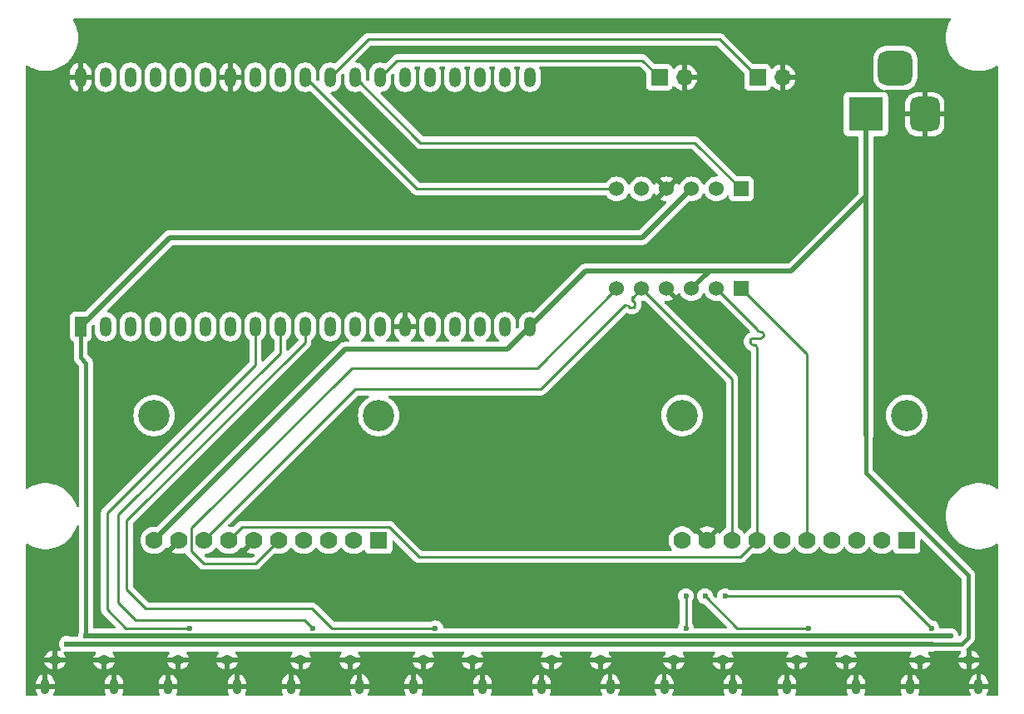
<source format=gbr>
%TF.GenerationSoftware,KiCad,Pcbnew,8.0.4*%
%TF.CreationDate,2024-08-26T16:46:39+08:00*%
%TF.ProjectId,ESP_Board_Test,4553505f-426f-4617-9264-5f546573742e,rev?*%
%TF.SameCoordinates,Original*%
%TF.FileFunction,Copper,L2,Bot*%
%TF.FilePolarity,Positive*%
%FSLAX46Y46*%
G04 Gerber Fmt 4.6, Leading zero omitted, Abs format (unit mm)*
G04 Created by KiCad (PCBNEW 8.0.4) date 2024-08-26 16:46:39*
%MOMM*%
%LPD*%
G01*
G04 APERTURE LIST*
G04 Aperture macros list*
%AMRoundRect*
0 Rectangle with rounded corners*
0 $1 Rounding radius*
0 $2 $3 $4 $5 $6 $7 $8 $9 X,Y pos of 4 corners*
0 Add a 4 corners polygon primitive as box body*
4,1,4,$2,$3,$4,$5,$6,$7,$8,$9,$2,$3,0*
0 Add four circle primitives for the rounded corners*
1,1,$1+$1,$2,$3*
1,1,$1+$1,$4,$5*
1,1,$1+$1,$6,$7*
1,1,$1+$1,$8,$9*
0 Add four rect primitives between the rounded corners*
20,1,$1+$1,$2,$3,$4,$5,0*
20,1,$1+$1,$4,$5,$6,$7,0*
20,1,$1+$1,$6,$7,$8,$9,0*
20,1,$1+$1,$8,$9,$2,$3,0*%
G04 Aperture macros list end*
%TA.AperFunction,ComponentPad*%
%ADD10R,1.700000X1.700000*%
%TD*%
%TA.AperFunction,ComponentPad*%
%ADD11O,1.700000X1.700000*%
%TD*%
%TA.AperFunction,ComponentPad*%
%ADD12O,0.890000X1.550000*%
%TD*%
%TA.AperFunction,ComponentPad*%
%ADD13O,1.250000X0.950000*%
%TD*%
%TA.AperFunction,ComponentPad*%
%ADD14R,1.200000X2.000000*%
%TD*%
%TA.AperFunction,ComponentPad*%
%ADD15O,1.200000X2.000000*%
%TD*%
%TA.AperFunction,ComponentPad*%
%ADD16R,3.500000X3.500000*%
%TD*%
%TA.AperFunction,ComponentPad*%
%ADD17RoundRect,0.750000X0.750000X1.000000X-0.750000X1.000000X-0.750000X-1.000000X0.750000X-1.000000X0*%
%TD*%
%TA.AperFunction,ComponentPad*%
%ADD18RoundRect,0.875000X0.875000X0.875000X-0.875000X0.875000X-0.875000X-0.875000X0.875000X-0.875000X0*%
%TD*%
%TA.AperFunction,ComponentPad*%
%ADD19C,1.524000*%
%TD*%
%TA.AperFunction,ComponentPad*%
%ADD20R,1.524000X1.524000*%
%TD*%
%TA.AperFunction,ComponentPad*%
%ADD21R,1.778000X1.778000*%
%TD*%
%TA.AperFunction,ComponentPad*%
%ADD22C,1.778000*%
%TD*%
%TA.AperFunction,ComponentPad*%
%ADD23C,3.200000*%
%TD*%
%TA.AperFunction,ViaPad*%
%ADD24C,0.600000*%
%TD*%
%TA.AperFunction,Conductor*%
%ADD25C,0.250000*%
%TD*%
%TA.AperFunction,Conductor*%
%ADD26C,0.508000*%
%TD*%
%TA.AperFunction,Conductor*%
%ADD27C,0.406400*%
%TD*%
G04 APERTURE END LIST*
D10*
%TO.P,J11,1,Pin_1*%
%TO.N,/ACTUATE_OUT*%
X100000000Y-31500000D03*
D11*
%TO.P,J11,2,Pin_2*%
%TO.N,/GND*%
X102540000Y-31500000D03*
%TD*%
D12*
%TO.P,J4,6,Shield*%
%TO.N,/GND*%
X52500000Y-93550000D03*
D13*
X53500000Y-90850000D03*
X58500000Y-90850000D03*
D12*
X59500000Y-93550000D03*
%TD*%
%TO.P,J8,6,Shield*%
%TO.N,/GND*%
X103000000Y-93550000D03*
D13*
X104000000Y-90850000D03*
X109000000Y-90850000D03*
D12*
X110000000Y-93550000D03*
%TD*%
%TO.P,J9,6,Shield*%
%TO.N,/GND*%
X115500000Y-93550000D03*
D13*
X116500000Y-90850000D03*
X121500000Y-90850000D03*
D12*
X122500000Y-93550000D03*
%TD*%
%TO.P,J2,6,Shield*%
%TO.N,/GND*%
X27500000Y-93550000D03*
D13*
X28500000Y-90850000D03*
X33500000Y-90850000D03*
D12*
X34500000Y-93550000D03*
%TD*%
%TO.P,J6,6,Shield*%
%TO.N,/GND*%
X78000000Y-93550000D03*
D13*
X79000000Y-90850000D03*
X84000000Y-90850000D03*
D12*
X85000000Y-93550000D03*
%TD*%
D14*
%TO.P,U1,1,3V3*%
%TO.N,/3V3*%
X31100000Y-56900000D03*
D15*
%TO.P,U1,2,CHIP_PU*%
%TO.N,unconnected-(U1-CHIP_PU-Pad2)*%
X33640000Y-56900000D03*
%TO.P,U1,3,SENSOR_VP/GPIO36/ADC1_CH0*%
%TO.N,unconnected-(U1-SENSOR_VP{slash}GPIO36{slash}ADC1_CH0-Pad3)*%
X36180000Y-56900000D03*
%TO.P,U1,4,SENSOR_VN/GPIO39/ADC1_CH3*%
%TO.N,unconnected-(U1-SENSOR_VN{slash}GPIO39{slash}ADC1_CH3-Pad4)*%
X38720000Y-56900000D03*
%TO.P,U1,5,VDET_1/GPIO34/ADC1_CH6*%
%TO.N,unconnected-(U1-VDET_1{slash}GPIO34{slash}ADC1_CH6-Pad5)*%
X41260000Y-56900000D03*
%TO.P,U1,6,VDET_2/GPIO35/ADC1_CH7*%
%TO.N,unconnected-(U1-VDET_2{slash}GPIO35{slash}ADC1_CH7-Pad6)*%
X43800000Y-56900000D03*
%TO.P,U1,7,32K_XP/GPIO32/ADC1_CH4*%
%TO.N,/~{EN0}*%
X46340000Y-56900000D03*
%TO.P,U1,8,32K_XN/GPIO33/ADC1_CH5*%
%TO.N,/~{EN1}*%
X48880000Y-56900000D03*
%TO.P,U1,9,DAC_1/ADC2_CH8/GPIO25*%
%TO.N,/~{EN2}*%
X51420000Y-56900000D03*
%TO.P,U1,10,DAC_2/ADC2_CH9/GPIO26*%
%TO.N,/~{EN3}*%
X53960000Y-56900000D03*
%TO.P,U1,11,ADC2_CH7/GPIO27*%
%TO.N,/~{EN4}*%
X56500000Y-56900000D03*
%TO.P,U1,12,MTMS/GPIO14/ADC2_CH6*%
%TO.N,/~{EN5}*%
X59040000Y-56900000D03*
%TO.P,U1,13,MTDI/GPIO12/ADC2_CH5*%
%TO.N,/~{EN6}*%
X61580000Y-56900000D03*
%TO.P,U1,14,GND*%
%TO.N,/GND*%
X64120000Y-56900000D03*
%TO.P,U1,15,MTCK/GPIO13/ADC2_CH4*%
%TO.N,/~{EN7}*%
X66660000Y-56900000D03*
%TO.P,U1,16,SD_DATA2/GPIO9*%
%TO.N,unconnected-(U1-SD_DATA2{slash}GPIO9-Pad16)*%
X69200000Y-56900000D03*
%TO.P,U1,17,SD_DATA3/GPIO10*%
%TO.N,unconnected-(U1-SD_DATA3{slash}GPIO10-Pad17)*%
X71740000Y-56900000D03*
%TO.P,U1,18,CMD*%
%TO.N,unconnected-(U1-CMD-Pad18)*%
X74280000Y-56900000D03*
%TO.P,U1,19,5V*%
%TO.N,/5V*%
X76820000Y-56900000D03*
%TO.P,U1,20,SD_CLK/GPIO6*%
%TO.N,unconnected-(U1-SD_CLK{slash}GPIO6-Pad20)*%
X76817280Y-31503680D03*
%TO.P,U1,21,SD_DATA0/GPIO7*%
%TO.N,unconnected-(U1-SD_DATA0{slash}GPIO7-Pad21)*%
X74277280Y-31503680D03*
%TO.P,U1,22,SD_DATA1/GPIO8*%
%TO.N,unconnected-(U1-SD_DATA1{slash}GPIO8-Pad22)*%
X71740000Y-31500000D03*
%TO.P,U1,23,MTDO/GPIO15/ADC2_CH3*%
%TO.N,unconnected-(U1-MTDO{slash}GPIO15{slash}ADC2_CH3-Pad23)*%
X69200000Y-31500000D03*
%TO.P,U1,24,ADC2_CH2/GPIO2*%
%TO.N,unconnected-(U1-ADC2_CH2{slash}GPIO2-Pad24)*%
X66660000Y-31500000D03*
%TO.P,U1,25,GPIO0/BOOT/ADC2_CH1*%
%TO.N,unconnected-(U1-GPIO0{slash}BOOT{slash}ADC2_CH1-Pad25)*%
X64120000Y-31500000D03*
%TO.P,U1,26,ADC2_CH0/GPIO4*%
%TO.N,/SETUP_IN*%
X61580000Y-31500000D03*
%TO.P,U1,27,GPIO16*%
%TO.N,/ALRT2*%
X59040000Y-31500000D03*
%TO.P,U1,28,GPIO17*%
%TO.N,/ACTUATE_OUT*%
X56500000Y-31500000D03*
%TO.P,U1,29,GPIO5*%
%TO.N,/ALRT1*%
X53960000Y-31500000D03*
%TO.P,U1,30,GPIO18*%
%TO.N,unconnected-(U1-GPIO18-Pad30)*%
X51420000Y-31500000D03*
%TO.P,U1,31,GPIO19*%
%TO.N,unconnected-(U1-GPIO19-Pad31)*%
X48880000Y-31500000D03*
%TO.P,U1,32,GND*%
%TO.N,/GND*%
X46340000Y-31500000D03*
%TO.P,U1,33,GPIO21*%
%TO.N,/SCL*%
X43800000Y-31500000D03*
%TO.P,U1,34,U0RXD/GPIO3*%
%TO.N,unconnected-(U1-U0RXD{slash}GPIO3-Pad34)*%
X41260000Y-31500000D03*
%TO.P,U1,35,U0TXD/GPIO1*%
%TO.N,unconnected-(U1-U0TXD{slash}GPIO1-Pad35)*%
X38720000Y-31500000D03*
%TO.P,U1,36,GPIO22*%
%TO.N,/SDA*%
X36180000Y-31500000D03*
%TO.P,U1,37,GPIO23*%
%TO.N,/10*%
X33640000Y-31500000D03*
%TO.P,U1,38,GND*%
%TO.N,/GND*%
X31100000Y-31500000D03*
%TD*%
D12*
%TO.P,J3,6,Shield*%
%TO.N,/GND*%
X40000000Y-93550000D03*
D13*
X41000000Y-90850000D03*
X46000000Y-90850000D03*
D12*
X47000000Y-93550000D03*
%TD*%
%TO.P,J7,6,Shield*%
%TO.N,/GND*%
X90500000Y-93550000D03*
D13*
X91500000Y-90850000D03*
X96500000Y-90850000D03*
D12*
X97500000Y-93550000D03*
%TD*%
D16*
%TO.P,J1,1*%
%TO.N,/5V*%
X111025000Y-35257500D03*
D17*
%TO.P,J1,2*%
%TO.N,/GND*%
X117025000Y-35257500D03*
D18*
%TO.P,J1,3*%
%TO.N,N/C*%
X114025000Y-30557500D03*
%TD*%
D10*
%TO.P,J10,1,Pin_1*%
%TO.N,/SETUP_IN*%
X90000000Y-31500000D03*
D11*
%TO.P,J10,2,Pin_2*%
%TO.N,/GND*%
X92540000Y-31500000D03*
%TD*%
D19*
%TO.P,U2,GND_1,GND*%
%TO.N,/GND*%
X90730000Y-53030000D03*
%TO.P,U2,GND_2,GND*%
X90730000Y-42870000D03*
%TO.P,U2,HV,HV*%
%TO.N,/5V*%
X93270000Y-53030000D03*
D20*
%TO.P,U2,HV1,HV1*%
%TO.N,/ALRT2_H*%
X98350000Y-53030000D03*
D19*
%TO.P,U2,HV2,HV2*%
%TO.N,/SDA_H*%
X95810000Y-53030000D03*
%TO.P,U2,HV3,HV3*%
%TO.N,/SCL_H*%
X88190000Y-53030000D03*
%TO.P,U2,HV4,HV4*%
%TO.N,/ALRT1_H*%
X85650000Y-53030000D03*
%TO.P,U2,LV,LV*%
%TO.N,/3V3*%
X93270000Y-42870000D03*
D20*
%TO.P,U2,LV1,LV1*%
%TO.N,/ALRT2*%
X98350000Y-42870000D03*
D19*
%TO.P,U2,LV2,LV2*%
%TO.N,/SDA*%
X95810000Y-42870000D03*
%TO.P,U2,LV3,LV3*%
%TO.N,/SCL*%
X88190000Y-42870000D03*
%TO.P,U2,LV4,LV4*%
%TO.N,/ALRT1*%
X85650000Y-42870000D03*
%TD*%
D21*
%TO.P,U5,1,A3*%
%TO.N,/A7*%
X115180000Y-78642500D03*
D22*
%TO.P,U5,2,A2*%
%TO.N,/A6*%
X112640000Y-78642500D03*
%TO.P,U5,3,A1*%
%TO.N,/A5*%
X110100000Y-78642500D03*
%TO.P,U5,4,A0*%
%TO.N,/A4*%
X107560000Y-78642500D03*
%TO.P,U5,5,ALERT*%
%TO.N,/ALRT2_H*%
X105020000Y-78642500D03*
%TO.P,U5,6,ADDR*%
%TO.N,/5V*%
X102480000Y-78642500D03*
%TO.P,U5,7,SDA*%
%TO.N,/SDA_H*%
X99940000Y-78642500D03*
%TO.P,U5,8,SCL*%
%TO.N,/SCL_H*%
X97400000Y-78642500D03*
%TO.P,U5,9,GND*%
%TO.N,/GND*%
X94860000Y-78642500D03*
%TO.P,U5,10,VDD*%
%TO.N,/5V*%
X92320000Y-78642500D03*
D23*
%TO.P,U5,P1*%
%TO.N,N/C*%
X92320000Y-65942500D03*
%TO.P,U5,P2*%
X115180000Y-65942500D03*
%TD*%
D12*
%TO.P,J5,6,Shield*%
%TO.N,/GND*%
X65000000Y-93550000D03*
D13*
X66000000Y-90850000D03*
X71000000Y-90850000D03*
D12*
X72000000Y-93550000D03*
%TD*%
D21*
%TO.P,U4,1,A3*%
%TO.N,/A3*%
X61430000Y-78667500D03*
D22*
%TO.P,U4,2,A2*%
%TO.N,/A2*%
X58890000Y-78667500D03*
%TO.P,U4,3,A1*%
%TO.N,/A1*%
X56350000Y-78667500D03*
%TO.P,U4,4,A0*%
%TO.N,/A0*%
X53810000Y-78667500D03*
%TO.P,U4,5,ALERT*%
%TO.N,/ALRT1_H*%
X51270000Y-78667500D03*
%TO.P,U4,6,ADDR*%
%TO.N,/GND*%
X48730000Y-78667500D03*
%TO.P,U4,7,SDA*%
%TO.N,/SDA_H*%
X46190000Y-78667500D03*
%TO.P,U4,8,SCL*%
%TO.N,/SCL_H*%
X43650000Y-78667500D03*
%TO.P,U4,9,GND*%
%TO.N,/GND*%
X41110000Y-78667500D03*
%TO.P,U4,10,VDD*%
%TO.N,/5V*%
X38570000Y-78667500D03*
D23*
%TO.P,U4,P1*%
%TO.N,N/C*%
X38570000Y-65967500D03*
%TO.P,U4,P2*%
X61430000Y-65967500D03*
%TD*%
D24*
%TO.N,/5V*%
X67201600Y-89225003D03*
X42201600Y-89225003D03*
X54701600Y-89225003D03*
X105201600Y-89225003D03*
X29700000Y-89225003D03*
X80201600Y-89225003D03*
X92701600Y-89225003D03*
X117701600Y-89225003D03*
%TO.N,/3V3*%
X31648400Y-88425000D03*
X119650000Y-88425000D03*
X82150000Y-88425000D03*
X94650000Y-88425000D03*
X44150000Y-88425000D03*
X107150000Y-88425000D03*
X69150000Y-88425000D03*
X56650000Y-88425000D03*
%TO.N,/~{EN1}*%
X42201600Y-87624997D03*
%TO.N,/~{EN2}*%
X54701600Y-87624997D03*
%TO.N,/~{EN3}*%
X67201600Y-87624997D03*
%TO.N,/~{EN6}*%
X94650000Y-84350000D03*
X105201600Y-87624997D03*
%TO.N,/~{EN5}*%
X92701600Y-84350000D03*
X92701600Y-87624997D03*
%TO.N,/~{EN7}*%
X117701600Y-87624997D03*
X96700000Y-84350000D03*
%TD*%
D25*
%TO.N,/SDA*%
X95795000Y-42870000D02*
X95810000Y-42870000D01*
D26*
%TO.N,/5V*%
X111025000Y-35300000D02*
X111025000Y-43650000D01*
X93270000Y-53030000D02*
X95025000Y-51275000D01*
X95025000Y-51275000D02*
X95025000Y-51250000D01*
D27*
X121450000Y-88525000D02*
X121450000Y-82225000D01*
D26*
X82470000Y-51250000D02*
X76820000Y-56900000D01*
X111025000Y-43650000D02*
X111025000Y-68000000D01*
D27*
X111025000Y-71800000D02*
X111025000Y-68000000D01*
D26*
X95025000Y-51250000D02*
X93400000Y-51250000D01*
D27*
X120749997Y-89225003D02*
X121450000Y-88525000D01*
D26*
X103425000Y-51250000D02*
X95025000Y-51250000D01*
X54701600Y-89225003D02*
X42201600Y-89225003D01*
D25*
X111632000Y-34650000D02*
X111025000Y-35257500D01*
D26*
X111025000Y-43650000D02*
X103425000Y-51250000D01*
D25*
X76820000Y-56900000D02*
X76820000Y-56905000D01*
D26*
X80201600Y-89225003D02*
X67201600Y-89225003D01*
X74525000Y-59200000D02*
X76820000Y-56905000D01*
D25*
X76825000Y-56900000D02*
X76820000Y-56900000D01*
D26*
X58037500Y-59200000D02*
X74525000Y-59200000D01*
X105201600Y-89225003D02*
X92701600Y-89225003D01*
D27*
X121450000Y-82225000D02*
X111025000Y-71800000D01*
X117701600Y-89225003D02*
X120749997Y-89225003D01*
D26*
X117701600Y-89225003D02*
X105201600Y-89225003D01*
X42201600Y-89225003D02*
X29700000Y-89225003D01*
D25*
X112250000Y-34650000D02*
X111632000Y-34650000D01*
D26*
X38525000Y-78622500D02*
X38570000Y-78667500D01*
X111025000Y-35257500D02*
X111025000Y-35300000D01*
X92701600Y-89225003D02*
X80201600Y-89225003D01*
D25*
X111025000Y-35257500D02*
X111025000Y-35300000D01*
D26*
X38570000Y-78667500D02*
X58037500Y-59200000D01*
X93400000Y-51250000D02*
X82470000Y-51250000D01*
X67201600Y-89225003D02*
X54701600Y-89225003D01*
%TO.N,/3V3*%
X93270000Y-42870000D02*
X93230000Y-42870000D01*
D27*
X31648400Y-88425000D02*
X31648400Y-60876600D01*
D26*
X69150000Y-88425000D02*
X56650000Y-88425000D01*
D27*
X31100000Y-60050000D02*
X31100000Y-56900000D01*
D26*
X107150000Y-88425000D02*
X119650000Y-88425000D01*
D27*
X31650000Y-60875000D02*
X31650000Y-60600000D01*
D26*
X44150000Y-88425000D02*
X56650000Y-88425000D01*
D27*
X31650000Y-60600000D02*
X31100000Y-60050000D01*
D26*
X93230000Y-42870000D02*
X88275000Y-47825000D01*
X107150000Y-88425000D02*
X94650000Y-88425000D01*
D27*
X31648400Y-60876600D02*
X31650000Y-60875000D01*
D26*
X94650000Y-88425000D02*
X82150000Y-88425000D01*
X40175000Y-47825000D02*
X31100000Y-56900000D01*
X31648400Y-88425000D02*
X44150000Y-88425000D01*
X82150000Y-88425000D02*
X69150000Y-88425000D01*
X88275000Y-47825000D02*
X40175000Y-47825000D01*
D25*
%TO.N,/~{EN1}*%
X48880000Y-60770000D02*
X48880000Y-56900000D01*
X33800000Y-75850000D02*
X48880000Y-60770000D01*
X42201600Y-87624997D02*
X35699997Y-87624997D01*
X33800000Y-85725000D02*
X33800000Y-75850000D01*
X35699997Y-87624997D02*
X33800000Y-85725000D01*
%TO.N,/~{EN2}*%
X34950000Y-85050000D02*
X34950000Y-76050000D01*
X53876603Y-86800000D02*
X36700000Y-86800000D01*
X34950000Y-76050000D02*
X51420000Y-59580000D01*
X36700000Y-86800000D02*
X34950000Y-85050000D01*
X51420000Y-59580000D02*
X51420000Y-56900000D01*
X54701600Y-87624997D02*
X53876603Y-86800000D01*
%TO.N,/~{EN3}*%
X37750000Y-85625000D02*
X54675000Y-85625000D01*
X35800000Y-83675000D02*
X37750000Y-85625000D01*
X56674997Y-87624997D02*
X67201600Y-87624997D01*
X35800000Y-76650000D02*
X35800000Y-83675000D01*
X53960000Y-58490000D02*
X35800000Y-76650000D01*
X53960000Y-56900000D02*
X53960000Y-58490000D01*
X54675000Y-85625000D02*
X56674997Y-87624997D01*
%TO.N,/~{EN6}*%
X97924997Y-87624997D02*
X94650000Y-84350000D01*
X105201600Y-87624997D02*
X97924997Y-87624997D01*
%TO.N,/~{EN5}*%
X92701600Y-87624997D02*
X92701600Y-84350000D01*
%TO.N,/~{EN7}*%
X114426603Y-84350000D02*
X96700000Y-84350000D01*
X117701600Y-87624997D02*
X114426603Y-84350000D01*
%TO.N,/ALRT2_H*%
X105020000Y-59695000D02*
X98355000Y-53030000D01*
X98355000Y-53030000D02*
X98350000Y-53030000D01*
X105020000Y-78642500D02*
X105020000Y-59695000D01*
%TO.N,/ALRT1*%
X65330000Y-42870000D02*
X85650000Y-42870000D01*
X53960000Y-31500000D02*
X65330000Y-42870000D01*
%TO.N,/ALRT1_H*%
X85650000Y-53030000D02*
X85645000Y-53030000D01*
X58675000Y-61125000D02*
X42400000Y-77400000D01*
X43625000Y-81025000D02*
X48912500Y-81025000D01*
X48912500Y-81025000D02*
X51270000Y-78667500D01*
X85645000Y-53030000D02*
X77550000Y-61125000D01*
X42400000Y-77400000D02*
X42400000Y-79800000D01*
X77550000Y-61125000D02*
X58675000Y-61125000D01*
X42400000Y-79800000D02*
X43625000Y-81025000D01*
%TO.N,/SETUP_IN*%
X63305000Y-29775000D02*
X88275000Y-29775000D01*
X88275000Y-29775000D02*
X90000000Y-31500000D01*
X61580000Y-31500000D02*
X63305000Y-29775000D01*
%TO.N,/ACTUATE_OUT*%
X56500000Y-31500000D02*
X60375000Y-27625000D01*
X96125000Y-27625000D02*
X100000000Y-31500000D01*
X60375000Y-27625000D02*
X96125000Y-27625000D01*
%TO.N,/ALRT2*%
X93600000Y-38150000D02*
X98320000Y-42870000D01*
X65690000Y-38150000D02*
X93600000Y-38150000D01*
X98320000Y-42870000D02*
X98350000Y-42870000D01*
X59040000Y-31500000D02*
X65690000Y-38150000D01*
%TO.N,/SDA_H*%
X95810000Y-53030000D02*
X95810000Y-53035000D01*
X47532500Y-77325000D02*
X46190000Y-78667500D01*
X99933750Y-57158750D02*
X99940000Y-57165000D01*
X99940000Y-59200000D02*
X99940000Y-78642500D01*
X99940000Y-59013000D02*
X99940000Y-59145000D01*
X62515500Y-77325000D02*
X47532500Y-77325000D01*
X99940000Y-59145000D02*
X99940000Y-59200000D01*
X99250000Y-58353000D02*
X99250000Y-58485000D01*
X99514000Y-58749000D02*
X99676000Y-58749000D01*
X65540500Y-80350000D02*
X62515500Y-77325000D01*
X98232500Y-80350000D02*
X65540500Y-80350000D01*
X100366000Y-58089000D02*
X100204000Y-58089000D01*
X95810000Y-53035000D02*
X99933750Y-57158750D01*
X100204000Y-58089000D02*
X99514000Y-58089000D01*
X100630000Y-57693000D02*
X100630000Y-57825000D01*
X99940000Y-78642500D02*
X98232500Y-80350000D01*
X100204000Y-57429000D02*
X100366000Y-57429000D01*
X99676000Y-58749000D02*
G75*
G02*
X99940000Y-59013000I0J-264000D01*
G01*
X99250000Y-58485000D02*
G75*
G03*
X99514000Y-58749000I264000J0D01*
G01*
X99514000Y-58089000D02*
G75*
G03*
X99250000Y-58353000I0J-264000D01*
G01*
X99940000Y-57165000D02*
G75*
G03*
X100204000Y-57429000I264000J0D01*
G01*
X100366000Y-57429000D02*
G75*
G02*
X100630000Y-57693000I0J-264000D01*
G01*
X100630000Y-57825000D02*
G75*
G02*
X100366000Y-58089000I-264000J0D01*
G01*
%TO.N,/SCL_H*%
X87466177Y-54833627D02*
X87371424Y-54928381D01*
X86455015Y-54769989D02*
X86360261Y-54864740D01*
X88190000Y-53030000D02*
X88190000Y-53040000D01*
X88190000Y-53030000D02*
X88190000Y-53035000D01*
X86360261Y-54864740D02*
X86337974Y-54887026D01*
X77950000Y-63275000D02*
X59042500Y-63275000D01*
X59042500Y-63275000D02*
X43650000Y-78667500D01*
X86337974Y-54887026D02*
X77950000Y-63275000D01*
X97400000Y-62250000D02*
X97400000Y-78642500D01*
X87307785Y-54296225D02*
X87466177Y-54454617D01*
X88190000Y-53040000D02*
X97400000Y-62250000D01*
X88190000Y-53035000D02*
X87307785Y-53917215D01*
X86992416Y-54928380D02*
X86834025Y-54769989D01*
X87466177Y-54454617D02*
G75*
G02*
X87466155Y-54833605I-189477J-189483D01*
G01*
X87307785Y-53917215D02*
G75*
G03*
X87307805Y-54296205I189515J-189485D01*
G01*
X87371424Y-54928381D02*
G75*
G02*
X86992395Y-54928401I-189524J189481D01*
G01*
X86834025Y-54769989D02*
G75*
G03*
X86455015Y-54769989I-189505J-189507D01*
G01*
%TD*%
%TA.AperFunction,Conductor*%
%TO.N,/GND*%
G36*
X119640827Y-25520185D02*
G01*
X119686582Y-25572989D01*
X119696526Y-25642147D01*
X119676421Y-25694087D01*
X119624884Y-25770098D01*
X119624878Y-25770107D01*
X119454706Y-26091086D01*
X119454700Y-26091098D01*
X119320226Y-26428603D01*
X119320221Y-26428618D01*
X119223030Y-26778670D01*
X119223024Y-26778696D01*
X119164250Y-27137200D01*
X119164248Y-27137217D01*
X119144579Y-27499997D01*
X119144579Y-27500002D01*
X119164248Y-27862782D01*
X119164250Y-27862799D01*
X119223024Y-28221303D01*
X119223030Y-28221329D01*
X119320221Y-28571381D01*
X119320226Y-28571396D01*
X119454700Y-28908901D01*
X119454706Y-28908913D01*
X119624878Y-29229892D01*
X119624884Y-29229901D01*
X119816357Y-29512303D01*
X119828773Y-29530614D01*
X120063979Y-29807521D01*
X120327746Y-30057375D01*
X120616981Y-30277245D01*
X120928292Y-30464555D01*
X120928294Y-30464556D01*
X120928296Y-30464557D01*
X120928300Y-30464559D01*
X121157451Y-30570575D01*
X121258031Y-30617108D01*
X121602330Y-30733116D01*
X121957153Y-30811218D01*
X122318341Y-30850500D01*
X122318347Y-30850500D01*
X122681653Y-30850500D01*
X122681659Y-30850500D01*
X123042847Y-30811218D01*
X123397670Y-30733116D01*
X123741969Y-30617108D01*
X124071708Y-30464555D01*
X124311573Y-30320232D01*
X124379163Y-30302537D01*
X124445591Y-30324193D01*
X124489767Y-30378326D01*
X124499500Y-30426483D01*
X124499500Y-73273515D01*
X124479815Y-73340554D01*
X124427011Y-73386309D01*
X124357853Y-73396253D01*
X124311572Y-73379765D01*
X124071712Y-73235447D01*
X124071699Y-73235440D01*
X123741979Y-73082896D01*
X123741974Y-73082894D01*
X123741969Y-73082892D01*
X123574143Y-73026344D01*
X123397669Y-72966883D01*
X123042845Y-72888781D01*
X122681660Y-72849500D01*
X122681659Y-72849500D01*
X122318341Y-72849500D01*
X122318339Y-72849500D01*
X121957154Y-72888781D01*
X121602330Y-72966883D01*
X121336178Y-73056560D01*
X121258031Y-73082892D01*
X121258028Y-73082893D01*
X121258020Y-73082896D01*
X120928300Y-73235440D01*
X120928296Y-73235442D01*
X120865019Y-73273515D01*
X120616981Y-73422755D01*
X120527332Y-73490903D01*
X120327755Y-73642617D01*
X120327745Y-73642625D01*
X120063978Y-73892479D01*
X119828772Y-74169386D01*
X119624884Y-74470098D01*
X119624878Y-74470107D01*
X119454706Y-74791086D01*
X119454700Y-74791098D01*
X119320226Y-75128603D01*
X119320221Y-75128618D01*
X119223030Y-75478670D01*
X119223024Y-75478696D01*
X119164250Y-75837200D01*
X119164248Y-75837217D01*
X119144579Y-76199997D01*
X119144579Y-76200002D01*
X119164248Y-76562782D01*
X119164250Y-76562799D01*
X119223024Y-76921303D01*
X119223030Y-76921329D01*
X119320221Y-77271381D01*
X119320226Y-77271396D01*
X119454700Y-77608901D01*
X119454706Y-77608913D01*
X119624878Y-77929892D01*
X119624881Y-77929897D01*
X119624883Y-77929900D01*
X119675060Y-78003905D01*
X119828772Y-78230613D01*
X119983703Y-78413012D01*
X120063979Y-78507521D01*
X120327746Y-78757375D01*
X120616981Y-78977245D01*
X120928292Y-79164555D01*
X120928294Y-79164556D01*
X120928296Y-79164557D01*
X120928300Y-79164559D01*
X121258020Y-79317103D01*
X121258031Y-79317108D01*
X121602330Y-79433116D01*
X121957153Y-79511218D01*
X122318341Y-79550500D01*
X122318347Y-79550500D01*
X122681653Y-79550500D01*
X122681659Y-79550500D01*
X123042847Y-79511218D01*
X123397670Y-79433116D01*
X123741969Y-79317108D01*
X124071708Y-79164555D01*
X124311573Y-79020232D01*
X124379163Y-79002537D01*
X124445591Y-79024193D01*
X124489767Y-79078326D01*
X124499500Y-79126483D01*
X124499500Y-94375500D01*
X124479815Y-94442539D01*
X124427011Y-94488294D01*
X124375500Y-94499500D01*
X123451834Y-94499500D01*
X123384795Y-94479815D01*
X123339040Y-94427011D01*
X123329096Y-94357853D01*
X123337273Y-94328047D01*
X123408683Y-94155646D01*
X123408685Y-94155638D01*
X123444999Y-93973078D01*
X123445000Y-93973076D01*
X123445000Y-93800000D01*
X122750000Y-93800000D01*
X122750000Y-93300000D01*
X123445000Y-93300000D01*
X123445000Y-93126923D01*
X123444999Y-93126921D01*
X123408685Y-92944361D01*
X123408683Y-92944353D01*
X123337449Y-92772377D01*
X123337444Y-92772368D01*
X123234029Y-92617598D01*
X123234026Y-92617594D01*
X123102405Y-92485973D01*
X123102401Y-92485970D01*
X122947631Y-92382555D01*
X122947622Y-92382550D01*
X122775648Y-92311317D01*
X122750000Y-92306214D01*
X122750000Y-93175272D01*
X122711940Y-93083386D01*
X122641614Y-93013060D01*
X122549728Y-92975000D01*
X122450272Y-92975000D01*
X122358386Y-93013060D01*
X122288060Y-93083386D01*
X122250000Y-93175272D01*
X122250000Y-92306214D01*
X122224351Y-92311317D01*
X122052377Y-92382550D01*
X122052368Y-92382555D01*
X121897598Y-92485970D01*
X121897594Y-92485973D01*
X121765973Y-92617594D01*
X121765970Y-92617598D01*
X121662555Y-92772368D01*
X121662550Y-92772377D01*
X121591316Y-92944353D01*
X121591314Y-92944361D01*
X121555000Y-93126921D01*
X121555000Y-93300000D01*
X122250000Y-93300000D01*
X122250000Y-93800000D01*
X121555000Y-93800000D01*
X121555000Y-93973078D01*
X121591314Y-94155638D01*
X121591316Y-94155646D01*
X121662727Y-94328047D01*
X121670196Y-94397517D01*
X121638921Y-94459996D01*
X121578832Y-94495648D01*
X121548166Y-94499500D01*
X116451834Y-94499500D01*
X116384795Y-94479815D01*
X116339040Y-94427011D01*
X116329096Y-94357853D01*
X116337273Y-94328047D01*
X116408683Y-94155646D01*
X116408685Y-94155638D01*
X116444999Y-93973078D01*
X116445000Y-93973076D01*
X116445000Y-93800000D01*
X115750000Y-93800000D01*
X115750000Y-93300000D01*
X116445000Y-93300000D01*
X116445000Y-93126923D01*
X116444999Y-93126921D01*
X116408685Y-92944361D01*
X116408683Y-92944353D01*
X116337449Y-92772377D01*
X116337444Y-92772368D01*
X116234029Y-92617598D01*
X116234026Y-92617594D01*
X116102405Y-92485973D01*
X116102401Y-92485970D01*
X115947631Y-92382555D01*
X115947622Y-92382550D01*
X115775648Y-92311317D01*
X115750000Y-92306214D01*
X115750000Y-93175272D01*
X115711940Y-93083386D01*
X115641614Y-93013060D01*
X115549728Y-92975000D01*
X115450272Y-92975000D01*
X115358386Y-93013060D01*
X115288060Y-93083386D01*
X115250000Y-93175272D01*
X115250000Y-92306214D01*
X115224351Y-92311317D01*
X115052377Y-92382550D01*
X115052368Y-92382555D01*
X114897598Y-92485970D01*
X114897594Y-92485973D01*
X114765973Y-92617594D01*
X114765970Y-92617598D01*
X114662555Y-92772368D01*
X114662550Y-92772377D01*
X114591316Y-92944353D01*
X114591314Y-92944361D01*
X114555000Y-93126921D01*
X114555000Y-93300000D01*
X115250000Y-93300000D01*
X115250000Y-93800000D01*
X114555000Y-93800000D01*
X114555000Y-93973078D01*
X114591314Y-94155638D01*
X114591316Y-94155646D01*
X114662727Y-94328047D01*
X114670196Y-94397517D01*
X114638921Y-94459996D01*
X114578832Y-94495648D01*
X114548166Y-94499500D01*
X110951834Y-94499500D01*
X110884795Y-94479815D01*
X110839040Y-94427011D01*
X110829096Y-94357853D01*
X110837273Y-94328047D01*
X110908683Y-94155646D01*
X110908685Y-94155638D01*
X110944999Y-93973078D01*
X110945000Y-93973076D01*
X110945000Y-93800000D01*
X110250000Y-93800000D01*
X110250000Y-93300000D01*
X110945000Y-93300000D01*
X110945000Y-93126923D01*
X110944999Y-93126921D01*
X110908685Y-92944361D01*
X110908683Y-92944353D01*
X110837449Y-92772377D01*
X110837444Y-92772368D01*
X110734029Y-92617598D01*
X110734026Y-92617594D01*
X110602405Y-92485973D01*
X110602401Y-92485970D01*
X110447631Y-92382555D01*
X110447622Y-92382550D01*
X110275648Y-92311317D01*
X110250000Y-92306214D01*
X110250000Y-93175272D01*
X110211940Y-93083386D01*
X110141614Y-93013060D01*
X110049728Y-92975000D01*
X109950272Y-92975000D01*
X109858386Y-93013060D01*
X109788060Y-93083386D01*
X109750000Y-93175272D01*
X109750000Y-92306214D01*
X109724351Y-92311317D01*
X109552377Y-92382550D01*
X109552368Y-92382555D01*
X109397598Y-92485970D01*
X109397594Y-92485973D01*
X109265973Y-92617594D01*
X109265970Y-92617598D01*
X109162555Y-92772368D01*
X109162550Y-92772377D01*
X109091316Y-92944353D01*
X109091314Y-92944361D01*
X109055000Y-93126921D01*
X109055000Y-93300000D01*
X109750000Y-93300000D01*
X109750000Y-93800000D01*
X109055000Y-93800000D01*
X109055000Y-93973078D01*
X109091314Y-94155638D01*
X109091316Y-94155646D01*
X109162727Y-94328047D01*
X109170196Y-94397517D01*
X109138921Y-94459996D01*
X109078832Y-94495648D01*
X109048166Y-94499500D01*
X103951834Y-94499500D01*
X103884795Y-94479815D01*
X103839040Y-94427011D01*
X103829096Y-94357853D01*
X103837273Y-94328047D01*
X103908683Y-94155646D01*
X103908685Y-94155638D01*
X103944999Y-93973078D01*
X103945000Y-93973076D01*
X103945000Y-93800000D01*
X103250000Y-93800000D01*
X103250000Y-93300000D01*
X103945000Y-93300000D01*
X103945000Y-93126923D01*
X103944999Y-93126921D01*
X103908685Y-92944361D01*
X103908683Y-92944353D01*
X103837449Y-92772377D01*
X103837444Y-92772368D01*
X103734029Y-92617598D01*
X103734026Y-92617594D01*
X103602405Y-92485973D01*
X103602401Y-92485970D01*
X103447631Y-92382555D01*
X103447622Y-92382550D01*
X103275648Y-92311317D01*
X103250000Y-92306214D01*
X103250000Y-93175272D01*
X103211940Y-93083386D01*
X103141614Y-93013060D01*
X103049728Y-92975000D01*
X102950272Y-92975000D01*
X102858386Y-93013060D01*
X102788060Y-93083386D01*
X102750000Y-93175272D01*
X102750000Y-92306214D01*
X102724351Y-92311317D01*
X102552377Y-92382550D01*
X102552368Y-92382555D01*
X102397598Y-92485970D01*
X102397594Y-92485973D01*
X102265973Y-92617594D01*
X102265970Y-92617598D01*
X102162555Y-92772368D01*
X102162550Y-92772377D01*
X102091316Y-92944353D01*
X102091314Y-92944361D01*
X102055000Y-93126921D01*
X102055000Y-93300000D01*
X102750000Y-93300000D01*
X102750000Y-93800000D01*
X102055000Y-93800000D01*
X102055000Y-93973078D01*
X102091314Y-94155638D01*
X102091316Y-94155646D01*
X102162727Y-94328047D01*
X102170196Y-94397517D01*
X102138921Y-94459996D01*
X102078832Y-94495648D01*
X102048166Y-94499500D01*
X98451834Y-94499500D01*
X98384795Y-94479815D01*
X98339040Y-94427011D01*
X98329096Y-94357853D01*
X98337273Y-94328047D01*
X98408683Y-94155646D01*
X98408685Y-94155638D01*
X98444999Y-93973078D01*
X98445000Y-93973076D01*
X98445000Y-93800000D01*
X97750000Y-93800000D01*
X97750000Y-93300000D01*
X98445000Y-93300000D01*
X98445000Y-93126923D01*
X98444999Y-93126921D01*
X98408685Y-92944361D01*
X98408683Y-92944353D01*
X98337449Y-92772377D01*
X98337444Y-92772368D01*
X98234029Y-92617598D01*
X98234026Y-92617594D01*
X98102405Y-92485973D01*
X98102401Y-92485970D01*
X97947631Y-92382555D01*
X97947622Y-92382550D01*
X97775648Y-92311317D01*
X97750000Y-92306214D01*
X97750000Y-93175272D01*
X97711940Y-93083386D01*
X97641614Y-93013060D01*
X97549728Y-92975000D01*
X97450272Y-92975000D01*
X97358386Y-93013060D01*
X97288060Y-93083386D01*
X97250000Y-93175272D01*
X97250000Y-92306214D01*
X97224351Y-92311317D01*
X97052377Y-92382550D01*
X97052368Y-92382555D01*
X96897598Y-92485970D01*
X96897594Y-92485973D01*
X96765973Y-92617594D01*
X96765970Y-92617598D01*
X96662555Y-92772368D01*
X96662550Y-92772377D01*
X96591316Y-92944353D01*
X96591314Y-92944361D01*
X96555000Y-93126921D01*
X96555000Y-93300000D01*
X97250000Y-93300000D01*
X97250000Y-93800000D01*
X96555000Y-93800000D01*
X96555000Y-93973078D01*
X96591314Y-94155638D01*
X96591316Y-94155646D01*
X96662727Y-94328047D01*
X96670196Y-94397517D01*
X96638921Y-94459996D01*
X96578832Y-94495648D01*
X96548166Y-94499500D01*
X91451834Y-94499500D01*
X91384795Y-94479815D01*
X91339040Y-94427011D01*
X91329096Y-94357853D01*
X91337273Y-94328047D01*
X91408683Y-94155646D01*
X91408685Y-94155638D01*
X91444999Y-93973078D01*
X91445000Y-93973076D01*
X91445000Y-93800000D01*
X90750000Y-93800000D01*
X90750000Y-93300000D01*
X91445000Y-93300000D01*
X91445000Y-93126923D01*
X91444999Y-93126921D01*
X91408685Y-92944361D01*
X91408683Y-92944353D01*
X91337449Y-92772377D01*
X91337444Y-92772368D01*
X91234029Y-92617598D01*
X91234026Y-92617594D01*
X91102405Y-92485973D01*
X91102401Y-92485970D01*
X90947631Y-92382555D01*
X90947622Y-92382550D01*
X90775648Y-92311317D01*
X90750000Y-92306214D01*
X90750000Y-93175272D01*
X90711940Y-93083386D01*
X90641614Y-93013060D01*
X90549728Y-92975000D01*
X90450272Y-92975000D01*
X90358386Y-93013060D01*
X90288060Y-93083386D01*
X90250000Y-93175272D01*
X90250000Y-92306214D01*
X90224351Y-92311317D01*
X90052377Y-92382550D01*
X90052368Y-92382555D01*
X89897598Y-92485970D01*
X89897594Y-92485973D01*
X89765973Y-92617594D01*
X89765970Y-92617598D01*
X89662555Y-92772368D01*
X89662550Y-92772377D01*
X89591316Y-92944353D01*
X89591314Y-92944361D01*
X89555000Y-93126921D01*
X89555000Y-93300000D01*
X90250000Y-93300000D01*
X90250000Y-93800000D01*
X89555000Y-93800000D01*
X89555000Y-93973078D01*
X89591314Y-94155638D01*
X89591316Y-94155646D01*
X89662727Y-94328047D01*
X89670196Y-94397517D01*
X89638921Y-94459996D01*
X89578832Y-94495648D01*
X89548166Y-94499500D01*
X85951834Y-94499500D01*
X85884795Y-94479815D01*
X85839040Y-94427011D01*
X85829096Y-94357853D01*
X85837273Y-94328047D01*
X85908683Y-94155646D01*
X85908685Y-94155638D01*
X85944999Y-93973078D01*
X85945000Y-93973076D01*
X85945000Y-93800000D01*
X85250000Y-93800000D01*
X85250000Y-93300000D01*
X85945000Y-93300000D01*
X85945000Y-93126923D01*
X85944999Y-93126921D01*
X85908685Y-92944361D01*
X85908683Y-92944353D01*
X85837449Y-92772377D01*
X85837444Y-92772368D01*
X85734029Y-92617598D01*
X85734026Y-92617594D01*
X85602405Y-92485973D01*
X85602401Y-92485970D01*
X85447631Y-92382555D01*
X85447622Y-92382550D01*
X85275648Y-92311317D01*
X85250000Y-92306214D01*
X85250000Y-93175272D01*
X85211940Y-93083386D01*
X85141614Y-93013060D01*
X85049728Y-92975000D01*
X84950272Y-92975000D01*
X84858386Y-93013060D01*
X84788060Y-93083386D01*
X84750000Y-93175272D01*
X84750000Y-92306214D01*
X84724351Y-92311317D01*
X84552377Y-92382550D01*
X84552368Y-92382555D01*
X84397598Y-92485970D01*
X84397594Y-92485973D01*
X84265973Y-92617594D01*
X84265970Y-92617598D01*
X84162555Y-92772368D01*
X84162550Y-92772377D01*
X84091316Y-92944353D01*
X84091314Y-92944361D01*
X84055000Y-93126921D01*
X84055000Y-93300000D01*
X84750000Y-93300000D01*
X84750000Y-93800000D01*
X84055000Y-93800000D01*
X84055000Y-93973078D01*
X84091314Y-94155638D01*
X84091316Y-94155646D01*
X84162727Y-94328047D01*
X84170196Y-94397517D01*
X84138921Y-94459996D01*
X84078832Y-94495648D01*
X84048166Y-94499500D01*
X78951834Y-94499500D01*
X78884795Y-94479815D01*
X78839040Y-94427011D01*
X78829096Y-94357853D01*
X78837273Y-94328047D01*
X78908683Y-94155646D01*
X78908685Y-94155638D01*
X78944999Y-93973078D01*
X78945000Y-93973076D01*
X78945000Y-93800000D01*
X78250000Y-93800000D01*
X78250000Y-93300000D01*
X78945000Y-93300000D01*
X78945000Y-93126923D01*
X78944999Y-93126921D01*
X78908685Y-92944361D01*
X78908683Y-92944353D01*
X78837449Y-92772377D01*
X78837444Y-92772368D01*
X78734029Y-92617598D01*
X78734026Y-92617594D01*
X78602405Y-92485973D01*
X78602401Y-92485970D01*
X78447631Y-92382555D01*
X78447622Y-92382550D01*
X78275648Y-92311317D01*
X78250000Y-92306214D01*
X78250000Y-93175272D01*
X78211940Y-93083386D01*
X78141614Y-93013060D01*
X78049728Y-92975000D01*
X77950272Y-92975000D01*
X77858386Y-93013060D01*
X77788060Y-93083386D01*
X77750000Y-93175272D01*
X77750000Y-92306214D01*
X77724351Y-92311317D01*
X77552377Y-92382550D01*
X77552368Y-92382555D01*
X77397598Y-92485970D01*
X77397594Y-92485973D01*
X77265973Y-92617594D01*
X77265970Y-92617598D01*
X77162555Y-92772368D01*
X77162550Y-92772377D01*
X77091316Y-92944353D01*
X77091314Y-92944361D01*
X77055000Y-93126921D01*
X77055000Y-93300000D01*
X77750000Y-93300000D01*
X77750000Y-93800000D01*
X77055000Y-93800000D01*
X77055000Y-93973078D01*
X77091314Y-94155638D01*
X77091316Y-94155646D01*
X77162727Y-94328047D01*
X77170196Y-94397517D01*
X77138921Y-94459996D01*
X77078832Y-94495648D01*
X77048166Y-94499500D01*
X72951834Y-94499500D01*
X72884795Y-94479815D01*
X72839040Y-94427011D01*
X72829096Y-94357853D01*
X72837273Y-94328047D01*
X72908683Y-94155646D01*
X72908685Y-94155638D01*
X72944999Y-93973078D01*
X72945000Y-93973076D01*
X72945000Y-93800000D01*
X72250000Y-93800000D01*
X72250000Y-93300000D01*
X72945000Y-93300000D01*
X72945000Y-93126923D01*
X72944999Y-93126921D01*
X72908685Y-92944361D01*
X72908683Y-92944353D01*
X72837449Y-92772377D01*
X72837444Y-92772368D01*
X72734029Y-92617598D01*
X72734026Y-92617594D01*
X72602405Y-92485973D01*
X72602401Y-92485970D01*
X72447631Y-92382555D01*
X72447622Y-92382550D01*
X72275648Y-92311317D01*
X72250000Y-92306214D01*
X72250000Y-93175272D01*
X72211940Y-93083386D01*
X72141614Y-93013060D01*
X72049728Y-92975000D01*
X71950272Y-92975000D01*
X71858386Y-93013060D01*
X71788060Y-93083386D01*
X71750000Y-93175272D01*
X71750000Y-92306214D01*
X71724351Y-92311317D01*
X71552377Y-92382550D01*
X71552368Y-92382555D01*
X71397598Y-92485970D01*
X71397594Y-92485973D01*
X71265973Y-92617594D01*
X71265970Y-92617598D01*
X71162555Y-92772368D01*
X71162550Y-92772377D01*
X71091316Y-92944353D01*
X71091314Y-92944361D01*
X71055000Y-93126921D01*
X71055000Y-93300000D01*
X71750000Y-93300000D01*
X71750000Y-93800000D01*
X71055000Y-93800000D01*
X71055000Y-93973078D01*
X71091314Y-94155638D01*
X71091316Y-94155646D01*
X71162727Y-94328047D01*
X71170196Y-94397517D01*
X71138921Y-94459996D01*
X71078832Y-94495648D01*
X71048166Y-94499500D01*
X65951834Y-94499500D01*
X65884795Y-94479815D01*
X65839040Y-94427011D01*
X65829096Y-94357853D01*
X65837273Y-94328047D01*
X65908683Y-94155646D01*
X65908685Y-94155638D01*
X65944999Y-93973078D01*
X65945000Y-93973076D01*
X65945000Y-93800000D01*
X65250000Y-93800000D01*
X65250000Y-93300000D01*
X65945000Y-93300000D01*
X65945000Y-93126923D01*
X65944999Y-93126921D01*
X65908685Y-92944361D01*
X65908683Y-92944353D01*
X65837449Y-92772377D01*
X65837444Y-92772368D01*
X65734029Y-92617598D01*
X65734026Y-92617594D01*
X65602405Y-92485973D01*
X65602401Y-92485970D01*
X65447631Y-92382555D01*
X65447622Y-92382550D01*
X65275648Y-92311317D01*
X65250000Y-92306214D01*
X65250000Y-93175272D01*
X65211940Y-93083386D01*
X65141614Y-93013060D01*
X65049728Y-92975000D01*
X64950272Y-92975000D01*
X64858386Y-93013060D01*
X64788060Y-93083386D01*
X64750000Y-93175272D01*
X64750000Y-92306214D01*
X64724351Y-92311317D01*
X64552377Y-92382550D01*
X64552368Y-92382555D01*
X64397598Y-92485970D01*
X64397594Y-92485973D01*
X64265973Y-92617594D01*
X64265970Y-92617598D01*
X64162555Y-92772368D01*
X64162550Y-92772377D01*
X64091316Y-92944353D01*
X64091314Y-92944361D01*
X64055000Y-93126921D01*
X64055000Y-93300000D01*
X64750000Y-93300000D01*
X64750000Y-93800000D01*
X64055000Y-93800000D01*
X64055000Y-93973078D01*
X64091314Y-94155638D01*
X64091316Y-94155646D01*
X64162727Y-94328047D01*
X64170196Y-94397517D01*
X64138921Y-94459996D01*
X64078832Y-94495648D01*
X64048166Y-94499500D01*
X60451834Y-94499500D01*
X60384795Y-94479815D01*
X60339040Y-94427011D01*
X60329096Y-94357853D01*
X60337273Y-94328047D01*
X60408683Y-94155646D01*
X60408685Y-94155638D01*
X60444999Y-93973078D01*
X60445000Y-93973076D01*
X60445000Y-93800000D01*
X59750000Y-93800000D01*
X59750000Y-93300000D01*
X60445000Y-93300000D01*
X60445000Y-93126923D01*
X60444999Y-93126921D01*
X60408685Y-92944361D01*
X60408683Y-92944353D01*
X60337449Y-92772377D01*
X60337444Y-92772368D01*
X60234029Y-92617598D01*
X60234026Y-92617594D01*
X60102405Y-92485973D01*
X60102401Y-92485970D01*
X59947631Y-92382555D01*
X59947622Y-92382550D01*
X59775648Y-92311317D01*
X59750000Y-92306214D01*
X59750000Y-93175272D01*
X59711940Y-93083386D01*
X59641614Y-93013060D01*
X59549728Y-92975000D01*
X59450272Y-92975000D01*
X59358386Y-93013060D01*
X59288060Y-93083386D01*
X59250000Y-93175272D01*
X59250000Y-92306214D01*
X59224351Y-92311317D01*
X59052377Y-92382550D01*
X59052368Y-92382555D01*
X58897598Y-92485970D01*
X58897594Y-92485973D01*
X58765973Y-92617594D01*
X58765970Y-92617598D01*
X58662555Y-92772368D01*
X58662550Y-92772377D01*
X58591316Y-92944353D01*
X58591314Y-92944361D01*
X58555000Y-93126921D01*
X58555000Y-93300000D01*
X59250000Y-93300000D01*
X59250000Y-93800000D01*
X58555000Y-93800000D01*
X58555000Y-93973078D01*
X58591314Y-94155638D01*
X58591316Y-94155646D01*
X58662727Y-94328047D01*
X58670196Y-94397517D01*
X58638921Y-94459996D01*
X58578832Y-94495648D01*
X58548166Y-94499500D01*
X53451834Y-94499500D01*
X53384795Y-94479815D01*
X53339040Y-94427011D01*
X53329096Y-94357853D01*
X53337273Y-94328047D01*
X53408683Y-94155646D01*
X53408685Y-94155638D01*
X53444999Y-93973078D01*
X53445000Y-93973076D01*
X53445000Y-93800000D01*
X52750000Y-93800000D01*
X52750000Y-93300000D01*
X53445000Y-93300000D01*
X53445000Y-93126923D01*
X53444999Y-93126921D01*
X53408685Y-92944361D01*
X53408683Y-92944353D01*
X53337449Y-92772377D01*
X53337444Y-92772368D01*
X53234029Y-92617598D01*
X53234026Y-92617594D01*
X53102405Y-92485973D01*
X53102401Y-92485970D01*
X52947631Y-92382555D01*
X52947622Y-92382550D01*
X52775648Y-92311317D01*
X52750000Y-92306214D01*
X52750000Y-93175272D01*
X52711940Y-93083386D01*
X52641614Y-93013060D01*
X52549728Y-92975000D01*
X52450272Y-92975000D01*
X52358386Y-93013060D01*
X52288060Y-93083386D01*
X52250000Y-93175272D01*
X52250000Y-92306214D01*
X52224351Y-92311317D01*
X52052377Y-92382550D01*
X52052368Y-92382555D01*
X51897598Y-92485970D01*
X51897594Y-92485973D01*
X51765973Y-92617594D01*
X51765970Y-92617598D01*
X51662555Y-92772368D01*
X51662550Y-92772377D01*
X51591316Y-92944353D01*
X51591314Y-92944361D01*
X51555000Y-93126921D01*
X51555000Y-93300000D01*
X52250000Y-93300000D01*
X52250000Y-93800000D01*
X51555000Y-93800000D01*
X51555000Y-93973078D01*
X51591314Y-94155638D01*
X51591316Y-94155646D01*
X51662727Y-94328047D01*
X51670196Y-94397517D01*
X51638921Y-94459996D01*
X51578832Y-94495648D01*
X51548166Y-94499500D01*
X47951834Y-94499500D01*
X47884795Y-94479815D01*
X47839040Y-94427011D01*
X47829096Y-94357853D01*
X47837273Y-94328047D01*
X47908683Y-94155646D01*
X47908685Y-94155638D01*
X47944999Y-93973078D01*
X47945000Y-93973076D01*
X47945000Y-93800000D01*
X47250000Y-93800000D01*
X47250000Y-93300000D01*
X47945000Y-93300000D01*
X47945000Y-93126923D01*
X47944999Y-93126921D01*
X47908685Y-92944361D01*
X47908683Y-92944353D01*
X47837449Y-92772377D01*
X47837444Y-92772368D01*
X47734029Y-92617598D01*
X47734026Y-92617594D01*
X47602405Y-92485973D01*
X47602401Y-92485970D01*
X47447631Y-92382555D01*
X47447622Y-92382550D01*
X47275648Y-92311317D01*
X47250000Y-92306214D01*
X47250000Y-93175272D01*
X47211940Y-93083386D01*
X47141614Y-93013060D01*
X47049728Y-92975000D01*
X46950272Y-92975000D01*
X46858386Y-93013060D01*
X46788060Y-93083386D01*
X46750000Y-93175272D01*
X46750000Y-92306214D01*
X46724351Y-92311317D01*
X46552377Y-92382550D01*
X46552368Y-92382555D01*
X46397598Y-92485970D01*
X46397594Y-92485973D01*
X46265973Y-92617594D01*
X46265970Y-92617598D01*
X46162555Y-92772368D01*
X46162550Y-92772377D01*
X46091316Y-92944353D01*
X46091314Y-92944361D01*
X46055000Y-93126921D01*
X46055000Y-93300000D01*
X46750000Y-93300000D01*
X46750000Y-93800000D01*
X46055000Y-93800000D01*
X46055000Y-93973078D01*
X46091314Y-94155638D01*
X46091316Y-94155646D01*
X46162727Y-94328047D01*
X46170196Y-94397517D01*
X46138921Y-94459996D01*
X46078832Y-94495648D01*
X46048166Y-94499500D01*
X40951834Y-94499500D01*
X40884795Y-94479815D01*
X40839040Y-94427011D01*
X40829096Y-94357853D01*
X40837273Y-94328047D01*
X40908683Y-94155646D01*
X40908685Y-94155638D01*
X40944999Y-93973078D01*
X40945000Y-93973076D01*
X40945000Y-93800000D01*
X40250000Y-93800000D01*
X40250000Y-93300000D01*
X40945000Y-93300000D01*
X40945000Y-93126923D01*
X40944999Y-93126921D01*
X40908685Y-92944361D01*
X40908683Y-92944353D01*
X40837449Y-92772377D01*
X40837444Y-92772368D01*
X40734029Y-92617598D01*
X40734026Y-92617594D01*
X40602405Y-92485973D01*
X40602401Y-92485970D01*
X40447631Y-92382555D01*
X40447622Y-92382550D01*
X40275648Y-92311317D01*
X40250000Y-92306214D01*
X40250000Y-93175272D01*
X40211940Y-93083386D01*
X40141614Y-93013060D01*
X40049728Y-92975000D01*
X39950272Y-92975000D01*
X39858386Y-93013060D01*
X39788060Y-93083386D01*
X39750000Y-93175272D01*
X39750000Y-92306214D01*
X39724351Y-92311317D01*
X39552377Y-92382550D01*
X39552368Y-92382555D01*
X39397598Y-92485970D01*
X39397594Y-92485973D01*
X39265973Y-92617594D01*
X39265970Y-92617598D01*
X39162555Y-92772368D01*
X39162550Y-92772377D01*
X39091316Y-92944353D01*
X39091314Y-92944361D01*
X39055000Y-93126921D01*
X39055000Y-93300000D01*
X39750000Y-93300000D01*
X39750000Y-93800000D01*
X39055000Y-93800000D01*
X39055000Y-93973078D01*
X39091314Y-94155638D01*
X39091316Y-94155646D01*
X39162727Y-94328047D01*
X39170196Y-94397517D01*
X39138921Y-94459996D01*
X39078832Y-94495648D01*
X39048166Y-94499500D01*
X35451834Y-94499500D01*
X35384795Y-94479815D01*
X35339040Y-94427011D01*
X35329096Y-94357853D01*
X35337273Y-94328047D01*
X35408683Y-94155646D01*
X35408685Y-94155638D01*
X35444999Y-93973078D01*
X35445000Y-93973076D01*
X35445000Y-93800000D01*
X34750000Y-93800000D01*
X34750000Y-93300000D01*
X35445000Y-93300000D01*
X35445000Y-93126923D01*
X35444999Y-93126921D01*
X35408685Y-92944361D01*
X35408683Y-92944353D01*
X35337449Y-92772377D01*
X35337444Y-92772368D01*
X35234029Y-92617598D01*
X35234026Y-92617594D01*
X35102405Y-92485973D01*
X35102401Y-92485970D01*
X34947631Y-92382555D01*
X34947622Y-92382550D01*
X34775648Y-92311317D01*
X34750000Y-92306214D01*
X34750000Y-93175272D01*
X34711940Y-93083386D01*
X34641614Y-93013060D01*
X34549728Y-92975000D01*
X34450272Y-92975000D01*
X34358386Y-93013060D01*
X34288060Y-93083386D01*
X34250000Y-93175272D01*
X34250000Y-92306214D01*
X34224351Y-92311317D01*
X34052377Y-92382550D01*
X34052368Y-92382555D01*
X33897598Y-92485970D01*
X33897594Y-92485973D01*
X33765973Y-92617594D01*
X33765970Y-92617598D01*
X33662555Y-92772368D01*
X33662550Y-92772377D01*
X33591316Y-92944353D01*
X33591314Y-92944361D01*
X33555000Y-93126921D01*
X33555000Y-93300000D01*
X34250000Y-93300000D01*
X34250000Y-93800000D01*
X33555000Y-93800000D01*
X33555000Y-93973078D01*
X33591314Y-94155638D01*
X33591316Y-94155646D01*
X33662727Y-94328047D01*
X33670196Y-94397517D01*
X33638921Y-94459996D01*
X33578832Y-94495648D01*
X33548166Y-94499500D01*
X28451834Y-94499500D01*
X28384795Y-94479815D01*
X28339040Y-94427011D01*
X28329096Y-94357853D01*
X28337273Y-94328047D01*
X28408683Y-94155646D01*
X28408685Y-94155638D01*
X28444999Y-93973078D01*
X28445000Y-93973076D01*
X28445000Y-93800000D01*
X27750000Y-93800000D01*
X27750000Y-93300000D01*
X28445000Y-93300000D01*
X28445000Y-93126923D01*
X28444999Y-93126921D01*
X28408685Y-92944361D01*
X28408683Y-92944353D01*
X28337449Y-92772377D01*
X28337444Y-92772368D01*
X28234029Y-92617598D01*
X28234026Y-92617594D01*
X28102405Y-92485973D01*
X28102401Y-92485970D01*
X27947631Y-92382555D01*
X27947622Y-92382550D01*
X27775648Y-92311317D01*
X27750000Y-92306214D01*
X27750000Y-93175272D01*
X27711940Y-93083386D01*
X27641614Y-93013060D01*
X27549728Y-92975000D01*
X27450272Y-92975000D01*
X27358386Y-93013060D01*
X27288060Y-93083386D01*
X27250000Y-93175272D01*
X27250000Y-92306214D01*
X27224351Y-92311317D01*
X27052377Y-92382550D01*
X27052368Y-92382555D01*
X26897598Y-92485970D01*
X26897594Y-92485973D01*
X26765973Y-92617594D01*
X26765970Y-92617598D01*
X26662555Y-92772368D01*
X26662550Y-92772377D01*
X26591316Y-92944353D01*
X26591314Y-92944361D01*
X26555000Y-93126921D01*
X26555000Y-93300000D01*
X27250000Y-93300000D01*
X27250000Y-93800000D01*
X26555000Y-93800000D01*
X26555000Y-93973078D01*
X26591314Y-94155638D01*
X26591316Y-94155646D01*
X26662727Y-94328047D01*
X26670196Y-94397517D01*
X26638921Y-94459996D01*
X26578832Y-94495648D01*
X26548166Y-94499500D01*
X25624500Y-94499500D01*
X25557461Y-94479815D01*
X25511706Y-94427011D01*
X25500500Y-94375500D01*
X25500500Y-79126483D01*
X25520185Y-79059444D01*
X25572989Y-79013689D01*
X25642147Y-79003745D01*
X25688425Y-79020231D01*
X25928292Y-79164555D01*
X25928294Y-79164556D01*
X25928296Y-79164557D01*
X25928300Y-79164559D01*
X26258020Y-79317103D01*
X26258031Y-79317108D01*
X26602330Y-79433116D01*
X26957153Y-79511218D01*
X27318341Y-79550500D01*
X27318347Y-79550500D01*
X27681653Y-79550500D01*
X27681659Y-79550500D01*
X28042847Y-79511218D01*
X28397670Y-79433116D01*
X28741969Y-79317108D01*
X29071708Y-79164555D01*
X29383019Y-78977245D01*
X29672254Y-78757375D01*
X29936021Y-78507521D01*
X30171227Y-78230614D01*
X30375117Y-77929900D01*
X30545298Y-77608905D01*
X30679775Y-77271391D01*
X30680716Y-77268002D01*
X30701220Y-77194155D01*
X30738122Y-77134825D01*
X30801242Y-77104864D01*
X30870539Y-77113785D01*
X30924014Y-77158755D01*
X30944686Y-77225496D01*
X30944700Y-77227328D01*
X30944700Y-88004599D01*
X30925696Y-88070567D01*
X30922610Y-88075478D01*
X30863033Y-88245737D01*
X30863030Y-88245750D01*
X30850115Y-88360386D01*
X30823049Y-88424800D01*
X30765454Y-88464355D01*
X30726895Y-88470503D01*
X29988540Y-88470503D01*
X29947585Y-88463544D01*
X29879262Y-88439636D01*
X29879249Y-88439633D01*
X29700004Y-88419438D01*
X29699996Y-88419438D01*
X29520750Y-88439633D01*
X29520745Y-88439634D01*
X29350476Y-88499214D01*
X29197737Y-88595187D01*
X29070184Y-88722740D01*
X28974211Y-88875479D01*
X28914631Y-89045748D01*
X28914630Y-89045753D01*
X28894435Y-89224999D01*
X28894435Y-89225006D01*
X28914630Y-89404252D01*
X28914631Y-89404257D01*
X28974211Y-89574526D01*
X29069413Y-89726038D01*
X29088413Y-89793275D01*
X29068045Y-89860110D01*
X29014777Y-89905324D01*
X28945521Y-89914562D01*
X28940228Y-89913627D01*
X28750000Y-89875788D01*
X28750000Y-90593763D01*
X28704701Y-90575000D01*
X28295299Y-90575000D01*
X28250000Y-90593763D01*
X28250000Y-89875789D01*
X28249999Y-89875788D01*
X28065610Y-89912466D01*
X28065602Y-89912468D01*
X27888166Y-89985964D01*
X27888157Y-89985969D01*
X27728473Y-90092667D01*
X27728469Y-90092670D01*
X27592670Y-90228469D01*
X27592667Y-90228473D01*
X27485969Y-90388157D01*
X27485964Y-90388166D01*
X27412468Y-90565602D01*
X27412466Y-90565610D01*
X27405626Y-90600000D01*
X28234943Y-90600000D01*
X28194225Y-90616866D01*
X28116866Y-90694225D01*
X28075000Y-90795299D01*
X28075000Y-90904701D01*
X28116866Y-91005775D01*
X28194225Y-91083134D01*
X28234943Y-91100000D01*
X27405626Y-91100000D01*
X27412466Y-91134389D01*
X27412468Y-91134397D01*
X27485964Y-91311833D01*
X27485969Y-91311842D01*
X27592667Y-91471526D01*
X27592670Y-91471530D01*
X27728469Y-91607329D01*
X27728473Y-91607332D01*
X27888157Y-91714030D01*
X27888166Y-91714035D01*
X28065602Y-91787531D01*
X28065610Y-91787533D01*
X28249999Y-91824210D01*
X28250000Y-91824210D01*
X28250000Y-91106236D01*
X28295299Y-91125000D01*
X28704701Y-91125000D01*
X28750000Y-91106236D01*
X28750000Y-91824210D01*
X28934389Y-91787533D01*
X28934397Y-91787531D01*
X29111833Y-91714035D01*
X29111842Y-91714030D01*
X29271526Y-91607332D01*
X29271530Y-91607329D01*
X29407329Y-91471530D01*
X29407332Y-91471526D01*
X29514030Y-91311842D01*
X29514035Y-91311833D01*
X29587531Y-91134397D01*
X29587533Y-91134389D01*
X29594374Y-91100000D01*
X28765057Y-91100000D01*
X28805775Y-91083134D01*
X28883134Y-91005775D01*
X28925000Y-90904701D01*
X28925000Y-90795299D01*
X28883134Y-90694225D01*
X28805775Y-90616866D01*
X28765057Y-90600000D01*
X29594374Y-90600000D01*
X29587533Y-90565610D01*
X29587531Y-90565602D01*
X29514035Y-90388166D01*
X29514030Y-90388157D01*
X29407332Y-90228473D01*
X29407329Y-90228469D01*
X29394947Y-90216087D01*
X29361462Y-90154764D01*
X29366446Y-90085072D01*
X29408318Y-90029139D01*
X29473782Y-90004722D01*
X29513674Y-90010043D01*
X29513953Y-90008821D01*
X29520743Y-90010370D01*
X29520745Y-90010371D01*
X29520746Y-90010371D01*
X29520750Y-90010372D01*
X29699996Y-90030568D01*
X29700000Y-90030568D01*
X29700004Y-90030568D01*
X29879249Y-90010372D01*
X29879251Y-90010371D01*
X29879255Y-90010371D01*
X29879258Y-90010369D01*
X29879262Y-90010369D01*
X29947585Y-89986462D01*
X29988540Y-89979503D01*
X32542275Y-89979503D01*
X32609314Y-89999188D01*
X32655069Y-90051992D01*
X32665013Y-90121150D01*
X32635988Y-90184706D01*
X32629956Y-90191184D01*
X32592670Y-90228469D01*
X32592667Y-90228473D01*
X32485969Y-90388157D01*
X32485964Y-90388166D01*
X32412468Y-90565602D01*
X32412466Y-90565610D01*
X32405626Y-90600000D01*
X33234943Y-90600000D01*
X33194225Y-90616866D01*
X33116866Y-90694225D01*
X33075000Y-90795299D01*
X33075000Y-90904701D01*
X33116866Y-91005775D01*
X33194225Y-91083134D01*
X33234943Y-91100000D01*
X32405626Y-91100000D01*
X32412466Y-91134389D01*
X32412468Y-91134397D01*
X32485964Y-91311833D01*
X32485969Y-91311842D01*
X32592667Y-91471526D01*
X32592670Y-91471530D01*
X32728469Y-91607329D01*
X32728473Y-91607332D01*
X32888157Y-91714030D01*
X32888166Y-91714035D01*
X33065602Y-91787531D01*
X33065610Y-91787533D01*
X33249999Y-91824210D01*
X33250000Y-91824210D01*
X33250000Y-91106236D01*
X33295299Y-91125000D01*
X33704701Y-91125000D01*
X33750000Y-91106236D01*
X33750000Y-91824210D01*
X33934389Y-91787533D01*
X33934397Y-91787531D01*
X34111833Y-91714035D01*
X34111842Y-91714030D01*
X34271526Y-91607332D01*
X34271530Y-91607329D01*
X34407329Y-91471530D01*
X34407332Y-91471526D01*
X34514030Y-91311842D01*
X34514035Y-91311833D01*
X34587531Y-91134397D01*
X34587533Y-91134389D01*
X34594374Y-91100000D01*
X33765057Y-91100000D01*
X33805775Y-91083134D01*
X33883134Y-91005775D01*
X33925000Y-90904701D01*
X33925000Y-90795299D01*
X33883134Y-90694225D01*
X33805775Y-90616866D01*
X33765057Y-90600000D01*
X34594374Y-90600000D01*
X34587533Y-90565610D01*
X34587531Y-90565602D01*
X34514035Y-90388166D01*
X34514030Y-90388157D01*
X34407332Y-90228473D01*
X34407329Y-90228469D01*
X34370044Y-90191184D01*
X34336559Y-90129861D01*
X34341543Y-90060169D01*
X34383415Y-90004236D01*
X34448879Y-89979819D01*
X34457725Y-89979503D01*
X40042275Y-89979503D01*
X40109314Y-89999188D01*
X40155069Y-90051992D01*
X40165013Y-90121150D01*
X40135988Y-90184706D01*
X40129956Y-90191184D01*
X40092670Y-90228469D01*
X40092667Y-90228473D01*
X39985969Y-90388157D01*
X39985964Y-90388166D01*
X39912468Y-90565602D01*
X39912466Y-90565610D01*
X39905626Y-90600000D01*
X40734943Y-90600000D01*
X40694225Y-90616866D01*
X40616866Y-90694225D01*
X40575000Y-90795299D01*
X40575000Y-90904701D01*
X40616866Y-91005775D01*
X40694225Y-91083134D01*
X40734943Y-91100000D01*
X39905626Y-91100000D01*
X39912466Y-91134389D01*
X39912468Y-91134397D01*
X39985964Y-91311833D01*
X39985969Y-91311842D01*
X40092667Y-91471526D01*
X40092670Y-91471530D01*
X40228469Y-91607329D01*
X40228473Y-91607332D01*
X40388157Y-91714030D01*
X40388166Y-91714035D01*
X40565602Y-91787531D01*
X40565610Y-91787533D01*
X40749999Y-91824210D01*
X40750000Y-91824210D01*
X40750000Y-91106236D01*
X40795299Y-91125000D01*
X41204701Y-91125000D01*
X41250000Y-91106236D01*
X41250000Y-91824210D01*
X41434389Y-91787533D01*
X41434397Y-91787531D01*
X41611833Y-91714035D01*
X41611842Y-91714030D01*
X41771526Y-91607332D01*
X41771530Y-91607329D01*
X41907329Y-91471530D01*
X41907332Y-91471526D01*
X42014030Y-91311842D01*
X42014035Y-91311833D01*
X42087531Y-91134397D01*
X42087533Y-91134389D01*
X42094374Y-91100000D01*
X41265057Y-91100000D01*
X41305775Y-91083134D01*
X41383134Y-91005775D01*
X41425000Y-90904701D01*
X41425000Y-90795299D01*
X41383134Y-90694225D01*
X41305775Y-90616866D01*
X41265057Y-90600000D01*
X42094374Y-90600000D01*
X42087533Y-90565610D01*
X42087531Y-90565602D01*
X42014035Y-90388166D01*
X42014030Y-90388157D01*
X41907332Y-90228473D01*
X41907329Y-90228469D01*
X41894085Y-90215225D01*
X41860600Y-90153902D01*
X41865584Y-90084210D01*
X41907456Y-90028277D01*
X41972920Y-90003860D01*
X42015391Y-90009526D01*
X42015553Y-90008821D01*
X42022343Y-90010370D01*
X42022345Y-90010371D01*
X42022346Y-90010371D01*
X42022350Y-90010372D01*
X42201596Y-90030568D01*
X42201600Y-90030568D01*
X42201604Y-90030568D01*
X42380849Y-90010372D01*
X42380851Y-90010371D01*
X42380855Y-90010371D01*
X42380858Y-90010369D01*
X42380862Y-90010369D01*
X42449185Y-89986462D01*
X42490140Y-89979503D01*
X45042275Y-89979503D01*
X45109314Y-89999188D01*
X45155069Y-90051992D01*
X45165013Y-90121150D01*
X45135988Y-90184706D01*
X45129956Y-90191184D01*
X45092670Y-90228469D01*
X45092667Y-90228473D01*
X44985969Y-90388157D01*
X44985964Y-90388166D01*
X44912468Y-90565602D01*
X44912466Y-90565610D01*
X44905626Y-90600000D01*
X45734943Y-90600000D01*
X45694225Y-90616866D01*
X45616866Y-90694225D01*
X45575000Y-90795299D01*
X45575000Y-90904701D01*
X45616866Y-91005775D01*
X45694225Y-91083134D01*
X45734943Y-91100000D01*
X44905626Y-91100000D01*
X44912466Y-91134389D01*
X44912468Y-91134397D01*
X44985964Y-91311833D01*
X44985969Y-91311842D01*
X45092667Y-91471526D01*
X45092670Y-91471530D01*
X45228469Y-91607329D01*
X45228473Y-91607332D01*
X45388157Y-91714030D01*
X45388166Y-91714035D01*
X45565602Y-91787531D01*
X45565610Y-91787533D01*
X45749999Y-91824210D01*
X45750000Y-91824210D01*
X45750000Y-91106236D01*
X45795299Y-91125000D01*
X46204701Y-91125000D01*
X46250000Y-91106236D01*
X46250000Y-91824210D01*
X46434389Y-91787533D01*
X46434397Y-91787531D01*
X46611833Y-91714035D01*
X46611842Y-91714030D01*
X46771526Y-91607332D01*
X46771530Y-91607329D01*
X46907329Y-91471530D01*
X46907332Y-91471526D01*
X47014030Y-91311842D01*
X47014035Y-91311833D01*
X47087531Y-91134397D01*
X47087533Y-91134389D01*
X47094374Y-91100000D01*
X46265057Y-91100000D01*
X46305775Y-91083134D01*
X46383134Y-91005775D01*
X46425000Y-90904701D01*
X46425000Y-90795299D01*
X46383134Y-90694225D01*
X46305775Y-90616866D01*
X46265057Y-90600000D01*
X47094374Y-90600000D01*
X47087533Y-90565610D01*
X47087531Y-90565602D01*
X47014035Y-90388166D01*
X47014030Y-90388157D01*
X46907332Y-90228473D01*
X46907329Y-90228469D01*
X46870044Y-90191184D01*
X46836559Y-90129861D01*
X46841543Y-90060169D01*
X46883415Y-90004236D01*
X46948879Y-89979819D01*
X46957725Y-89979503D01*
X52542275Y-89979503D01*
X52609314Y-89999188D01*
X52655069Y-90051992D01*
X52665013Y-90121150D01*
X52635988Y-90184706D01*
X52629956Y-90191184D01*
X52592670Y-90228469D01*
X52592667Y-90228473D01*
X52485969Y-90388157D01*
X52485964Y-90388166D01*
X52412468Y-90565602D01*
X52412466Y-90565610D01*
X52405626Y-90600000D01*
X53234943Y-90600000D01*
X53194225Y-90616866D01*
X53116866Y-90694225D01*
X53075000Y-90795299D01*
X53075000Y-90904701D01*
X53116866Y-91005775D01*
X53194225Y-91083134D01*
X53234943Y-91100000D01*
X52405626Y-91100000D01*
X52412466Y-91134389D01*
X52412468Y-91134397D01*
X52485964Y-91311833D01*
X52485969Y-91311842D01*
X52592667Y-91471526D01*
X52592670Y-91471530D01*
X52728469Y-91607329D01*
X52728473Y-91607332D01*
X52888157Y-91714030D01*
X52888166Y-91714035D01*
X53065602Y-91787531D01*
X53065610Y-91787533D01*
X53250000Y-91824210D01*
X53250000Y-91106236D01*
X53295299Y-91125000D01*
X53704701Y-91125000D01*
X53750000Y-91106236D01*
X53750000Y-91824210D01*
X53934389Y-91787533D01*
X53934397Y-91787531D01*
X54111833Y-91714035D01*
X54111842Y-91714030D01*
X54271526Y-91607332D01*
X54271530Y-91607329D01*
X54407329Y-91471530D01*
X54407332Y-91471526D01*
X54514030Y-91311842D01*
X54514035Y-91311833D01*
X54587531Y-91134397D01*
X54587533Y-91134389D01*
X54594374Y-91100000D01*
X53765057Y-91100000D01*
X53805775Y-91083134D01*
X53883134Y-91005775D01*
X53925000Y-90904701D01*
X53925000Y-90795299D01*
X53883134Y-90694225D01*
X53805775Y-90616866D01*
X53765057Y-90600000D01*
X54594374Y-90600000D01*
X54587533Y-90565610D01*
X54587531Y-90565602D01*
X54514035Y-90388166D01*
X54514030Y-90388157D01*
X54407332Y-90228473D01*
X54407329Y-90228469D01*
X54394085Y-90215225D01*
X54360600Y-90153902D01*
X54365584Y-90084210D01*
X54407456Y-90028277D01*
X54472920Y-90003860D01*
X54515391Y-90009526D01*
X54515553Y-90008821D01*
X54522343Y-90010370D01*
X54522345Y-90010371D01*
X54522346Y-90010371D01*
X54522350Y-90010372D01*
X54701596Y-90030568D01*
X54701600Y-90030568D01*
X54701604Y-90030568D01*
X54880849Y-90010372D01*
X54880851Y-90010371D01*
X54880855Y-90010371D01*
X54880858Y-90010369D01*
X54880862Y-90010369D01*
X54949185Y-89986462D01*
X54990140Y-89979503D01*
X57542275Y-89979503D01*
X57609314Y-89999188D01*
X57655069Y-90051992D01*
X57665013Y-90121150D01*
X57635988Y-90184706D01*
X57629956Y-90191184D01*
X57592670Y-90228469D01*
X57592667Y-90228473D01*
X57485969Y-90388157D01*
X57485964Y-90388166D01*
X57412468Y-90565602D01*
X57412466Y-90565610D01*
X57405626Y-90600000D01*
X58234943Y-90600000D01*
X58194225Y-90616866D01*
X58116866Y-90694225D01*
X58075000Y-90795299D01*
X58075000Y-90904701D01*
X58116866Y-91005775D01*
X58194225Y-91083134D01*
X58234943Y-91100000D01*
X57405626Y-91100000D01*
X57412466Y-91134389D01*
X57412468Y-91134397D01*
X57485964Y-91311833D01*
X57485969Y-91311842D01*
X57592667Y-91471526D01*
X57592670Y-91471530D01*
X57728469Y-91607329D01*
X57728473Y-91607332D01*
X57888157Y-91714030D01*
X57888166Y-91714035D01*
X58065602Y-91787531D01*
X58065610Y-91787533D01*
X58250000Y-91824210D01*
X58250000Y-91106236D01*
X58295299Y-91125000D01*
X58704701Y-91125000D01*
X58750000Y-91106236D01*
X58750000Y-91824210D01*
X58934389Y-91787533D01*
X58934397Y-91787531D01*
X59111833Y-91714035D01*
X59111842Y-91714030D01*
X59271526Y-91607332D01*
X59271530Y-91607329D01*
X59407329Y-91471530D01*
X59407332Y-91471526D01*
X59514030Y-91311842D01*
X59514035Y-91311833D01*
X59587531Y-91134397D01*
X59587533Y-91134389D01*
X59594374Y-91100000D01*
X58765057Y-91100000D01*
X58805775Y-91083134D01*
X58883134Y-91005775D01*
X58925000Y-90904701D01*
X58925000Y-90795299D01*
X58883134Y-90694225D01*
X58805775Y-90616866D01*
X58765057Y-90600000D01*
X59594374Y-90600000D01*
X59587533Y-90565610D01*
X59587531Y-90565602D01*
X59514035Y-90388166D01*
X59514030Y-90388157D01*
X59407332Y-90228473D01*
X59407329Y-90228469D01*
X59370044Y-90191184D01*
X59336559Y-90129861D01*
X59341543Y-90060169D01*
X59383415Y-90004236D01*
X59448879Y-89979819D01*
X59457725Y-89979503D01*
X65042275Y-89979503D01*
X65109314Y-89999188D01*
X65155069Y-90051992D01*
X65165013Y-90121150D01*
X65135988Y-90184706D01*
X65129956Y-90191184D01*
X65092670Y-90228469D01*
X65092667Y-90228473D01*
X64985969Y-90388157D01*
X64985964Y-90388166D01*
X64912468Y-90565602D01*
X64912466Y-90565610D01*
X64905626Y-90600000D01*
X65734943Y-90600000D01*
X65694225Y-90616866D01*
X65616866Y-90694225D01*
X65575000Y-90795299D01*
X65575000Y-90904701D01*
X65616866Y-91005775D01*
X65694225Y-91083134D01*
X65734943Y-91100000D01*
X64905626Y-91100000D01*
X64912466Y-91134389D01*
X64912468Y-91134397D01*
X64985964Y-91311833D01*
X64985969Y-91311842D01*
X65092667Y-91471526D01*
X65092670Y-91471530D01*
X65228469Y-91607329D01*
X65228473Y-91607332D01*
X65388157Y-91714030D01*
X65388166Y-91714035D01*
X65565602Y-91787531D01*
X65565610Y-91787533D01*
X65749999Y-91824210D01*
X65750000Y-91824210D01*
X65750000Y-91106236D01*
X65795299Y-91125000D01*
X66204701Y-91125000D01*
X66250000Y-91106236D01*
X66250000Y-91824210D01*
X66434389Y-91787533D01*
X66434397Y-91787531D01*
X66611833Y-91714035D01*
X66611842Y-91714030D01*
X66771526Y-91607332D01*
X66771530Y-91607329D01*
X66907329Y-91471530D01*
X66907332Y-91471526D01*
X67014030Y-91311842D01*
X67014035Y-91311833D01*
X67087531Y-91134397D01*
X67087533Y-91134389D01*
X67094374Y-91100000D01*
X66265057Y-91100000D01*
X66305775Y-91083134D01*
X66383134Y-91005775D01*
X66425000Y-90904701D01*
X66425000Y-90795299D01*
X66383134Y-90694225D01*
X66305775Y-90616866D01*
X66265057Y-90600000D01*
X67094374Y-90600000D01*
X67087533Y-90565610D01*
X67087531Y-90565602D01*
X67014035Y-90388166D01*
X67014030Y-90388157D01*
X66907332Y-90228473D01*
X66907329Y-90228469D01*
X66894085Y-90215225D01*
X66860600Y-90153902D01*
X66865584Y-90084210D01*
X66907456Y-90028277D01*
X66972920Y-90003860D01*
X67015391Y-90009526D01*
X67015553Y-90008821D01*
X67022343Y-90010370D01*
X67022345Y-90010371D01*
X67022346Y-90010371D01*
X67022350Y-90010372D01*
X67201596Y-90030568D01*
X67201600Y-90030568D01*
X67201604Y-90030568D01*
X67380849Y-90010372D01*
X67380851Y-90010371D01*
X67380855Y-90010371D01*
X67380858Y-90010369D01*
X67380862Y-90010369D01*
X67449185Y-89986462D01*
X67490140Y-89979503D01*
X70042275Y-89979503D01*
X70109314Y-89999188D01*
X70155069Y-90051992D01*
X70165013Y-90121150D01*
X70135988Y-90184706D01*
X70129956Y-90191184D01*
X70092670Y-90228469D01*
X70092667Y-90228473D01*
X69985969Y-90388157D01*
X69985964Y-90388166D01*
X69912468Y-90565602D01*
X69912466Y-90565610D01*
X69905626Y-90600000D01*
X70734943Y-90600000D01*
X70694225Y-90616866D01*
X70616866Y-90694225D01*
X70575000Y-90795299D01*
X70575000Y-90904701D01*
X70616866Y-91005775D01*
X70694225Y-91083134D01*
X70734943Y-91100000D01*
X69905626Y-91100000D01*
X69912466Y-91134389D01*
X69912468Y-91134397D01*
X69985964Y-91311833D01*
X69985969Y-91311842D01*
X70092667Y-91471526D01*
X70092670Y-91471530D01*
X70228469Y-91607329D01*
X70228473Y-91607332D01*
X70388157Y-91714030D01*
X70388166Y-91714035D01*
X70565602Y-91787531D01*
X70565610Y-91787533D01*
X70749999Y-91824210D01*
X70750000Y-91824210D01*
X70750000Y-91106236D01*
X70795299Y-91125000D01*
X71204701Y-91125000D01*
X71250000Y-91106236D01*
X71250000Y-91824210D01*
X71434389Y-91787533D01*
X71434397Y-91787531D01*
X71611833Y-91714035D01*
X71611842Y-91714030D01*
X71771526Y-91607332D01*
X71771530Y-91607329D01*
X71907329Y-91471530D01*
X71907332Y-91471526D01*
X72014030Y-91311842D01*
X72014035Y-91311833D01*
X72087531Y-91134397D01*
X72087533Y-91134389D01*
X72094374Y-91100000D01*
X71265057Y-91100000D01*
X71305775Y-91083134D01*
X71383134Y-91005775D01*
X71425000Y-90904701D01*
X71425000Y-90795299D01*
X71383134Y-90694225D01*
X71305775Y-90616866D01*
X71265057Y-90600000D01*
X72094374Y-90600000D01*
X72087533Y-90565610D01*
X72087531Y-90565602D01*
X72014035Y-90388166D01*
X72014030Y-90388157D01*
X71907332Y-90228473D01*
X71907329Y-90228469D01*
X71870044Y-90191184D01*
X71836559Y-90129861D01*
X71841543Y-90060169D01*
X71883415Y-90004236D01*
X71948879Y-89979819D01*
X71957725Y-89979503D01*
X78042275Y-89979503D01*
X78109314Y-89999188D01*
X78155069Y-90051992D01*
X78165013Y-90121150D01*
X78135988Y-90184706D01*
X78129956Y-90191184D01*
X78092670Y-90228469D01*
X78092667Y-90228473D01*
X77985969Y-90388157D01*
X77985964Y-90388166D01*
X77912468Y-90565602D01*
X77912466Y-90565610D01*
X77905626Y-90600000D01*
X78734943Y-90600000D01*
X78694225Y-90616866D01*
X78616866Y-90694225D01*
X78575000Y-90795299D01*
X78575000Y-90904701D01*
X78616866Y-91005775D01*
X78694225Y-91083134D01*
X78734943Y-91100000D01*
X77905626Y-91100000D01*
X77912466Y-91134389D01*
X77912468Y-91134397D01*
X77985964Y-91311833D01*
X77985969Y-91311842D01*
X78092667Y-91471526D01*
X78092670Y-91471530D01*
X78228469Y-91607329D01*
X78228473Y-91607332D01*
X78388157Y-91714030D01*
X78388166Y-91714035D01*
X78565602Y-91787531D01*
X78565610Y-91787533D01*
X78749999Y-91824210D01*
X78750000Y-91824210D01*
X78750000Y-91106236D01*
X78795299Y-91125000D01*
X79204701Y-91125000D01*
X79250000Y-91106236D01*
X79250000Y-91824210D01*
X79434389Y-91787533D01*
X79434397Y-91787531D01*
X79611833Y-91714035D01*
X79611842Y-91714030D01*
X79771526Y-91607332D01*
X79771530Y-91607329D01*
X79907329Y-91471530D01*
X79907332Y-91471526D01*
X80014030Y-91311842D01*
X80014035Y-91311833D01*
X80087531Y-91134397D01*
X80087533Y-91134389D01*
X80094374Y-91100000D01*
X79265057Y-91100000D01*
X79305775Y-91083134D01*
X79383134Y-91005775D01*
X79425000Y-90904701D01*
X79425000Y-90795299D01*
X79383134Y-90694225D01*
X79305775Y-90616866D01*
X79265057Y-90600000D01*
X80094374Y-90600000D01*
X80087533Y-90565610D01*
X80087531Y-90565602D01*
X80014035Y-90388166D01*
X80014030Y-90388157D01*
X79907332Y-90228473D01*
X79907329Y-90228469D01*
X79894085Y-90215225D01*
X79860600Y-90153902D01*
X79865584Y-90084210D01*
X79907456Y-90028277D01*
X79972920Y-90003860D01*
X80015391Y-90009526D01*
X80015553Y-90008821D01*
X80022343Y-90010370D01*
X80022345Y-90010371D01*
X80022346Y-90010371D01*
X80022350Y-90010372D01*
X80201596Y-90030568D01*
X80201600Y-90030568D01*
X80201604Y-90030568D01*
X80380849Y-90010372D01*
X80380851Y-90010371D01*
X80380855Y-90010371D01*
X80380858Y-90010369D01*
X80380862Y-90010369D01*
X80449185Y-89986462D01*
X80490140Y-89979503D01*
X83042275Y-89979503D01*
X83109314Y-89999188D01*
X83155069Y-90051992D01*
X83165013Y-90121150D01*
X83135988Y-90184706D01*
X83129956Y-90191184D01*
X83092670Y-90228469D01*
X83092667Y-90228473D01*
X82985969Y-90388157D01*
X82985964Y-90388166D01*
X82912468Y-90565602D01*
X82912466Y-90565610D01*
X82905626Y-90600000D01*
X83734943Y-90600000D01*
X83694225Y-90616866D01*
X83616866Y-90694225D01*
X83575000Y-90795299D01*
X83575000Y-90904701D01*
X83616866Y-91005775D01*
X83694225Y-91083134D01*
X83734943Y-91100000D01*
X82905626Y-91100000D01*
X82912466Y-91134389D01*
X82912468Y-91134397D01*
X82985964Y-91311833D01*
X82985969Y-91311842D01*
X83092667Y-91471526D01*
X83092670Y-91471530D01*
X83228469Y-91607329D01*
X83228473Y-91607332D01*
X83388157Y-91714030D01*
X83388166Y-91714035D01*
X83565602Y-91787531D01*
X83565610Y-91787533D01*
X83749999Y-91824210D01*
X83750000Y-91824210D01*
X83750000Y-91106236D01*
X83795299Y-91125000D01*
X84204701Y-91125000D01*
X84250000Y-91106236D01*
X84250000Y-91824210D01*
X84434389Y-91787533D01*
X84434397Y-91787531D01*
X84611833Y-91714035D01*
X84611842Y-91714030D01*
X84771526Y-91607332D01*
X84771530Y-91607329D01*
X84907329Y-91471530D01*
X84907332Y-91471526D01*
X85014030Y-91311842D01*
X85014035Y-91311833D01*
X85087531Y-91134397D01*
X85087533Y-91134389D01*
X85094374Y-91100000D01*
X84265057Y-91100000D01*
X84305775Y-91083134D01*
X84383134Y-91005775D01*
X84425000Y-90904701D01*
X84425000Y-90795299D01*
X84383134Y-90694225D01*
X84305775Y-90616866D01*
X84265057Y-90600000D01*
X85094374Y-90600000D01*
X85087533Y-90565610D01*
X85087531Y-90565602D01*
X85014035Y-90388166D01*
X85014030Y-90388157D01*
X84907332Y-90228473D01*
X84907329Y-90228469D01*
X84870044Y-90191184D01*
X84836559Y-90129861D01*
X84841543Y-90060169D01*
X84883415Y-90004236D01*
X84948879Y-89979819D01*
X84957725Y-89979503D01*
X90542275Y-89979503D01*
X90609314Y-89999188D01*
X90655069Y-90051992D01*
X90665013Y-90121150D01*
X90635988Y-90184706D01*
X90629956Y-90191184D01*
X90592670Y-90228469D01*
X90592667Y-90228473D01*
X90485969Y-90388157D01*
X90485964Y-90388166D01*
X90412468Y-90565602D01*
X90412466Y-90565610D01*
X90405626Y-90600000D01*
X91234943Y-90600000D01*
X91194225Y-90616866D01*
X91116866Y-90694225D01*
X91075000Y-90795299D01*
X91075000Y-90904701D01*
X91116866Y-91005775D01*
X91194225Y-91083134D01*
X91234943Y-91100000D01*
X90405626Y-91100000D01*
X90412466Y-91134389D01*
X90412468Y-91134397D01*
X90485964Y-91311833D01*
X90485969Y-91311842D01*
X90592667Y-91471526D01*
X90592670Y-91471530D01*
X90728469Y-91607329D01*
X90728473Y-91607332D01*
X90888157Y-91714030D01*
X90888166Y-91714035D01*
X91065602Y-91787531D01*
X91065610Y-91787533D01*
X91249999Y-91824210D01*
X91250000Y-91824210D01*
X91250000Y-91106236D01*
X91295299Y-91125000D01*
X91704701Y-91125000D01*
X91750000Y-91106236D01*
X91750000Y-91824210D01*
X91934389Y-91787533D01*
X91934397Y-91787531D01*
X92111833Y-91714035D01*
X92111842Y-91714030D01*
X92271526Y-91607332D01*
X92271530Y-91607329D01*
X92407329Y-91471530D01*
X92407332Y-91471526D01*
X92514030Y-91311842D01*
X92514035Y-91311833D01*
X92587531Y-91134397D01*
X92587533Y-91134389D01*
X92594374Y-91100000D01*
X91765057Y-91100000D01*
X91805775Y-91083134D01*
X91883134Y-91005775D01*
X91925000Y-90904701D01*
X91925000Y-90795299D01*
X91883134Y-90694225D01*
X91805775Y-90616866D01*
X91765057Y-90600000D01*
X92594374Y-90600000D01*
X92587533Y-90565610D01*
X92587531Y-90565602D01*
X92514035Y-90388166D01*
X92514030Y-90388157D01*
X92407332Y-90228473D01*
X92407329Y-90228469D01*
X92394085Y-90215225D01*
X92360600Y-90153902D01*
X92365584Y-90084210D01*
X92407456Y-90028277D01*
X92472920Y-90003860D01*
X92515391Y-90009526D01*
X92515553Y-90008821D01*
X92522343Y-90010370D01*
X92522345Y-90010371D01*
X92522346Y-90010371D01*
X92522350Y-90010372D01*
X92701596Y-90030568D01*
X92701600Y-90030568D01*
X92701604Y-90030568D01*
X92880849Y-90010372D01*
X92880851Y-90010371D01*
X92880855Y-90010371D01*
X92880858Y-90010369D01*
X92880862Y-90010369D01*
X92949185Y-89986462D01*
X92990140Y-89979503D01*
X95542275Y-89979503D01*
X95609314Y-89999188D01*
X95655069Y-90051992D01*
X95665013Y-90121150D01*
X95635988Y-90184706D01*
X95629956Y-90191184D01*
X95592670Y-90228469D01*
X95592667Y-90228473D01*
X95485969Y-90388157D01*
X95485964Y-90388166D01*
X95412468Y-90565602D01*
X95412466Y-90565610D01*
X95405626Y-90600000D01*
X96234943Y-90600000D01*
X96194225Y-90616866D01*
X96116866Y-90694225D01*
X96075000Y-90795299D01*
X96075000Y-90904701D01*
X96116866Y-91005775D01*
X96194225Y-91083134D01*
X96234943Y-91100000D01*
X95405626Y-91100000D01*
X95412466Y-91134389D01*
X95412468Y-91134397D01*
X95485964Y-91311833D01*
X95485969Y-91311842D01*
X95592667Y-91471526D01*
X95592670Y-91471530D01*
X95728469Y-91607329D01*
X95728473Y-91607332D01*
X95888157Y-91714030D01*
X95888166Y-91714035D01*
X96065602Y-91787531D01*
X96065610Y-91787533D01*
X96249999Y-91824210D01*
X96250000Y-91824210D01*
X96250000Y-91106236D01*
X96295299Y-91125000D01*
X96704701Y-91125000D01*
X96750000Y-91106236D01*
X96750000Y-91824210D01*
X96934389Y-91787533D01*
X96934397Y-91787531D01*
X97111833Y-91714035D01*
X97111842Y-91714030D01*
X97271526Y-91607332D01*
X97271530Y-91607329D01*
X97407329Y-91471530D01*
X97407332Y-91471526D01*
X97514030Y-91311842D01*
X97514035Y-91311833D01*
X97587531Y-91134397D01*
X97587533Y-91134389D01*
X97594374Y-91100000D01*
X96765057Y-91100000D01*
X96805775Y-91083134D01*
X96883134Y-91005775D01*
X96925000Y-90904701D01*
X96925000Y-90795299D01*
X96883134Y-90694225D01*
X96805775Y-90616866D01*
X96765057Y-90600000D01*
X97594374Y-90600000D01*
X97587533Y-90565610D01*
X97587531Y-90565602D01*
X97514035Y-90388166D01*
X97514030Y-90388157D01*
X97407332Y-90228473D01*
X97407329Y-90228469D01*
X97370044Y-90191184D01*
X97336559Y-90129861D01*
X97341543Y-90060169D01*
X97383415Y-90004236D01*
X97448879Y-89979819D01*
X97457725Y-89979503D01*
X103042275Y-89979503D01*
X103109314Y-89999188D01*
X103155069Y-90051992D01*
X103165013Y-90121150D01*
X103135988Y-90184706D01*
X103129956Y-90191184D01*
X103092670Y-90228469D01*
X103092667Y-90228473D01*
X102985969Y-90388157D01*
X102985964Y-90388166D01*
X102912468Y-90565602D01*
X102912466Y-90565610D01*
X102905626Y-90600000D01*
X103734943Y-90600000D01*
X103694225Y-90616866D01*
X103616866Y-90694225D01*
X103575000Y-90795299D01*
X103575000Y-90904701D01*
X103616866Y-91005775D01*
X103694225Y-91083134D01*
X103734943Y-91100000D01*
X102905626Y-91100000D01*
X102912466Y-91134389D01*
X102912468Y-91134397D01*
X102985964Y-91311833D01*
X102985969Y-91311842D01*
X103092667Y-91471526D01*
X103092670Y-91471530D01*
X103228469Y-91607329D01*
X103228473Y-91607332D01*
X103388157Y-91714030D01*
X103388166Y-91714035D01*
X103565602Y-91787531D01*
X103565610Y-91787533D01*
X103750000Y-91824210D01*
X103750000Y-91106236D01*
X103795299Y-91125000D01*
X104204701Y-91125000D01*
X104250000Y-91106236D01*
X104250000Y-91824210D01*
X104434389Y-91787533D01*
X104434397Y-91787531D01*
X104611833Y-91714035D01*
X104611842Y-91714030D01*
X104771526Y-91607332D01*
X104771530Y-91607329D01*
X104907329Y-91471530D01*
X104907332Y-91471526D01*
X105014030Y-91311842D01*
X105014035Y-91311833D01*
X105087531Y-91134397D01*
X105087533Y-91134389D01*
X105094374Y-91100000D01*
X104265057Y-91100000D01*
X104305775Y-91083134D01*
X104383134Y-91005775D01*
X104425000Y-90904701D01*
X104425000Y-90795299D01*
X104383134Y-90694225D01*
X104305775Y-90616866D01*
X104265057Y-90600000D01*
X105094374Y-90600000D01*
X105087533Y-90565610D01*
X105087531Y-90565602D01*
X105014035Y-90388166D01*
X105014030Y-90388157D01*
X104907332Y-90228473D01*
X104907329Y-90228469D01*
X104894085Y-90215225D01*
X104860600Y-90153902D01*
X104865584Y-90084210D01*
X104907456Y-90028277D01*
X104972920Y-90003860D01*
X105015391Y-90009526D01*
X105015553Y-90008821D01*
X105022343Y-90010370D01*
X105022345Y-90010371D01*
X105022346Y-90010371D01*
X105022350Y-90010372D01*
X105201596Y-90030568D01*
X105201600Y-90030568D01*
X105201604Y-90030568D01*
X105380849Y-90010372D01*
X105380851Y-90010371D01*
X105380855Y-90010371D01*
X105380858Y-90010369D01*
X105380862Y-90010369D01*
X105449185Y-89986462D01*
X105490140Y-89979503D01*
X108042275Y-89979503D01*
X108109314Y-89999188D01*
X108155069Y-90051992D01*
X108165013Y-90121150D01*
X108135988Y-90184706D01*
X108129956Y-90191184D01*
X108092670Y-90228469D01*
X108092667Y-90228473D01*
X107985969Y-90388157D01*
X107985964Y-90388166D01*
X107912468Y-90565602D01*
X107912466Y-90565610D01*
X107905626Y-90600000D01*
X108734943Y-90600000D01*
X108694225Y-90616866D01*
X108616866Y-90694225D01*
X108575000Y-90795299D01*
X108575000Y-90904701D01*
X108616866Y-91005775D01*
X108694225Y-91083134D01*
X108734943Y-91100000D01*
X107905626Y-91100000D01*
X107912466Y-91134389D01*
X107912468Y-91134397D01*
X107985964Y-91311833D01*
X107985969Y-91311842D01*
X108092667Y-91471526D01*
X108092670Y-91471530D01*
X108228469Y-91607329D01*
X108228473Y-91607332D01*
X108388157Y-91714030D01*
X108388166Y-91714035D01*
X108565602Y-91787531D01*
X108565610Y-91787533D01*
X108750000Y-91824210D01*
X108750000Y-91106236D01*
X108795299Y-91125000D01*
X109204701Y-91125000D01*
X109250000Y-91106236D01*
X109250000Y-91824210D01*
X109434389Y-91787533D01*
X109434397Y-91787531D01*
X109611833Y-91714035D01*
X109611842Y-91714030D01*
X109771526Y-91607332D01*
X109771530Y-91607329D01*
X109907329Y-91471530D01*
X109907332Y-91471526D01*
X110014030Y-91311842D01*
X110014035Y-91311833D01*
X110087531Y-91134397D01*
X110087533Y-91134389D01*
X110094374Y-91100000D01*
X109265057Y-91100000D01*
X109305775Y-91083134D01*
X109383134Y-91005775D01*
X109425000Y-90904701D01*
X109425000Y-90795299D01*
X109383134Y-90694225D01*
X109305775Y-90616866D01*
X109265057Y-90600000D01*
X110094374Y-90600000D01*
X110087533Y-90565610D01*
X110087531Y-90565602D01*
X110014035Y-90388166D01*
X110014030Y-90388157D01*
X109907332Y-90228473D01*
X109907329Y-90228469D01*
X109870044Y-90191184D01*
X109836559Y-90129861D01*
X109841543Y-90060169D01*
X109883415Y-90004236D01*
X109948879Y-89979819D01*
X109957725Y-89979503D01*
X115542275Y-89979503D01*
X115609314Y-89999188D01*
X115655069Y-90051992D01*
X115665013Y-90121150D01*
X115635988Y-90184706D01*
X115629956Y-90191184D01*
X115592670Y-90228469D01*
X115592667Y-90228473D01*
X115485969Y-90388157D01*
X115485964Y-90388166D01*
X115412468Y-90565602D01*
X115412466Y-90565610D01*
X115405626Y-90600000D01*
X116234943Y-90600000D01*
X116194225Y-90616866D01*
X116116866Y-90694225D01*
X116075000Y-90795299D01*
X116075000Y-90904701D01*
X116116866Y-91005775D01*
X116194225Y-91083134D01*
X116234943Y-91100000D01*
X115405626Y-91100000D01*
X115412466Y-91134389D01*
X115412468Y-91134397D01*
X115485964Y-91311833D01*
X115485969Y-91311842D01*
X115592667Y-91471526D01*
X115592670Y-91471530D01*
X115728469Y-91607329D01*
X115728473Y-91607332D01*
X115888157Y-91714030D01*
X115888166Y-91714035D01*
X116065602Y-91787531D01*
X116065610Y-91787533D01*
X116249999Y-91824210D01*
X116250000Y-91824210D01*
X116250000Y-91106236D01*
X116295299Y-91125000D01*
X116704701Y-91125000D01*
X116750000Y-91106236D01*
X116750000Y-91824210D01*
X116934389Y-91787533D01*
X116934397Y-91787531D01*
X117111833Y-91714035D01*
X117111842Y-91714030D01*
X117271526Y-91607332D01*
X117271530Y-91607329D01*
X117407329Y-91471530D01*
X117407332Y-91471526D01*
X117514030Y-91311842D01*
X117514035Y-91311833D01*
X117587531Y-91134397D01*
X117587533Y-91134389D01*
X117594374Y-91100000D01*
X116765057Y-91100000D01*
X116805775Y-91083134D01*
X116883134Y-91005775D01*
X116925000Y-90904701D01*
X116925000Y-90795299D01*
X116883134Y-90694225D01*
X116805775Y-90616866D01*
X116765057Y-90600000D01*
X117594374Y-90600000D01*
X117587533Y-90565610D01*
X117587531Y-90565602D01*
X117514035Y-90388166D01*
X117514030Y-90388157D01*
X117407332Y-90228473D01*
X117407329Y-90228469D01*
X117394085Y-90215225D01*
X117360600Y-90153902D01*
X117365584Y-90084210D01*
X117407456Y-90028277D01*
X117472920Y-90003860D01*
X117515391Y-90009526D01*
X117515553Y-90008821D01*
X117522343Y-90010370D01*
X117522345Y-90010371D01*
X117522346Y-90010371D01*
X117522350Y-90010372D01*
X117701596Y-90030568D01*
X117701600Y-90030568D01*
X117701604Y-90030568D01*
X117880849Y-90010372D01*
X117880852Y-90010371D01*
X117880855Y-90010371D01*
X118051122Y-89950792D01*
X118056028Y-89947708D01*
X118121999Y-89928703D01*
X120593075Y-89928703D01*
X120660114Y-89948388D01*
X120705869Y-90001192D01*
X120715813Y-90070350D01*
X120686788Y-90133906D01*
X120680756Y-90140384D01*
X120592670Y-90228469D01*
X120592667Y-90228473D01*
X120485969Y-90388157D01*
X120485964Y-90388166D01*
X120412468Y-90565602D01*
X120412466Y-90565610D01*
X120405626Y-90600000D01*
X121234943Y-90600000D01*
X121194225Y-90616866D01*
X121116866Y-90694225D01*
X121075000Y-90795299D01*
X121075000Y-90904701D01*
X121116866Y-91005775D01*
X121194225Y-91083134D01*
X121234943Y-91100000D01*
X120405626Y-91100000D01*
X120412466Y-91134389D01*
X120412468Y-91134397D01*
X120485964Y-91311833D01*
X120485969Y-91311842D01*
X120592667Y-91471526D01*
X120592670Y-91471530D01*
X120728469Y-91607329D01*
X120728473Y-91607332D01*
X120888157Y-91714030D01*
X120888166Y-91714035D01*
X121065602Y-91787531D01*
X121065610Y-91787533D01*
X121249999Y-91824210D01*
X121250000Y-91824210D01*
X121250000Y-91106236D01*
X121295299Y-91125000D01*
X121704701Y-91125000D01*
X121750000Y-91106236D01*
X121750000Y-91824210D01*
X121934389Y-91787533D01*
X121934397Y-91787531D01*
X122111833Y-91714035D01*
X122111842Y-91714030D01*
X122271526Y-91607332D01*
X122271530Y-91607329D01*
X122407329Y-91471530D01*
X122407332Y-91471526D01*
X122514030Y-91311842D01*
X122514035Y-91311833D01*
X122587531Y-91134397D01*
X122587533Y-91134389D01*
X122594374Y-91100000D01*
X121765057Y-91100000D01*
X121805775Y-91083134D01*
X121883134Y-91005775D01*
X121925000Y-90904701D01*
X121925000Y-90795299D01*
X121883134Y-90694225D01*
X121805775Y-90616866D01*
X121765057Y-90600000D01*
X122594374Y-90600000D01*
X122587533Y-90565610D01*
X122587531Y-90565602D01*
X122514035Y-90388166D01*
X122514030Y-90388157D01*
X122407332Y-90228473D01*
X122407329Y-90228469D01*
X122271530Y-90092670D01*
X122271526Y-90092667D01*
X122111842Y-89985969D01*
X122111833Y-89985964D01*
X121934397Y-89912468D01*
X121934389Y-89912466D01*
X121750000Y-89875788D01*
X121750000Y-90593763D01*
X121704701Y-90575000D01*
X121295299Y-90575000D01*
X121250000Y-90593763D01*
X121250000Y-89862652D01*
X121230957Y-89834696D01*
X121229086Y-89764851D01*
X121261274Y-89708908D01*
X121296597Y-89673586D01*
X121296598Y-89673584D01*
X121303658Y-89666524D01*
X121303664Y-89666517D01*
X121898579Y-89071602D01*
X121898583Y-89071600D01*
X121996600Y-88973583D01*
X122073611Y-88858327D01*
X122107538Y-88776420D01*
X122126658Y-88730262D01*
X122153701Y-88594308D01*
X122153701Y-88455691D01*
X122153701Y-88450581D01*
X122153700Y-88450555D01*
X122153700Y-82155689D01*
X122153699Y-82155687D01*
X122126658Y-82019745D01*
X122126657Y-82019738D01*
X122126655Y-82019733D01*
X122073613Y-81891676D01*
X121996598Y-81776414D01*
X121895487Y-81675303D01*
X121895456Y-81675274D01*
X111765019Y-71544837D01*
X111731534Y-71483514D01*
X111728700Y-71457156D01*
X111728700Y-68297386D01*
X111738138Y-68249935D01*
X111750505Y-68220080D01*
X111779500Y-68074312D01*
X111779500Y-65942500D01*
X113074592Y-65942500D01*
X113094201Y-66229180D01*
X113152666Y-66510534D01*
X113152667Y-66510537D01*
X113248894Y-66781293D01*
X113248893Y-66781293D01*
X113381098Y-67036435D01*
X113546812Y-67271200D01*
X113570159Y-67296198D01*
X113742947Y-67481208D01*
X113773679Y-67506210D01*
X113965853Y-67662555D01*
X114211382Y-67811865D01*
X114398237Y-67893026D01*
X114474942Y-67926344D01*
X114751642Y-68003871D01*
X115001920Y-68038271D01*
X115036321Y-68043000D01*
X115036322Y-68043000D01*
X115323679Y-68043000D01*
X115354370Y-68038781D01*
X115608358Y-68003871D01*
X115885058Y-67926344D01*
X115998015Y-67877279D01*
X116148617Y-67811865D01*
X116148620Y-67811863D01*
X116148625Y-67811861D01*
X116394147Y-67662555D01*
X116617053Y-67481208D01*
X116813189Y-67271198D01*
X116978901Y-67036436D01*
X117111104Y-66781297D01*
X117207334Y-66510532D01*
X117265798Y-66229186D01*
X117285408Y-65942500D01*
X117265798Y-65655814D01*
X117207334Y-65374468D01*
X117111105Y-65103706D01*
X117111106Y-65103706D01*
X116978901Y-64848564D01*
X116813187Y-64613799D01*
X116734554Y-64529605D01*
X116617053Y-64403792D01*
X116394147Y-64222445D01*
X116394146Y-64222444D01*
X116148617Y-64073134D01*
X115885063Y-63958658D01*
X115885061Y-63958657D01*
X115885058Y-63958656D01*
X115747752Y-63920185D01*
X115608364Y-63881130D01*
X115608359Y-63881129D01*
X115608358Y-63881129D01*
X115466018Y-63861564D01*
X115323679Y-63842000D01*
X115323678Y-63842000D01*
X115036322Y-63842000D01*
X115036321Y-63842000D01*
X114751642Y-63881129D01*
X114751635Y-63881130D01*
X114552880Y-63936819D01*
X114474942Y-63958656D01*
X114474939Y-63958656D01*
X114474936Y-63958658D01*
X114474935Y-63958658D01*
X114211382Y-64073134D01*
X113965853Y-64222444D01*
X113742950Y-64403789D01*
X113546812Y-64613799D01*
X113381098Y-64848564D01*
X113248894Y-65103706D01*
X113152667Y-65374462D01*
X113152666Y-65374465D01*
X113094201Y-65655819D01*
X113074592Y-65942500D01*
X111779500Y-65942500D01*
X111779500Y-43730446D01*
X111779501Y-43730425D01*
X111779501Y-43570578D01*
X111779500Y-43570552D01*
X111779500Y-37631999D01*
X111799185Y-37564960D01*
X111851989Y-37519205D01*
X111903500Y-37507999D01*
X112822871Y-37507999D01*
X112822872Y-37507999D01*
X112882483Y-37501591D01*
X113017331Y-37451296D01*
X113132546Y-37365046D01*
X113218796Y-37249831D01*
X113269091Y-37114983D01*
X113275500Y-37055373D01*
X113275499Y-34193303D01*
X115025000Y-34193303D01*
X115025000Y-35007500D01*
X116525000Y-35007500D01*
X116525000Y-35507500D01*
X115025001Y-35507500D01*
X115025001Y-36321697D01*
X115035400Y-36453832D01*
X115090377Y-36672019D01*
X115183428Y-36876874D01*
X115183431Y-36876880D01*
X115311559Y-37061823D01*
X115311569Y-37061835D01*
X115470664Y-37220930D01*
X115470676Y-37220940D01*
X115655619Y-37349068D01*
X115655625Y-37349071D01*
X115860480Y-37442122D01*
X116078667Y-37497099D01*
X116210810Y-37507499D01*
X116774999Y-37507499D01*
X116775000Y-37507498D01*
X116775000Y-36690512D01*
X116832007Y-36723425D01*
X116959174Y-36757500D01*
X117090826Y-36757500D01*
X117217993Y-36723425D01*
X117275000Y-36690512D01*
X117275000Y-37507499D01*
X117839182Y-37507499D01*
X117839197Y-37507498D01*
X117971332Y-37497099D01*
X118189519Y-37442122D01*
X118394374Y-37349071D01*
X118394380Y-37349068D01*
X118579323Y-37220940D01*
X118579335Y-37220930D01*
X118738430Y-37061835D01*
X118738440Y-37061823D01*
X118866568Y-36876880D01*
X118866571Y-36876874D01*
X118959622Y-36672019D01*
X119014599Y-36453832D01*
X119024999Y-36321696D01*
X119025000Y-36321684D01*
X119025000Y-35507500D01*
X117525000Y-35507500D01*
X117525000Y-35007500D01*
X119024999Y-35007500D01*
X119024999Y-34193317D01*
X119024998Y-34193302D01*
X119014599Y-34061167D01*
X118959622Y-33842980D01*
X118866571Y-33638125D01*
X118866568Y-33638119D01*
X118738440Y-33453176D01*
X118738430Y-33453164D01*
X118579335Y-33294069D01*
X118579323Y-33294059D01*
X118394380Y-33165931D01*
X118394374Y-33165928D01*
X118189519Y-33072877D01*
X117971332Y-33017900D01*
X117839196Y-33007500D01*
X117275000Y-33007500D01*
X117275000Y-33824488D01*
X117217993Y-33791575D01*
X117090826Y-33757500D01*
X116959174Y-33757500D01*
X116832007Y-33791575D01*
X116775000Y-33824488D01*
X116775000Y-33007500D01*
X116210817Y-33007500D01*
X116210802Y-33007501D01*
X116078667Y-33017900D01*
X115860480Y-33072877D01*
X115655625Y-33165928D01*
X115655619Y-33165931D01*
X115470676Y-33294059D01*
X115470664Y-33294069D01*
X115311569Y-33453164D01*
X115311559Y-33453176D01*
X115183431Y-33638119D01*
X115183428Y-33638125D01*
X115090377Y-33842980D01*
X115035400Y-34061167D01*
X115025000Y-34193303D01*
X113275499Y-34193303D01*
X113275499Y-33459628D01*
X113269091Y-33400017D01*
X113229571Y-33294059D01*
X113218797Y-33265171D01*
X113218793Y-33265164D01*
X113132547Y-33149955D01*
X113132544Y-33149952D01*
X113017335Y-33063706D01*
X113017328Y-33063702D01*
X112970061Y-33046073D01*
X112914127Y-33004202D01*
X112889710Y-32938738D01*
X112904562Y-32870465D01*
X112953967Y-32821059D01*
X113019972Y-32806066D01*
X113033053Y-32806761D01*
X113056349Y-32807999D01*
X113056369Y-32807999D01*
X113056378Y-32808000D01*
X113056386Y-32808000D01*
X114993614Y-32808000D01*
X114993622Y-32808000D01*
X115046241Y-32805205D01*
X115276126Y-32760745D01*
X115495190Y-32678074D01*
X115697132Y-32559570D01*
X115795630Y-32476524D01*
X115876141Y-32408643D01*
X115876143Y-32408641D01*
X116027065Y-32229638D01*
X116027065Y-32229637D01*
X116027070Y-32229632D01*
X116145574Y-32027690D01*
X116228245Y-31808626D01*
X116272705Y-31578741D01*
X116275500Y-31526122D01*
X116275500Y-29588878D01*
X116272705Y-29536259D01*
X116228245Y-29306374D01*
X116145574Y-29087310D01*
X116027070Y-28885368D01*
X116027065Y-28885361D01*
X115876143Y-28706358D01*
X115876141Y-28706356D01*
X115697138Y-28555434D01*
X115697131Y-28555429D01*
X115495189Y-28436925D01*
X115404832Y-28402826D01*
X115276126Y-28354255D01*
X115276121Y-28354254D01*
X115046243Y-28309795D01*
X114993652Y-28307001D01*
X114993629Y-28307000D01*
X114993622Y-28307000D01*
X113056378Y-28307000D01*
X113056370Y-28307000D01*
X113056347Y-28307001D01*
X113003756Y-28309795D01*
X113003755Y-28309795D01*
X112773878Y-28354254D01*
X112773876Y-28354254D01*
X112773874Y-28354255D01*
X112699933Y-28382159D01*
X112554810Y-28436925D01*
X112352868Y-28555429D01*
X112352861Y-28555434D01*
X112173858Y-28706356D01*
X112173856Y-28706358D01*
X112022934Y-28885361D01*
X112022929Y-28885368D01*
X111904425Y-29087310D01*
X111860049Y-29204901D01*
X111821755Y-29306374D01*
X111821754Y-29306376D01*
X111821754Y-29306378D01*
X111777295Y-29536255D01*
X111777295Y-29536256D01*
X111774501Y-29588847D01*
X111774500Y-29588886D01*
X111774500Y-31526113D01*
X111774501Y-31526152D01*
X111777295Y-31578743D01*
X111777295Y-31578744D01*
X111821442Y-31807007D01*
X111821755Y-31808626D01*
X111870326Y-31937332D01*
X111904425Y-32027689D01*
X112022929Y-32229631D01*
X112022934Y-32229638D01*
X112173856Y-32408641D01*
X112173858Y-32408643D01*
X112352861Y-32559565D01*
X112352868Y-32559570D01*
X112554810Y-32678074D01*
X112773874Y-32760745D01*
X112776517Y-32761256D01*
X112777537Y-32761782D01*
X112778950Y-32762183D01*
X112778868Y-32762470D01*
X112838598Y-32793314D01*
X112873493Y-32853846D01*
X112870122Y-32923634D01*
X112829556Y-32980521D01*
X112764674Y-33006446D01*
X112752969Y-33007000D01*
X109227129Y-33007000D01*
X109227123Y-33007001D01*
X109167516Y-33013408D01*
X109032671Y-33063702D01*
X109032664Y-33063706D01*
X108917455Y-33149952D01*
X108917452Y-33149955D01*
X108831206Y-33265164D01*
X108831202Y-33265171D01*
X108780908Y-33400017D01*
X108774501Y-33459616D01*
X108774501Y-33459623D01*
X108774500Y-33459635D01*
X108774500Y-37055370D01*
X108774501Y-37055376D01*
X108780908Y-37114983D01*
X108831202Y-37249828D01*
X108831206Y-37249835D01*
X108917452Y-37365044D01*
X108917455Y-37365047D01*
X109032664Y-37451293D01*
X109032671Y-37451297D01*
X109167517Y-37501591D01*
X109167516Y-37501591D01*
X109174444Y-37502335D01*
X109227127Y-37508000D01*
X110146500Y-37507999D01*
X110213539Y-37527683D01*
X110259294Y-37580487D01*
X110270500Y-37631999D01*
X110270500Y-43286113D01*
X110250815Y-43353152D01*
X110234181Y-43373794D01*
X103148794Y-50459181D01*
X103087471Y-50492666D01*
X103061113Y-50495500D01*
X82550446Y-50495500D01*
X82550426Y-50495499D01*
X82544312Y-50495499D01*
X82395688Y-50495499D01*
X82395686Y-50495499D01*
X82274105Y-50519684D01*
X82259540Y-50522581D01*
X82249918Y-50524495D01*
X82249917Y-50524495D01*
X82193045Y-50548052D01*
X82193045Y-50548053D01*
X82112611Y-50581370D01*
X82112609Y-50581371D01*
X81989033Y-50663941D01*
X81936487Y-50716487D01*
X81883941Y-50769034D01*
X81883939Y-50769036D01*
X77243647Y-55409327D01*
X77182324Y-55442812D01*
X77117648Y-55439577D01*
X77077704Y-55426598D01*
X76947076Y-55405909D01*
X76906611Y-55399500D01*
X76733389Y-55399500D01*
X76693728Y-55405781D01*
X76562302Y-55426597D01*
X76562299Y-55426598D01*
X76450085Y-55463059D01*
X76397552Y-55480128D01*
X76243211Y-55558768D01*
X76189123Y-55598066D01*
X76103072Y-55660586D01*
X76103070Y-55660588D01*
X76103069Y-55660588D01*
X75980588Y-55783069D01*
X75980588Y-55783070D01*
X75980586Y-55783072D01*
X75980350Y-55783397D01*
X75878768Y-55923211D01*
X75800128Y-56077552D01*
X75746597Y-56242302D01*
X75719500Y-56413389D01*
X75719500Y-56887113D01*
X75699815Y-56954152D01*
X75683181Y-56974794D01*
X75592181Y-57065794D01*
X75530858Y-57099279D01*
X75461166Y-57094295D01*
X75405233Y-57052423D01*
X75380816Y-56986959D01*
X75380500Y-56978113D01*
X75380500Y-56413389D01*
X75353402Y-56242302D01*
X75353402Y-56242299D01*
X75299873Y-56077555D01*
X75221232Y-55923212D01*
X75119414Y-55783072D01*
X74996928Y-55660586D01*
X74856788Y-55558768D01*
X74702445Y-55480127D01*
X74537701Y-55426598D01*
X74537699Y-55426597D01*
X74537698Y-55426597D01*
X74406271Y-55405781D01*
X74366611Y-55399500D01*
X74193389Y-55399500D01*
X74153728Y-55405781D01*
X74022302Y-55426597D01*
X74022299Y-55426598D01*
X73910085Y-55463059D01*
X73857552Y-55480128D01*
X73703211Y-55558768D01*
X73649123Y-55598066D01*
X73563072Y-55660586D01*
X73563070Y-55660588D01*
X73563069Y-55660588D01*
X73440588Y-55783069D01*
X73440588Y-55783070D01*
X73440586Y-55783072D01*
X73440350Y-55783397D01*
X73338768Y-55923211D01*
X73260128Y-56077552D01*
X73206597Y-56242302D01*
X73179500Y-56413389D01*
X73179500Y-57386610D01*
X73202144Y-57529584D01*
X73206598Y-57557701D01*
X73260127Y-57722445D01*
X73338768Y-57876788D01*
X73440586Y-58016928D01*
X73563072Y-58139414D01*
X73675616Y-58221182D01*
X73718281Y-58276512D01*
X73724260Y-58346126D01*
X73691654Y-58407921D01*
X73630815Y-58442278D01*
X73602730Y-58445500D01*
X72417270Y-58445500D01*
X72350231Y-58425815D01*
X72304476Y-58373011D01*
X72294532Y-58303853D01*
X72323557Y-58240297D01*
X72344384Y-58221182D01*
X72456928Y-58139414D01*
X72579414Y-58016928D01*
X72681232Y-57876788D01*
X72759873Y-57722445D01*
X72813402Y-57557701D01*
X72840500Y-57386611D01*
X72840500Y-56413389D01*
X72813402Y-56242299D01*
X72759873Y-56077555D01*
X72681232Y-55923212D01*
X72579414Y-55783072D01*
X72456928Y-55660586D01*
X72316788Y-55558768D01*
X72162445Y-55480127D01*
X71997701Y-55426598D01*
X71997699Y-55426597D01*
X71997698Y-55426597D01*
X71866271Y-55405781D01*
X71826611Y-55399500D01*
X71653389Y-55399500D01*
X71613728Y-55405781D01*
X71482302Y-55426597D01*
X71482299Y-55426598D01*
X71370085Y-55463059D01*
X71317552Y-55480128D01*
X71163211Y-55558768D01*
X71109123Y-55598066D01*
X71023072Y-55660586D01*
X71023070Y-55660588D01*
X71023069Y-55660588D01*
X70900588Y-55783069D01*
X70900588Y-55783070D01*
X70900586Y-55783072D01*
X70900350Y-55783397D01*
X70798768Y-55923211D01*
X70720128Y-56077552D01*
X70666597Y-56242302D01*
X70639500Y-56413389D01*
X70639500Y-57386610D01*
X70662144Y-57529584D01*
X70666598Y-57557701D01*
X70720127Y-57722445D01*
X70798768Y-57876788D01*
X70900586Y-58016928D01*
X71023072Y-58139414D01*
X71135616Y-58221182D01*
X71178281Y-58276512D01*
X71184260Y-58346126D01*
X71151654Y-58407921D01*
X71090815Y-58442278D01*
X71062730Y-58445500D01*
X69877270Y-58445500D01*
X69810231Y-58425815D01*
X69764476Y-58373011D01*
X69754532Y-58303853D01*
X69783557Y-58240297D01*
X69804384Y-58221182D01*
X69916928Y-58139414D01*
X70039414Y-58016928D01*
X70141232Y-57876788D01*
X70219873Y-57722445D01*
X70273402Y-57557701D01*
X70300500Y-57386611D01*
X70300500Y-56413389D01*
X70273402Y-56242299D01*
X70219873Y-56077555D01*
X70141232Y-55923212D01*
X70039414Y-55783072D01*
X69916928Y-55660586D01*
X69776788Y-55558768D01*
X69622445Y-55480127D01*
X69457701Y-55426598D01*
X69457699Y-55426597D01*
X69457698Y-55426597D01*
X69326271Y-55405781D01*
X69286611Y-55399500D01*
X69113389Y-55399500D01*
X69073728Y-55405781D01*
X68942302Y-55426597D01*
X68942299Y-55426598D01*
X68830085Y-55463059D01*
X68777552Y-55480128D01*
X68623211Y-55558768D01*
X68569123Y-55598066D01*
X68483072Y-55660586D01*
X68483070Y-55660588D01*
X68483069Y-55660588D01*
X68360588Y-55783069D01*
X68360588Y-55783070D01*
X68360586Y-55783072D01*
X68360350Y-55783397D01*
X68258768Y-55923211D01*
X68180128Y-56077552D01*
X68126597Y-56242302D01*
X68099500Y-56413389D01*
X68099500Y-57386610D01*
X68122144Y-57529584D01*
X68126598Y-57557701D01*
X68180127Y-57722445D01*
X68258768Y-57876788D01*
X68360586Y-58016928D01*
X68483072Y-58139414D01*
X68595616Y-58221182D01*
X68638281Y-58276512D01*
X68644260Y-58346126D01*
X68611654Y-58407921D01*
X68550815Y-58442278D01*
X68522730Y-58445500D01*
X67337270Y-58445500D01*
X67270231Y-58425815D01*
X67224476Y-58373011D01*
X67214532Y-58303853D01*
X67243557Y-58240297D01*
X67264384Y-58221182D01*
X67376928Y-58139414D01*
X67499414Y-58016928D01*
X67601232Y-57876788D01*
X67679873Y-57722445D01*
X67733402Y-57557701D01*
X67760500Y-57386611D01*
X67760500Y-56413389D01*
X67733402Y-56242299D01*
X67679873Y-56077555D01*
X67601232Y-55923212D01*
X67499414Y-55783072D01*
X67376928Y-55660586D01*
X67236788Y-55558768D01*
X67082445Y-55480127D01*
X66917701Y-55426598D01*
X66917699Y-55426597D01*
X66917698Y-55426597D01*
X66786271Y-55405781D01*
X66746611Y-55399500D01*
X66573389Y-55399500D01*
X66533728Y-55405781D01*
X66402302Y-55426597D01*
X66402299Y-55426598D01*
X66290085Y-55463059D01*
X66237552Y-55480128D01*
X66083211Y-55558768D01*
X66029123Y-55598066D01*
X65943072Y-55660586D01*
X65943070Y-55660588D01*
X65943069Y-55660588D01*
X65820588Y-55783069D01*
X65820588Y-55783070D01*
X65820586Y-55783072D01*
X65820350Y-55783397D01*
X65718768Y-55923211D01*
X65640128Y-56077552D01*
X65586597Y-56242302D01*
X65559500Y-56413389D01*
X65559500Y-57386610D01*
X65582144Y-57529584D01*
X65586598Y-57557701D01*
X65640127Y-57722445D01*
X65718768Y-57876788D01*
X65820586Y-58016928D01*
X65943072Y-58139414D01*
X66055616Y-58221182D01*
X66098281Y-58276512D01*
X66104260Y-58346126D01*
X66071654Y-58407921D01*
X66010815Y-58442278D01*
X65982730Y-58445500D01*
X64796419Y-58445500D01*
X64729380Y-58425815D01*
X64683625Y-58373011D01*
X64673681Y-58303853D01*
X64702706Y-58240297D01*
X64723534Y-58221182D01*
X64836595Y-58139038D01*
X64836600Y-58139034D01*
X64959032Y-58016602D01*
X65060804Y-57876524D01*
X65139408Y-57722257D01*
X65192914Y-57557584D01*
X65220000Y-57386571D01*
X65220000Y-57150000D01*
X64435686Y-57150000D01*
X64440080Y-57145606D01*
X64492741Y-57054394D01*
X64520000Y-56952661D01*
X64520000Y-56847339D01*
X64492741Y-56745606D01*
X64440080Y-56654394D01*
X64435686Y-56650000D01*
X65220000Y-56650000D01*
X65220000Y-56413428D01*
X65192914Y-56242415D01*
X65139408Y-56077742D01*
X65060804Y-55923475D01*
X64959032Y-55783397D01*
X64836602Y-55660967D01*
X64696524Y-55559195D01*
X64542257Y-55480591D01*
X64377589Y-55427087D01*
X64377581Y-55427085D01*
X64370000Y-55425884D01*
X64370000Y-56584314D01*
X64365606Y-56579920D01*
X64274394Y-56527259D01*
X64172661Y-56500000D01*
X64067339Y-56500000D01*
X63965606Y-56527259D01*
X63874394Y-56579920D01*
X63870000Y-56584314D01*
X63870000Y-55425884D01*
X63869999Y-55425884D01*
X63862418Y-55427085D01*
X63862410Y-55427087D01*
X63697742Y-55480591D01*
X63543475Y-55559195D01*
X63403397Y-55660967D01*
X63280967Y-55783397D01*
X63179195Y-55923475D01*
X63100591Y-56077742D01*
X63047085Y-56242415D01*
X63020000Y-56413428D01*
X63020000Y-56650000D01*
X63804314Y-56650000D01*
X63799920Y-56654394D01*
X63747259Y-56745606D01*
X63720000Y-56847339D01*
X63720000Y-56952661D01*
X63747259Y-57054394D01*
X63799920Y-57145606D01*
X63804314Y-57150000D01*
X63020000Y-57150000D01*
X63020000Y-57386571D01*
X63047085Y-57557584D01*
X63100591Y-57722257D01*
X63179195Y-57876524D01*
X63280967Y-58016602D01*
X63403399Y-58139034D01*
X63403404Y-58139038D01*
X63516466Y-58221182D01*
X63559132Y-58276511D01*
X63565111Y-58346125D01*
X63532506Y-58407920D01*
X63471667Y-58442277D01*
X63443581Y-58445500D01*
X62257270Y-58445500D01*
X62190231Y-58425815D01*
X62144476Y-58373011D01*
X62134532Y-58303853D01*
X62163557Y-58240297D01*
X62184384Y-58221182D01*
X62296928Y-58139414D01*
X62419414Y-58016928D01*
X62521232Y-57876788D01*
X62599873Y-57722445D01*
X62653402Y-57557701D01*
X62680500Y-57386611D01*
X62680500Y-56413389D01*
X62653402Y-56242299D01*
X62599873Y-56077555D01*
X62521232Y-55923212D01*
X62419414Y-55783072D01*
X62296928Y-55660586D01*
X62156788Y-55558768D01*
X62002445Y-55480127D01*
X61837701Y-55426598D01*
X61837699Y-55426597D01*
X61837698Y-55426597D01*
X61706271Y-55405781D01*
X61666611Y-55399500D01*
X61493389Y-55399500D01*
X61453728Y-55405781D01*
X61322302Y-55426597D01*
X61322299Y-55426598D01*
X61210085Y-55463059D01*
X61157552Y-55480128D01*
X61003211Y-55558768D01*
X60949123Y-55598066D01*
X60863072Y-55660586D01*
X60863070Y-55660588D01*
X60863069Y-55660588D01*
X60740588Y-55783069D01*
X60740588Y-55783070D01*
X60740586Y-55783072D01*
X60740350Y-55783397D01*
X60638768Y-55923211D01*
X60560128Y-56077552D01*
X60506597Y-56242302D01*
X60479500Y-56413389D01*
X60479500Y-57386610D01*
X60502144Y-57529584D01*
X60506598Y-57557701D01*
X60560127Y-57722445D01*
X60638768Y-57876788D01*
X60740586Y-58016928D01*
X60863072Y-58139414D01*
X60975616Y-58221182D01*
X61018281Y-58276512D01*
X61024260Y-58346126D01*
X60991654Y-58407921D01*
X60930815Y-58442278D01*
X60902730Y-58445500D01*
X59717270Y-58445500D01*
X59650231Y-58425815D01*
X59604476Y-58373011D01*
X59594532Y-58303853D01*
X59623557Y-58240297D01*
X59644384Y-58221182D01*
X59756928Y-58139414D01*
X59879414Y-58016928D01*
X59981232Y-57876788D01*
X60059873Y-57722445D01*
X60113402Y-57557701D01*
X60140500Y-57386611D01*
X60140500Y-56413389D01*
X60113402Y-56242299D01*
X60059873Y-56077555D01*
X59981232Y-55923212D01*
X59879414Y-55783072D01*
X59756928Y-55660586D01*
X59616788Y-55558768D01*
X59462445Y-55480127D01*
X59297701Y-55426598D01*
X59297699Y-55426597D01*
X59297698Y-55426597D01*
X59166271Y-55405781D01*
X59126611Y-55399500D01*
X58953389Y-55399500D01*
X58913728Y-55405781D01*
X58782302Y-55426597D01*
X58782299Y-55426598D01*
X58670085Y-55463059D01*
X58617552Y-55480128D01*
X58463211Y-55558768D01*
X58409123Y-55598066D01*
X58323072Y-55660586D01*
X58323070Y-55660588D01*
X58323069Y-55660588D01*
X58200588Y-55783069D01*
X58200588Y-55783070D01*
X58200586Y-55783072D01*
X58200350Y-55783397D01*
X58098768Y-55923211D01*
X58020128Y-56077552D01*
X57966597Y-56242302D01*
X57939500Y-56413389D01*
X57939500Y-57386610D01*
X57962144Y-57529584D01*
X57966598Y-57557701D01*
X58020127Y-57722445D01*
X58098768Y-57876788D01*
X58200586Y-58016928D01*
X58323072Y-58139414D01*
X58435616Y-58221182D01*
X58478281Y-58276512D01*
X58484260Y-58346126D01*
X58451654Y-58407921D01*
X58390815Y-58442278D01*
X58362730Y-58445500D01*
X58117946Y-58445500D01*
X58117926Y-58445499D01*
X58111812Y-58445499D01*
X57963188Y-58445499D01*
X57963186Y-58445499D01*
X57841605Y-58469684D01*
X57817420Y-58474495D01*
X57792059Y-58485000D01*
X57792058Y-58485000D01*
X57680113Y-58531367D01*
X57680111Y-58531370D01*
X57556531Y-58613942D01*
X57556528Y-58613945D01*
X57455778Y-58714696D01*
X57455758Y-58714714D01*
X38907957Y-77262516D01*
X38846634Y-77296001D01*
X38799867Y-77297144D01*
X38685137Y-77278000D01*
X38454863Y-77278000D01*
X38429550Y-77282224D01*
X38227725Y-77315902D01*
X38009938Y-77390669D01*
X38009930Y-77390672D01*
X37807408Y-77500272D01*
X37625694Y-77641706D01*
X37625689Y-77641711D01*
X37469728Y-77811129D01*
X37343782Y-78003905D01*
X37251282Y-78214785D01*
X37194753Y-78438015D01*
X37175738Y-78667494D01*
X37175738Y-78667505D01*
X37194753Y-78896984D01*
X37251282Y-79120214D01*
X37343782Y-79331094D01*
X37469728Y-79523870D01*
X37469731Y-79523873D01*
X37625692Y-79693292D01*
X37683638Y-79738393D01*
X37806868Y-79834307D01*
X37807411Y-79834729D01*
X38009931Y-79944328D01*
X38062046Y-79962219D01*
X38227725Y-80019097D01*
X38227727Y-80019097D01*
X38227729Y-80019098D01*
X38454863Y-80057000D01*
X38454864Y-80057000D01*
X38685136Y-80057000D01*
X38685137Y-80057000D01*
X38912271Y-80019098D01*
X38913693Y-80018610D01*
X38920662Y-80016217D01*
X39130069Y-79944328D01*
X39332589Y-79834729D01*
X39514308Y-79693292D01*
X39670269Y-79523873D01*
X39736490Y-79422513D01*
X39789636Y-79377157D01*
X39858868Y-79367733D01*
X39922203Y-79397235D01*
X39944108Y-79422513D01*
X39966760Y-79457184D01*
X40627036Y-78796907D01*
X40644075Y-78860493D01*
X40709901Y-78974507D01*
X40802993Y-79067599D01*
X40917007Y-79133425D01*
X40980590Y-79150462D01*
X40319040Y-79812012D01*
X40319040Y-79812014D01*
X40347677Y-79834303D01*
X40347683Y-79834307D01*
X40550131Y-79943867D01*
X40550140Y-79943870D01*
X40767849Y-80018610D01*
X40994905Y-80056500D01*
X41225095Y-80056500D01*
X41452150Y-80018610D01*
X41658300Y-79947839D01*
X41728099Y-79944689D01*
X41788520Y-79979775D01*
X41813124Y-80017668D01*
X41845685Y-80096280D01*
X41845690Y-80096289D01*
X41879914Y-80147507D01*
X41879915Y-80147509D01*
X41914140Y-80198731D01*
X41914141Y-80198732D01*
X41914142Y-80198733D01*
X42001267Y-80285858D01*
X42001268Y-80285858D01*
X42008335Y-80292925D01*
X42008334Y-80292925D01*
X42008338Y-80292928D01*
X43226263Y-81510855D01*
X43226267Y-81510858D01*
X43328710Y-81579309D01*
X43328711Y-81579309D01*
X43328715Y-81579312D01*
X43395396Y-81606931D01*
X43395398Y-81606933D01*
X43442543Y-81626461D01*
X43442548Y-81626463D01*
X43462597Y-81630451D01*
X43496196Y-81637134D01*
X43563392Y-81650501D01*
X43563394Y-81650501D01*
X43692721Y-81650501D01*
X43692741Y-81650500D01*
X48974107Y-81650500D01*
X49034529Y-81638481D01*
X49094952Y-81626463D01*
X49094955Y-81626461D01*
X49094958Y-81626461D01*
X49128287Y-81612654D01*
X49128286Y-81612654D01*
X49128292Y-81612652D01*
X49208786Y-81579312D01*
X49260009Y-81545084D01*
X49311233Y-81510858D01*
X49398358Y-81423733D01*
X49398358Y-81423731D01*
X49408566Y-81413524D01*
X49408568Y-81413521D01*
X50780138Y-80041950D01*
X50841459Y-80008467D01*
X50908081Y-80012352D01*
X50927729Y-80019098D01*
X51154863Y-80057000D01*
X51154864Y-80057000D01*
X51385136Y-80057000D01*
X51385137Y-80057000D01*
X51612271Y-80019098D01*
X51613693Y-80018610D01*
X51620662Y-80016217D01*
X51830069Y-79944328D01*
X52032589Y-79834729D01*
X52214308Y-79693292D01*
X52370269Y-79523873D01*
X52420501Y-79446987D01*
X52436191Y-79422972D01*
X52489337Y-79377615D01*
X52558569Y-79368191D01*
X52621905Y-79397693D01*
X52643809Y-79422972D01*
X52709728Y-79523870D01*
X52709731Y-79523873D01*
X52865692Y-79693292D01*
X52923638Y-79738393D01*
X53046868Y-79834307D01*
X53047411Y-79834729D01*
X53249931Y-79944328D01*
X53302046Y-79962219D01*
X53467725Y-80019097D01*
X53467727Y-80019097D01*
X53467729Y-80019098D01*
X53694863Y-80057000D01*
X53694864Y-80057000D01*
X53925136Y-80057000D01*
X53925137Y-80057000D01*
X54152271Y-80019098D01*
X54153693Y-80018610D01*
X54160662Y-80016217D01*
X54370069Y-79944328D01*
X54572589Y-79834729D01*
X54754308Y-79693292D01*
X54910269Y-79523873D01*
X54960501Y-79446987D01*
X54976191Y-79422972D01*
X55029337Y-79377615D01*
X55098569Y-79368191D01*
X55161905Y-79397693D01*
X55183809Y-79422972D01*
X55249728Y-79523870D01*
X55249731Y-79523873D01*
X55405692Y-79693292D01*
X55463638Y-79738393D01*
X55586868Y-79834307D01*
X55587411Y-79834729D01*
X55789931Y-79944328D01*
X55842046Y-79962219D01*
X56007725Y-80019097D01*
X56007727Y-80019097D01*
X56007729Y-80019098D01*
X56234863Y-80057000D01*
X56234864Y-80057000D01*
X56465136Y-80057000D01*
X56465137Y-80057000D01*
X56692271Y-80019098D01*
X56693693Y-80018610D01*
X56700662Y-80016217D01*
X56910069Y-79944328D01*
X57112589Y-79834729D01*
X57294308Y-79693292D01*
X57450269Y-79523873D01*
X57500501Y-79446987D01*
X57516191Y-79422972D01*
X57569337Y-79377615D01*
X57638569Y-79368191D01*
X57701905Y-79397693D01*
X57723809Y-79422972D01*
X57789728Y-79523870D01*
X57789731Y-79523873D01*
X57945692Y-79693292D01*
X58003638Y-79738393D01*
X58126868Y-79834307D01*
X58127411Y-79834729D01*
X58329931Y-79944328D01*
X58382046Y-79962219D01*
X58547725Y-80019097D01*
X58547727Y-80019097D01*
X58547729Y-80019098D01*
X58774863Y-80057000D01*
X58774864Y-80057000D01*
X59005136Y-80057000D01*
X59005137Y-80057000D01*
X59232271Y-80019098D01*
X59233693Y-80018610D01*
X59240662Y-80016217D01*
X59450069Y-79944328D01*
X59652589Y-79834729D01*
X59834308Y-79693292D01*
X59856571Y-79669107D01*
X59916453Y-79633118D01*
X59986292Y-79635217D01*
X60043909Y-79674740D01*
X60063981Y-79709757D01*
X60097203Y-79798830D01*
X60097206Y-79798835D01*
X60183452Y-79914044D01*
X60183455Y-79914047D01*
X60298664Y-80000293D01*
X60298671Y-80000297D01*
X60433517Y-80050591D01*
X60433516Y-80050591D01*
X60440444Y-80051335D01*
X60493127Y-80057000D01*
X62366872Y-80056999D01*
X62426483Y-80050591D01*
X62561331Y-80000296D01*
X62676546Y-79914046D01*
X62762796Y-79798831D01*
X62813091Y-79663983D01*
X62819500Y-79604373D01*
X62819499Y-78812950D01*
X62839183Y-78745912D01*
X62891987Y-78700157D01*
X62961146Y-78690213D01*
X63024702Y-78719238D01*
X63031180Y-78725270D01*
X65051516Y-80745606D01*
X65051545Y-80745637D01*
X65141764Y-80835856D01*
X65141767Y-80835858D01*
X65192990Y-80870084D01*
X65244214Y-80904312D01*
X65324707Y-80937652D01*
X65358048Y-80951463D01*
X65379227Y-80955675D01*
X65417984Y-80963385D01*
X65418004Y-80963388D01*
X65418026Y-80963393D01*
X65478891Y-80975499D01*
X65478892Y-80975500D01*
X65478893Y-80975500D01*
X98294108Y-80975500D01*
X98294108Y-80975499D01*
X98354974Y-80963393D01*
X98354975Y-80963393D01*
X98375336Y-80959342D01*
X98414952Y-80951463D01*
X98448292Y-80937652D01*
X98528786Y-80904312D01*
X98580009Y-80870084D01*
X98580011Y-80870083D01*
X98592771Y-80861556D01*
X98631233Y-80835858D01*
X98718358Y-80748733D01*
X98718358Y-80748731D01*
X98728566Y-80738524D01*
X98728568Y-80738521D01*
X99450138Y-80016950D01*
X99511459Y-79983467D01*
X99578081Y-79987352D01*
X99597729Y-79994098D01*
X99824863Y-80032000D01*
X99824864Y-80032000D01*
X100055136Y-80032000D01*
X100055137Y-80032000D01*
X100282271Y-79994098D01*
X100500069Y-79919328D01*
X100702589Y-79809729D01*
X100884308Y-79668292D01*
X101040269Y-79498873D01*
X101090157Y-79422514D01*
X101106191Y-79397972D01*
X101159337Y-79352615D01*
X101228569Y-79343191D01*
X101291905Y-79372693D01*
X101313809Y-79397972D01*
X101379728Y-79498870D01*
X101402742Y-79523870D01*
X101535692Y-79668292D01*
X101717411Y-79809729D01*
X101919931Y-79919328D01*
X102002981Y-79947839D01*
X102137725Y-79994097D01*
X102137727Y-79994097D01*
X102137729Y-79994098D01*
X102364863Y-80032000D01*
X102364864Y-80032000D01*
X102595136Y-80032000D01*
X102595137Y-80032000D01*
X102822271Y-79994098D01*
X103040069Y-79919328D01*
X103242589Y-79809729D01*
X103424308Y-79668292D01*
X103580269Y-79498873D01*
X103630157Y-79422514D01*
X103646191Y-79397972D01*
X103699337Y-79352615D01*
X103768569Y-79343191D01*
X103831905Y-79372693D01*
X103853809Y-79397972D01*
X103919728Y-79498870D01*
X103942742Y-79523870D01*
X104075692Y-79668292D01*
X104257411Y-79809729D01*
X104459931Y-79919328D01*
X104542981Y-79947839D01*
X104677725Y-79994097D01*
X104677727Y-79994097D01*
X104677729Y-79994098D01*
X104904863Y-80032000D01*
X104904864Y-80032000D01*
X105135136Y-80032000D01*
X105135137Y-80032000D01*
X105362271Y-79994098D01*
X105580069Y-79919328D01*
X105782589Y-79809729D01*
X105964308Y-79668292D01*
X106120269Y-79498873D01*
X106170157Y-79422514D01*
X106186191Y-79397972D01*
X106239337Y-79352615D01*
X106308569Y-79343191D01*
X106371905Y-79372693D01*
X106393809Y-79397972D01*
X106459728Y-79498870D01*
X106482742Y-79523870D01*
X106615692Y-79668292D01*
X106797411Y-79809729D01*
X106999931Y-79919328D01*
X107082981Y-79947839D01*
X107217725Y-79994097D01*
X107217727Y-79994097D01*
X107217729Y-79994098D01*
X107444863Y-80032000D01*
X107444864Y-80032000D01*
X107675136Y-80032000D01*
X107675137Y-80032000D01*
X107902271Y-79994098D01*
X108120069Y-79919328D01*
X108322589Y-79809729D01*
X108504308Y-79668292D01*
X108660269Y-79498873D01*
X108710157Y-79422514D01*
X108726191Y-79397972D01*
X108779337Y-79352615D01*
X108848569Y-79343191D01*
X108911905Y-79372693D01*
X108933809Y-79397972D01*
X108999728Y-79498870D01*
X109022742Y-79523870D01*
X109155692Y-79668292D01*
X109337411Y-79809729D01*
X109539931Y-79919328D01*
X109622981Y-79947839D01*
X109757725Y-79994097D01*
X109757727Y-79994097D01*
X109757729Y-79994098D01*
X109984863Y-80032000D01*
X109984864Y-80032000D01*
X110215136Y-80032000D01*
X110215137Y-80032000D01*
X110442271Y-79994098D01*
X110660069Y-79919328D01*
X110862589Y-79809729D01*
X111044308Y-79668292D01*
X111200269Y-79498873D01*
X111250157Y-79422514D01*
X111266191Y-79397972D01*
X111319337Y-79352615D01*
X111388569Y-79343191D01*
X111451905Y-79372693D01*
X111473809Y-79397972D01*
X111539728Y-79498870D01*
X111562742Y-79523870D01*
X111695692Y-79668292D01*
X111877411Y-79809729D01*
X112079931Y-79919328D01*
X112162981Y-79947839D01*
X112297725Y-79994097D01*
X112297727Y-79994097D01*
X112297729Y-79994098D01*
X112524863Y-80032000D01*
X112524864Y-80032000D01*
X112755136Y-80032000D01*
X112755137Y-80032000D01*
X112982271Y-79994098D01*
X113200069Y-79919328D01*
X113402589Y-79809729D01*
X113584308Y-79668292D01*
X113606571Y-79644107D01*
X113666453Y-79608118D01*
X113736292Y-79610217D01*
X113793909Y-79649740D01*
X113813981Y-79684757D01*
X113847203Y-79773830D01*
X113847206Y-79773835D01*
X113933452Y-79889044D01*
X113933455Y-79889047D01*
X114048664Y-79975293D01*
X114048671Y-79975297D01*
X114183517Y-80025591D01*
X114183516Y-80025591D01*
X114190444Y-80026335D01*
X114243127Y-80032000D01*
X116116872Y-80031999D01*
X116176483Y-80025591D01*
X116311331Y-79975296D01*
X116426546Y-79889046D01*
X116512796Y-79773831D01*
X116563091Y-79638983D01*
X116569500Y-79579373D01*
X116569499Y-78639042D01*
X116589183Y-78572004D01*
X116641987Y-78526249D01*
X116711146Y-78516305D01*
X116774702Y-78545330D01*
X116781180Y-78551362D01*
X120709981Y-82480163D01*
X120743466Y-82541486D01*
X120746300Y-82567844D01*
X120746300Y-88182156D01*
X120726615Y-88249195D01*
X120709985Y-88269832D01*
X120661059Y-88318759D01*
X120647687Y-88332131D01*
X120586363Y-88365615D01*
X120516672Y-88360630D01*
X120460738Y-88318759D01*
X120436785Y-88258329D01*
X120435368Y-88245745D01*
X120375789Y-88075478D01*
X120279816Y-87922738D01*
X120152262Y-87795184D01*
X119999523Y-87699211D01*
X119829254Y-87639631D01*
X119829249Y-87639630D01*
X119650004Y-87619435D01*
X119649996Y-87619435D01*
X119470750Y-87639630D01*
X119470737Y-87639633D01*
X119402415Y-87663541D01*
X119361460Y-87670500D01*
X118623105Y-87670500D01*
X118556066Y-87650815D01*
X118510311Y-87598011D01*
X118499885Y-87560383D01*
X118486969Y-87445747D01*
X118486968Y-87445742D01*
X118427388Y-87275473D01*
X118331415Y-87122734D01*
X118203862Y-86995181D01*
X118051121Y-86899207D01*
X117880849Y-86839627D01*
X117833773Y-86834323D01*
X117769359Y-86807256D01*
X117759977Y-86798784D01*
X114916801Y-83955608D01*
X114916781Y-83955586D01*
X114825336Y-83864141D01*
X114774112Y-83829915D01*
X114722890Y-83795689D01*
X114722889Y-83795688D01*
X114722886Y-83795686D01*
X114722883Y-83795685D01*
X114642395Y-83762347D01*
X114609056Y-83748537D01*
X114599030Y-83746543D01*
X114548632Y-83736518D01*
X114488213Y-83724500D01*
X114488210Y-83724500D01*
X114488209Y-83724500D01*
X97244855Y-83724500D01*
X97178883Y-83705494D01*
X97049523Y-83624211D01*
X96879254Y-83564631D01*
X96879249Y-83564630D01*
X96700004Y-83544435D01*
X96699996Y-83544435D01*
X96520750Y-83564630D01*
X96520745Y-83564631D01*
X96350476Y-83624211D01*
X96197737Y-83720184D01*
X96070184Y-83847737D01*
X95974211Y-84000476D01*
X95914631Y-84170745D01*
X95914630Y-84170750D01*
X95894435Y-84349996D01*
X95894435Y-84350005D01*
X95900450Y-84403396D01*
X95888395Y-84472218D01*
X95841045Y-84523596D01*
X95773435Y-84541220D01*
X95707029Y-84519493D01*
X95689549Y-84504959D01*
X95476211Y-84291621D01*
X95442726Y-84230298D01*
X95440673Y-84217838D01*
X95435368Y-84170745D01*
X95375789Y-84000478D01*
X95347581Y-83955586D01*
X95290123Y-83864142D01*
X95279816Y-83847738D01*
X95152262Y-83720184D01*
X95128883Y-83705494D01*
X94999523Y-83624211D01*
X94829254Y-83564631D01*
X94829249Y-83564630D01*
X94650004Y-83544435D01*
X94649996Y-83544435D01*
X94470750Y-83564630D01*
X94470745Y-83564631D01*
X94300476Y-83624211D01*
X94147737Y-83720184D01*
X94020184Y-83847737D01*
X93924211Y-84000476D01*
X93864631Y-84170745D01*
X93864630Y-84170750D01*
X93844435Y-84349996D01*
X93844435Y-84350003D01*
X93864630Y-84529249D01*
X93864631Y-84529254D01*
X93924211Y-84699523D01*
X93924212Y-84699524D01*
X94020184Y-84852262D01*
X94147738Y-84979816D01*
X94217320Y-85023537D01*
X94292359Y-85070688D01*
X94300478Y-85075789D01*
X94470745Y-85135368D01*
X94517823Y-85140672D01*
X94582236Y-85167737D01*
X94591621Y-85176211D01*
X96874229Y-87458819D01*
X96907714Y-87520142D01*
X96902730Y-87589834D01*
X96860858Y-87645767D01*
X96795394Y-87670184D01*
X96786548Y-87670500D01*
X94938540Y-87670500D01*
X94897585Y-87663541D01*
X94829262Y-87639633D01*
X94829249Y-87639630D01*
X94650004Y-87619435D01*
X94649996Y-87619435D01*
X94470750Y-87639630D01*
X94470737Y-87639633D01*
X94402415Y-87663541D01*
X94361460Y-87670500D01*
X93623105Y-87670500D01*
X93556066Y-87650815D01*
X93510311Y-87598011D01*
X93499885Y-87560383D01*
X93486969Y-87445747D01*
X93486968Y-87445742D01*
X93427388Y-87275473D01*
X93346106Y-87146114D01*
X93327100Y-87080142D01*
X93327100Y-84894854D01*
X93346107Y-84828881D01*
X93427388Y-84699524D01*
X93482781Y-84541220D01*
X93486968Y-84529255D01*
X93488068Y-84519493D01*
X93507165Y-84350003D01*
X93507165Y-84349996D01*
X93486969Y-84170750D01*
X93486968Y-84170745D01*
X93427388Y-84000476D01*
X93341723Y-83864142D01*
X93331416Y-83847738D01*
X93203862Y-83720184D01*
X93180483Y-83705494D01*
X93051123Y-83624211D01*
X92880854Y-83564631D01*
X92880849Y-83564630D01*
X92701604Y-83544435D01*
X92701596Y-83544435D01*
X92522350Y-83564630D01*
X92522345Y-83564631D01*
X92352076Y-83624211D01*
X92199337Y-83720184D01*
X92071784Y-83847737D01*
X91975811Y-84000476D01*
X91916231Y-84170745D01*
X91916230Y-84170750D01*
X91896035Y-84349996D01*
X91896035Y-84350003D01*
X91916230Y-84529249D01*
X91916231Y-84529254D01*
X91975811Y-84699524D01*
X92057093Y-84828881D01*
X92076100Y-84894854D01*
X92076100Y-87080142D01*
X92057094Y-87146114D01*
X91975811Y-87275473D01*
X91916231Y-87445742D01*
X91916230Y-87445747D01*
X91903315Y-87560383D01*
X91876249Y-87624797D01*
X91818654Y-87664352D01*
X91780095Y-87670500D01*
X82438540Y-87670500D01*
X82397585Y-87663541D01*
X82329262Y-87639633D01*
X82329249Y-87639630D01*
X82150004Y-87619435D01*
X82149996Y-87619435D01*
X81970750Y-87639630D01*
X81970737Y-87639633D01*
X81902415Y-87663541D01*
X81861460Y-87670500D01*
X69438540Y-87670500D01*
X69397585Y-87663541D01*
X69329262Y-87639633D01*
X69329249Y-87639630D01*
X69150004Y-87619435D01*
X69149996Y-87619435D01*
X68970750Y-87639630D01*
X68970737Y-87639633D01*
X68902415Y-87663541D01*
X68861460Y-87670500D01*
X68123105Y-87670500D01*
X68056066Y-87650815D01*
X68010311Y-87598011D01*
X67999885Y-87560383D01*
X67986969Y-87445747D01*
X67986968Y-87445742D01*
X67927388Y-87275473D01*
X67831415Y-87122734D01*
X67703862Y-86995181D01*
X67551123Y-86899208D01*
X67380854Y-86839628D01*
X67380849Y-86839627D01*
X67201604Y-86819432D01*
X67201596Y-86819432D01*
X67022350Y-86839627D01*
X67022345Y-86839628D01*
X66852076Y-86899208D01*
X66722717Y-86980491D01*
X66656745Y-86999497D01*
X56985449Y-86999497D01*
X56918410Y-86979812D01*
X56897768Y-86963178D01*
X55165198Y-85230608D01*
X55165178Y-85230586D01*
X55073736Y-85139144D01*
X55073732Y-85139141D01*
X55014405Y-85099500D01*
X54978918Y-85075788D01*
X54971286Y-85070688D01*
X54890792Y-85037347D01*
X54857453Y-85023537D01*
X54847427Y-85021543D01*
X54797029Y-85011518D01*
X54736610Y-84999500D01*
X54736607Y-84999500D01*
X54736606Y-84999500D01*
X38060453Y-84999500D01*
X37993414Y-84979815D01*
X37972772Y-84963181D01*
X36461819Y-83452228D01*
X36428334Y-83390905D01*
X36425500Y-83364547D01*
X36425500Y-76960451D01*
X36445185Y-76893412D01*
X36461814Y-76872775D01*
X54358729Y-58975860D01*
X54358733Y-58975858D01*
X54445858Y-58888733D01*
X54514311Y-58786286D01*
X54561463Y-58672452D01*
X54585500Y-58551606D01*
X54585500Y-58269021D01*
X54605185Y-58201982D01*
X54636616Y-58168702D01*
X54676924Y-58139417D01*
X54676924Y-58139416D01*
X54676928Y-58139414D01*
X54799414Y-58016928D01*
X54901232Y-57876788D01*
X54979873Y-57722445D01*
X55033402Y-57557701D01*
X55060500Y-57386611D01*
X55060500Y-56413389D01*
X55399500Y-56413389D01*
X55399500Y-57386610D01*
X55422144Y-57529584D01*
X55426598Y-57557701D01*
X55480127Y-57722445D01*
X55558768Y-57876788D01*
X55660586Y-58016928D01*
X55783072Y-58139414D01*
X55923212Y-58241232D01*
X56077555Y-58319873D01*
X56242299Y-58373402D01*
X56413389Y-58400500D01*
X56413390Y-58400500D01*
X56586610Y-58400500D01*
X56586611Y-58400500D01*
X56757701Y-58373402D01*
X56922445Y-58319873D01*
X57076788Y-58241232D01*
X57216928Y-58139414D01*
X57339414Y-58016928D01*
X57441232Y-57876788D01*
X57519873Y-57722445D01*
X57573402Y-57557701D01*
X57600500Y-57386611D01*
X57600500Y-56413389D01*
X57573402Y-56242299D01*
X57519873Y-56077555D01*
X57441232Y-55923212D01*
X57339414Y-55783072D01*
X57216928Y-55660586D01*
X57076788Y-55558768D01*
X56922445Y-55480127D01*
X56757701Y-55426598D01*
X56757699Y-55426597D01*
X56757698Y-55426597D01*
X56626271Y-55405781D01*
X56586611Y-55399500D01*
X56413389Y-55399500D01*
X56373728Y-55405781D01*
X56242302Y-55426597D01*
X56242299Y-55426598D01*
X56130085Y-55463059D01*
X56077552Y-55480128D01*
X55923211Y-55558768D01*
X55869123Y-55598066D01*
X55783072Y-55660586D01*
X55783070Y-55660588D01*
X55783069Y-55660588D01*
X55660588Y-55783069D01*
X55660588Y-55783070D01*
X55660586Y-55783072D01*
X55660350Y-55783397D01*
X55558768Y-55923211D01*
X55480128Y-56077552D01*
X55426597Y-56242302D01*
X55399500Y-56413389D01*
X55060500Y-56413389D01*
X55033402Y-56242299D01*
X54979873Y-56077555D01*
X54901232Y-55923212D01*
X54799414Y-55783072D01*
X54676928Y-55660586D01*
X54536788Y-55558768D01*
X54382445Y-55480127D01*
X54217701Y-55426598D01*
X54217699Y-55426597D01*
X54217698Y-55426597D01*
X54086271Y-55405781D01*
X54046611Y-55399500D01*
X53873389Y-55399500D01*
X53833728Y-55405781D01*
X53702302Y-55426597D01*
X53702299Y-55426598D01*
X53590085Y-55463059D01*
X53537552Y-55480128D01*
X53383211Y-55558768D01*
X53329123Y-55598066D01*
X53243072Y-55660586D01*
X53243070Y-55660588D01*
X53243069Y-55660588D01*
X53120588Y-55783069D01*
X53120588Y-55783070D01*
X53120586Y-55783072D01*
X53120350Y-55783397D01*
X53018768Y-55923211D01*
X52940128Y-56077552D01*
X52886597Y-56242302D01*
X52859500Y-56413389D01*
X52859500Y-57386610D01*
X52882144Y-57529584D01*
X52886598Y-57557701D01*
X52940127Y-57722445D01*
X53018768Y-57876788D01*
X53120586Y-58016928D01*
X53120588Y-58016930D01*
X53246517Y-58142859D01*
X53244893Y-58144482D01*
X53277913Y-58195032D01*
X53278431Y-58264900D01*
X53246879Y-58318530D01*
X52257181Y-59308229D01*
X52195858Y-59341714D01*
X52126167Y-59336730D01*
X52070233Y-59294858D01*
X52045816Y-59229394D01*
X52045500Y-59220548D01*
X52045500Y-58269021D01*
X52065185Y-58201982D01*
X52096616Y-58168702D01*
X52136924Y-58139417D01*
X52136924Y-58139416D01*
X52136928Y-58139414D01*
X52259414Y-58016928D01*
X52361232Y-57876788D01*
X52439873Y-57722445D01*
X52493402Y-57557701D01*
X52520500Y-57386611D01*
X52520500Y-56413389D01*
X52493402Y-56242299D01*
X52439873Y-56077555D01*
X52361232Y-55923212D01*
X52259414Y-55783072D01*
X52136928Y-55660586D01*
X51996788Y-55558768D01*
X51842445Y-55480127D01*
X51677701Y-55426598D01*
X51677699Y-55426597D01*
X51677698Y-55426597D01*
X51546271Y-55405781D01*
X51506611Y-55399500D01*
X51333389Y-55399500D01*
X51293728Y-55405781D01*
X51162302Y-55426597D01*
X51162299Y-55426598D01*
X51050085Y-55463059D01*
X50997552Y-55480128D01*
X50843211Y-55558768D01*
X50789123Y-55598066D01*
X50703072Y-55660586D01*
X50703070Y-55660588D01*
X50703069Y-55660588D01*
X50580588Y-55783069D01*
X50580588Y-55783070D01*
X50580586Y-55783072D01*
X50580350Y-55783397D01*
X50478768Y-55923211D01*
X50400128Y-56077552D01*
X50346597Y-56242302D01*
X50319500Y-56413389D01*
X50319500Y-57386610D01*
X50342144Y-57529584D01*
X50346598Y-57557701D01*
X50400127Y-57722445D01*
X50478768Y-57876788D01*
X50580586Y-58016928D01*
X50580588Y-58016930D01*
X50703075Y-58139417D01*
X50743384Y-58168702D01*
X50786050Y-58224031D01*
X50794500Y-58269021D01*
X50794500Y-59269547D01*
X50774815Y-59336586D01*
X50758181Y-59357228D01*
X49717181Y-60398228D01*
X49655858Y-60431713D01*
X49586166Y-60426729D01*
X49530233Y-60384857D01*
X49505816Y-60319393D01*
X49505500Y-60310547D01*
X49505500Y-58269021D01*
X49525185Y-58201982D01*
X49556616Y-58168702D01*
X49596924Y-58139417D01*
X49596924Y-58139416D01*
X49596928Y-58139414D01*
X49719414Y-58016928D01*
X49821232Y-57876788D01*
X49899873Y-57722445D01*
X49953402Y-57557701D01*
X49980500Y-57386611D01*
X49980500Y-56413389D01*
X49953402Y-56242299D01*
X49899873Y-56077555D01*
X49821232Y-55923212D01*
X49719414Y-55783072D01*
X49596928Y-55660586D01*
X49456788Y-55558768D01*
X49302445Y-55480127D01*
X49137701Y-55426598D01*
X49137699Y-55426597D01*
X49137698Y-55426597D01*
X49006271Y-55405781D01*
X48966611Y-55399500D01*
X48793389Y-55399500D01*
X48753728Y-55405781D01*
X48622302Y-55426597D01*
X48622299Y-55426598D01*
X48510085Y-55463059D01*
X48457552Y-55480128D01*
X48303211Y-55558768D01*
X48249123Y-55598066D01*
X48163072Y-55660586D01*
X48163070Y-55660588D01*
X48163069Y-55660588D01*
X48040588Y-55783069D01*
X48040588Y-55783070D01*
X48040586Y-55783072D01*
X48040350Y-55783397D01*
X47938768Y-55923211D01*
X47860128Y-56077552D01*
X47806597Y-56242302D01*
X47779500Y-56413389D01*
X47779500Y-57386610D01*
X47802144Y-57529584D01*
X47806598Y-57557701D01*
X47860127Y-57722445D01*
X47938768Y-57876788D01*
X48040586Y-58016928D01*
X48040588Y-58016930D01*
X48163075Y-58139417D01*
X48203384Y-58168702D01*
X48246050Y-58224031D01*
X48254500Y-58269021D01*
X48254500Y-60459546D01*
X48234815Y-60526585D01*
X48218181Y-60547227D01*
X33396969Y-75368437D01*
X33396929Y-75368480D01*
X33314141Y-75451268D01*
X33295822Y-75478685D01*
X33295821Y-75478686D01*
X33245690Y-75553709D01*
X33245685Y-75553718D01*
X33219504Y-75616927D01*
X33219504Y-75616929D01*
X33198537Y-75667548D01*
X33198536Y-75667552D01*
X33198536Y-75667553D01*
X33198535Y-75667556D01*
X33174500Y-75788389D01*
X33174500Y-85786610D01*
X33198535Y-85907444D01*
X33198538Y-85907454D01*
X33212347Y-85940792D01*
X33212347Y-85940793D01*
X33245685Y-86021280D01*
X33245690Y-86021289D01*
X33279914Y-86072507D01*
X33279915Y-86072509D01*
X33314140Y-86123731D01*
X33314141Y-86123732D01*
X33314142Y-86123733D01*
X33401267Y-86210858D01*
X33401268Y-86210858D01*
X33408335Y-86217925D01*
X33408334Y-86217925D01*
X33408338Y-86217928D01*
X34649228Y-87458819D01*
X34682713Y-87520142D01*
X34677729Y-87589834D01*
X34635857Y-87645767D01*
X34570393Y-87670184D01*
X34561547Y-87670500D01*
X32476100Y-87670500D01*
X32409061Y-87650815D01*
X32363306Y-87598011D01*
X32352100Y-87546500D01*
X32352100Y-65967500D01*
X36464592Y-65967500D01*
X36484201Y-66254180D01*
X36542666Y-66535534D01*
X36542667Y-66535537D01*
X36638894Y-66806293D01*
X36638893Y-66806293D01*
X36771098Y-67061435D01*
X36936812Y-67296200D01*
X37021923Y-67387331D01*
X37132947Y-67506208D01*
X37355853Y-67687555D01*
X37560264Y-67811861D01*
X37601382Y-67836865D01*
X37788237Y-67918026D01*
X37864942Y-67951344D01*
X38141642Y-68028871D01*
X38391920Y-68063271D01*
X38426321Y-68068000D01*
X38426322Y-68068000D01*
X38713679Y-68068000D01*
X38744370Y-68063781D01*
X38998358Y-68028871D01*
X39275058Y-67951344D01*
X39388015Y-67902279D01*
X39538617Y-67836865D01*
X39538620Y-67836863D01*
X39538625Y-67836861D01*
X39784147Y-67687555D01*
X40007053Y-67506208D01*
X40203189Y-67296198D01*
X40368901Y-67061436D01*
X40501104Y-66806297D01*
X40597334Y-66535532D01*
X40655798Y-66254186D01*
X40675408Y-65967500D01*
X40655798Y-65680814D01*
X40597334Y-65399468D01*
X40501105Y-65128706D01*
X40501106Y-65128706D01*
X40368901Y-64873564D01*
X40203187Y-64638799D01*
X40124554Y-64554605D01*
X40007053Y-64428792D01*
X39784147Y-64247445D01*
X39784146Y-64247444D01*
X39538617Y-64098134D01*
X39275063Y-63983658D01*
X39275061Y-63983657D01*
X39275058Y-63983656D01*
X39139408Y-63945649D01*
X38998364Y-63906130D01*
X38998359Y-63906129D01*
X38998358Y-63906129D01*
X38816480Y-63881130D01*
X38713679Y-63867000D01*
X38713678Y-63867000D01*
X38426322Y-63867000D01*
X38426321Y-63867000D01*
X38141642Y-63906129D01*
X38141635Y-63906130D01*
X37954169Y-63958656D01*
X37864942Y-63983656D01*
X37864939Y-63983656D01*
X37864936Y-63983658D01*
X37864935Y-63983658D01*
X37601382Y-64098134D01*
X37355853Y-64247444D01*
X37132950Y-64428789D01*
X36936812Y-64638799D01*
X36771098Y-64873564D01*
X36638894Y-65128706D01*
X36542667Y-65399462D01*
X36542666Y-65399465D01*
X36484201Y-65680819D01*
X36464592Y-65967500D01*
X32352100Y-65967500D01*
X32352100Y-60964571D01*
X32353495Y-60950413D01*
X32353104Y-60950375D01*
X32353701Y-60944312D01*
X32353701Y-60800581D01*
X32353700Y-60800555D01*
X32353700Y-60530689D01*
X32353699Y-60530687D01*
X32349765Y-60510909D01*
X32326657Y-60394738D01*
X32322564Y-60384857D01*
X32273613Y-60266676D01*
X32196598Y-60151414D01*
X32095487Y-60050303D01*
X32095456Y-60050274D01*
X31840019Y-59794837D01*
X31806534Y-59733514D01*
X31803700Y-59707156D01*
X31803700Y-58481597D01*
X31823385Y-58414558D01*
X31876189Y-58368803D01*
X31884368Y-58365415D01*
X31942326Y-58343798D01*
X31942326Y-58343797D01*
X31942331Y-58343796D01*
X32057546Y-58257546D01*
X32143796Y-58142331D01*
X32194091Y-58007483D01*
X32200500Y-57947873D01*
X32200499Y-56917886D01*
X32220183Y-56850848D01*
X32236818Y-56830206D01*
X32327819Y-56739205D01*
X32389142Y-56705720D01*
X32458834Y-56710704D01*
X32514767Y-56752576D01*
X32539184Y-56818040D01*
X32539500Y-56826886D01*
X32539500Y-57386610D01*
X32562144Y-57529584D01*
X32566598Y-57557701D01*
X32620127Y-57722445D01*
X32698768Y-57876788D01*
X32800586Y-58016928D01*
X32923072Y-58139414D01*
X33063212Y-58241232D01*
X33217555Y-58319873D01*
X33382299Y-58373402D01*
X33553389Y-58400500D01*
X33553390Y-58400500D01*
X33726610Y-58400500D01*
X33726611Y-58400500D01*
X33897701Y-58373402D01*
X34062445Y-58319873D01*
X34216788Y-58241232D01*
X34356928Y-58139414D01*
X34479414Y-58016928D01*
X34581232Y-57876788D01*
X34659873Y-57722445D01*
X34713402Y-57557701D01*
X34740500Y-57386611D01*
X34740500Y-56413389D01*
X35079500Y-56413389D01*
X35079500Y-57386610D01*
X35102144Y-57529584D01*
X35106598Y-57557701D01*
X35160127Y-57722445D01*
X35238768Y-57876788D01*
X35340586Y-58016928D01*
X35463072Y-58139414D01*
X35603212Y-58241232D01*
X35757555Y-58319873D01*
X35922299Y-58373402D01*
X36093389Y-58400500D01*
X36093390Y-58400500D01*
X36266610Y-58400500D01*
X36266611Y-58400500D01*
X36437701Y-58373402D01*
X36602445Y-58319873D01*
X36756788Y-58241232D01*
X36896928Y-58139414D01*
X37019414Y-58016928D01*
X37121232Y-57876788D01*
X37199873Y-57722445D01*
X37253402Y-57557701D01*
X37280500Y-57386611D01*
X37280500Y-56413389D01*
X37619500Y-56413389D01*
X37619500Y-57386610D01*
X37642144Y-57529584D01*
X37646598Y-57557701D01*
X37700127Y-57722445D01*
X37778768Y-57876788D01*
X37880586Y-58016928D01*
X38003072Y-58139414D01*
X38143212Y-58241232D01*
X38297555Y-58319873D01*
X38462299Y-58373402D01*
X38633389Y-58400500D01*
X38633390Y-58400500D01*
X38806610Y-58400500D01*
X38806611Y-58400500D01*
X38977701Y-58373402D01*
X39142445Y-58319873D01*
X39296788Y-58241232D01*
X39436928Y-58139414D01*
X39559414Y-58016928D01*
X39661232Y-57876788D01*
X39739873Y-57722445D01*
X39793402Y-57557701D01*
X39820500Y-57386611D01*
X39820500Y-56413389D01*
X40159500Y-56413389D01*
X40159500Y-57386610D01*
X40182144Y-57529584D01*
X40186598Y-57557701D01*
X40240127Y-57722445D01*
X40318768Y-57876788D01*
X40420586Y-58016928D01*
X40543072Y-58139414D01*
X40683212Y-58241232D01*
X40837555Y-58319873D01*
X41002299Y-58373402D01*
X41173389Y-58400500D01*
X41173390Y-58400500D01*
X41346610Y-58400500D01*
X41346611Y-58400500D01*
X41517701Y-58373402D01*
X41682445Y-58319873D01*
X41836788Y-58241232D01*
X41976928Y-58139414D01*
X42099414Y-58016928D01*
X42201232Y-57876788D01*
X42279873Y-57722445D01*
X42333402Y-57557701D01*
X42360500Y-57386611D01*
X42360500Y-56413389D01*
X42699500Y-56413389D01*
X42699500Y-57386610D01*
X42722144Y-57529584D01*
X42726598Y-57557701D01*
X42780127Y-57722445D01*
X42858768Y-57876788D01*
X42960586Y-58016928D01*
X43083072Y-58139414D01*
X43223212Y-58241232D01*
X43377555Y-58319873D01*
X43542299Y-58373402D01*
X43713389Y-58400500D01*
X43713390Y-58400500D01*
X43886610Y-58400500D01*
X43886611Y-58400500D01*
X44057701Y-58373402D01*
X44222445Y-58319873D01*
X44376788Y-58241232D01*
X44516928Y-58139414D01*
X44639414Y-58016928D01*
X44741232Y-57876788D01*
X44819873Y-57722445D01*
X44873402Y-57557701D01*
X44900500Y-57386611D01*
X44900500Y-56413389D01*
X45239500Y-56413389D01*
X45239500Y-57386610D01*
X45262144Y-57529584D01*
X45266598Y-57557701D01*
X45320127Y-57722445D01*
X45398768Y-57876788D01*
X45500586Y-58016928D01*
X45623072Y-58139414D01*
X45763212Y-58241232D01*
X45917555Y-58319873D01*
X46082299Y-58373402D01*
X46253389Y-58400500D01*
X46253390Y-58400500D01*
X46426610Y-58400500D01*
X46426611Y-58400500D01*
X46597701Y-58373402D01*
X46762445Y-58319873D01*
X46916788Y-58241232D01*
X47056928Y-58139414D01*
X47179414Y-58016928D01*
X47281232Y-57876788D01*
X47359873Y-57722445D01*
X47413402Y-57557701D01*
X47440500Y-57386611D01*
X47440500Y-56413389D01*
X47413402Y-56242299D01*
X47359873Y-56077555D01*
X47281232Y-55923212D01*
X47179414Y-55783072D01*
X47056928Y-55660586D01*
X46916788Y-55558768D01*
X46762445Y-55480127D01*
X46597701Y-55426598D01*
X46597699Y-55426597D01*
X46597698Y-55426597D01*
X46466271Y-55405781D01*
X46426611Y-55399500D01*
X46253389Y-55399500D01*
X46213728Y-55405781D01*
X46082302Y-55426597D01*
X46082299Y-55426598D01*
X45970085Y-55463059D01*
X45917552Y-55480128D01*
X45763211Y-55558768D01*
X45709123Y-55598066D01*
X45623072Y-55660586D01*
X45623070Y-55660588D01*
X45623069Y-55660588D01*
X45500588Y-55783069D01*
X45500588Y-55783070D01*
X45500586Y-55783072D01*
X45500350Y-55783397D01*
X45398768Y-55923211D01*
X45320128Y-56077552D01*
X45266597Y-56242302D01*
X45239500Y-56413389D01*
X44900500Y-56413389D01*
X44873402Y-56242299D01*
X44819873Y-56077555D01*
X44741232Y-55923212D01*
X44639414Y-55783072D01*
X44516928Y-55660586D01*
X44376788Y-55558768D01*
X44222445Y-55480127D01*
X44057701Y-55426598D01*
X44057699Y-55426597D01*
X44057698Y-55426597D01*
X43926271Y-55405781D01*
X43886611Y-55399500D01*
X43713389Y-55399500D01*
X43673728Y-55405781D01*
X43542302Y-55426597D01*
X43542299Y-55426598D01*
X43430085Y-55463059D01*
X43377552Y-55480128D01*
X43223211Y-55558768D01*
X43169123Y-55598066D01*
X43083072Y-55660586D01*
X43083070Y-55660588D01*
X43083069Y-55660588D01*
X42960588Y-55783069D01*
X42960588Y-55783070D01*
X42960586Y-55783072D01*
X42960350Y-55783397D01*
X42858768Y-55923211D01*
X42780128Y-56077552D01*
X42726597Y-56242302D01*
X42699500Y-56413389D01*
X42360500Y-56413389D01*
X42333402Y-56242299D01*
X42279873Y-56077555D01*
X42201232Y-55923212D01*
X42099414Y-55783072D01*
X41976928Y-55660586D01*
X41836788Y-55558768D01*
X41682445Y-55480127D01*
X41517701Y-55426598D01*
X41517699Y-55426597D01*
X41517698Y-55426597D01*
X41386271Y-55405781D01*
X41346611Y-55399500D01*
X41173389Y-55399500D01*
X41133728Y-55405781D01*
X41002302Y-55426597D01*
X41002299Y-55426598D01*
X40890085Y-55463059D01*
X40837552Y-55480128D01*
X40683211Y-55558768D01*
X40629123Y-55598066D01*
X40543072Y-55660586D01*
X40543070Y-55660588D01*
X40543069Y-55660588D01*
X40420588Y-55783069D01*
X40420588Y-55783070D01*
X40420586Y-55783072D01*
X40420350Y-55783397D01*
X40318768Y-55923211D01*
X40240128Y-56077552D01*
X40186597Y-56242302D01*
X40159500Y-56413389D01*
X39820500Y-56413389D01*
X39793402Y-56242299D01*
X39739873Y-56077555D01*
X39661232Y-55923212D01*
X39559414Y-55783072D01*
X39436928Y-55660586D01*
X39296788Y-55558768D01*
X39142445Y-55480127D01*
X38977701Y-55426598D01*
X38977699Y-55426597D01*
X38977698Y-55426597D01*
X38846271Y-55405781D01*
X38806611Y-55399500D01*
X38633389Y-55399500D01*
X38593728Y-55405781D01*
X38462302Y-55426597D01*
X38462299Y-55426598D01*
X38350085Y-55463059D01*
X38297552Y-55480128D01*
X38143211Y-55558768D01*
X38089123Y-55598066D01*
X38003072Y-55660586D01*
X38003070Y-55660588D01*
X38003069Y-55660588D01*
X37880588Y-55783069D01*
X37880588Y-55783070D01*
X37880586Y-55783072D01*
X37880350Y-55783397D01*
X37778768Y-55923211D01*
X37700128Y-56077552D01*
X37646597Y-56242302D01*
X37619500Y-56413389D01*
X37280500Y-56413389D01*
X37253402Y-56242299D01*
X37199873Y-56077555D01*
X37121232Y-55923212D01*
X37019414Y-55783072D01*
X36896928Y-55660586D01*
X36756788Y-55558768D01*
X36602445Y-55480127D01*
X36437701Y-55426598D01*
X36437699Y-55426597D01*
X36437698Y-55426597D01*
X36306271Y-55405781D01*
X36266611Y-55399500D01*
X36093389Y-55399500D01*
X36053728Y-55405781D01*
X35922302Y-55426597D01*
X35922299Y-55426598D01*
X35810085Y-55463059D01*
X35757552Y-55480128D01*
X35603211Y-55558768D01*
X35549123Y-55598066D01*
X35463072Y-55660586D01*
X35463070Y-55660588D01*
X35463069Y-55660588D01*
X35340588Y-55783069D01*
X35340588Y-55783070D01*
X35340586Y-55783072D01*
X35340350Y-55783397D01*
X35238768Y-55923211D01*
X35160128Y-56077552D01*
X35106597Y-56242302D01*
X35079500Y-56413389D01*
X34740500Y-56413389D01*
X34713402Y-56242299D01*
X34659873Y-56077555D01*
X34581232Y-55923212D01*
X34479414Y-55783072D01*
X34356928Y-55660586D01*
X34216788Y-55558768D01*
X34161728Y-55530714D01*
X34062449Y-55480129D01*
X34062448Y-55480128D01*
X34062445Y-55480127D01*
X33897701Y-55426598D01*
X33897698Y-55426597D01*
X33895964Y-55426034D01*
X33838289Y-55386596D01*
X33811091Y-55322237D01*
X33823006Y-55253391D01*
X33846599Y-55220425D01*
X40451206Y-48615819D01*
X40512529Y-48582334D01*
X40538887Y-48579500D01*
X88194554Y-48579500D01*
X88194574Y-48579501D01*
X88200688Y-48579501D01*
X88349314Y-48579501D01*
X88470894Y-48555315D01*
X88470894Y-48555316D01*
X88470900Y-48555313D01*
X88495080Y-48550505D01*
X88530942Y-48535649D01*
X88551944Y-48526951D01*
X88551947Y-48526949D01*
X88551955Y-48526946D01*
X88632389Y-48493630D01*
X88755966Y-48411059D01*
X93008147Y-44158875D01*
X93069468Y-44125392D01*
X93106629Y-44123030D01*
X93251003Y-44135661D01*
X93269999Y-44137323D01*
X93270000Y-44137323D01*
X93270002Y-44137323D01*
X93325151Y-44132498D01*
X93490068Y-44118070D01*
X93703450Y-44060894D01*
X93903662Y-43967534D01*
X94084620Y-43840826D01*
X94240826Y-43684620D01*
X94367534Y-43503662D01*
X94427618Y-43374811D01*
X94473790Y-43322371D01*
X94540983Y-43303219D01*
X94607865Y-43323435D01*
X94652382Y-43374811D01*
X94712464Y-43503658D01*
X94712468Y-43503666D01*
X94839170Y-43684615D01*
X94839175Y-43684621D01*
X94995378Y-43840824D01*
X94995384Y-43840829D01*
X95176333Y-43967531D01*
X95176335Y-43967532D01*
X95176338Y-43967534D01*
X95376550Y-44060894D01*
X95589932Y-44118070D01*
X95747123Y-44131822D01*
X95809998Y-44137323D01*
X95810000Y-44137323D01*
X95810002Y-44137323D01*
X95865151Y-44132498D01*
X96030068Y-44118070D01*
X96243450Y-44060894D01*
X96443662Y-43967534D01*
X96624620Y-43840826D01*
X96780826Y-43684620D01*
X96861927Y-43568795D01*
X96916501Y-43525172D01*
X96985999Y-43517978D01*
X97048354Y-43549500D01*
X97083769Y-43609730D01*
X97087500Y-43639917D01*
X97087500Y-43679868D01*
X97087501Y-43679876D01*
X97093908Y-43739483D01*
X97144202Y-43874328D01*
X97144206Y-43874335D01*
X97230452Y-43989544D01*
X97230455Y-43989547D01*
X97345664Y-44075793D01*
X97345671Y-44075797D01*
X97480517Y-44126091D01*
X97480516Y-44126091D01*
X97487444Y-44126835D01*
X97540127Y-44132500D01*
X99159872Y-44132499D01*
X99219483Y-44126091D01*
X99354331Y-44075796D01*
X99469546Y-43989546D01*
X99555796Y-43874331D01*
X99606091Y-43739483D01*
X99612500Y-43679873D01*
X99612499Y-42060128D01*
X99606091Y-42000517D01*
X99555796Y-41865669D01*
X99555795Y-41865668D01*
X99555793Y-41865664D01*
X99469547Y-41750455D01*
X99469544Y-41750452D01*
X99354335Y-41664206D01*
X99354328Y-41664202D01*
X99219482Y-41613908D01*
X99219483Y-41613908D01*
X99159883Y-41607501D01*
X99159881Y-41607500D01*
X99159873Y-41607500D01*
X99159865Y-41607500D01*
X97993452Y-41607500D01*
X97926413Y-41587815D01*
X97905771Y-41571181D01*
X94090198Y-37755608D01*
X94090178Y-37755586D01*
X93998733Y-37664141D01*
X93947509Y-37629915D01*
X93896287Y-37595689D01*
X93896286Y-37595688D01*
X93896283Y-37595686D01*
X93896280Y-37595685D01*
X93815792Y-37562347D01*
X93782453Y-37548537D01*
X93772427Y-37546543D01*
X93722029Y-37536518D01*
X93661610Y-37524500D01*
X93661607Y-37524500D01*
X93661606Y-37524500D01*
X66000452Y-37524500D01*
X65933413Y-37504815D01*
X65912771Y-37488181D01*
X61630196Y-33205606D01*
X61596711Y-33144283D01*
X61601695Y-33074591D01*
X61643567Y-33018658D01*
X61698478Y-32995452D01*
X61793349Y-32980426D01*
X61837696Y-32973403D01*
X61837696Y-32973402D01*
X61837701Y-32973402D01*
X62002445Y-32919873D01*
X62156788Y-32841232D01*
X62296928Y-32739414D01*
X62419414Y-32616928D01*
X62521232Y-32476788D01*
X62599873Y-32322445D01*
X62653402Y-32157701D01*
X62680500Y-31986611D01*
X62680500Y-31335452D01*
X62700185Y-31268413D01*
X62716819Y-31247771D01*
X62807819Y-31156771D01*
X62869142Y-31123286D01*
X62938834Y-31128270D01*
X62994767Y-31170142D01*
X63019184Y-31235606D01*
X63019500Y-31244452D01*
X63019500Y-31986611D01*
X63046598Y-32157701D01*
X63100127Y-32322445D01*
X63178768Y-32476788D01*
X63280586Y-32616928D01*
X63403072Y-32739414D01*
X63543212Y-32841232D01*
X63697555Y-32919873D01*
X63862299Y-32973402D01*
X64033389Y-33000500D01*
X64033390Y-33000500D01*
X64206610Y-33000500D01*
X64206611Y-33000500D01*
X64377701Y-32973402D01*
X64542445Y-32919873D01*
X64696788Y-32841232D01*
X64836928Y-32739414D01*
X64959414Y-32616928D01*
X65061232Y-32476788D01*
X65139873Y-32322445D01*
X65193402Y-32157701D01*
X65220500Y-31986611D01*
X65220500Y-31013389D01*
X65193402Y-30842299D01*
X65139873Y-30677555D01*
X65115096Y-30628926D01*
X65090572Y-30580794D01*
X65077676Y-30512125D01*
X65103953Y-30447385D01*
X65161059Y-30407128D01*
X65201057Y-30400500D01*
X65578943Y-30400500D01*
X65645982Y-30420185D01*
X65691737Y-30472989D01*
X65701681Y-30542147D01*
X65689428Y-30580794D01*
X65640129Y-30677549D01*
X65586597Y-30842302D01*
X65585299Y-30850499D01*
X65559500Y-31013389D01*
X65559500Y-31986611D01*
X65586598Y-32157701D01*
X65640127Y-32322445D01*
X65718768Y-32476788D01*
X65820586Y-32616928D01*
X65943072Y-32739414D01*
X66083212Y-32841232D01*
X66237555Y-32919873D01*
X66402299Y-32973402D01*
X66573389Y-33000500D01*
X66573390Y-33000500D01*
X66746610Y-33000500D01*
X66746611Y-33000500D01*
X66917701Y-32973402D01*
X67082445Y-32919873D01*
X67236788Y-32841232D01*
X67376928Y-32739414D01*
X67499414Y-32616928D01*
X67601232Y-32476788D01*
X67679873Y-32322445D01*
X67733402Y-32157701D01*
X67760500Y-31986611D01*
X67760500Y-31013389D01*
X67733402Y-30842299D01*
X67679873Y-30677555D01*
X67655096Y-30628926D01*
X67630572Y-30580794D01*
X67617676Y-30512125D01*
X67643953Y-30447385D01*
X67701059Y-30407128D01*
X67741057Y-30400500D01*
X68118943Y-30400500D01*
X68185982Y-30420185D01*
X68231737Y-30472989D01*
X68241681Y-30542147D01*
X68229428Y-30580794D01*
X68180129Y-30677549D01*
X68126597Y-30842302D01*
X68125299Y-30850499D01*
X68099500Y-31013389D01*
X68099500Y-31986611D01*
X68126598Y-32157701D01*
X68180127Y-32322445D01*
X68258768Y-32476788D01*
X68360586Y-32616928D01*
X68483072Y-32739414D01*
X68623212Y-32841232D01*
X68777555Y-32919873D01*
X68942299Y-32973402D01*
X69113389Y-33000500D01*
X69113390Y-33000500D01*
X69286610Y-33000500D01*
X69286611Y-33000500D01*
X69457701Y-32973402D01*
X69622445Y-32919873D01*
X69776788Y-32841232D01*
X69916928Y-32739414D01*
X70039414Y-32616928D01*
X70141232Y-32476788D01*
X70219873Y-32322445D01*
X70273402Y-32157701D01*
X70300500Y-31986611D01*
X70300500Y-31013389D01*
X70273402Y-30842299D01*
X70219873Y-30677555D01*
X70195096Y-30628926D01*
X70170572Y-30580794D01*
X70157676Y-30512125D01*
X70183953Y-30447385D01*
X70241059Y-30407128D01*
X70281057Y-30400500D01*
X70658943Y-30400500D01*
X70725982Y-30420185D01*
X70771737Y-30472989D01*
X70781681Y-30542147D01*
X70769428Y-30580794D01*
X70720129Y-30677549D01*
X70666597Y-30842302D01*
X70665299Y-30850499D01*
X70639500Y-31013389D01*
X70639500Y-31986611D01*
X70666598Y-32157701D01*
X70720127Y-32322445D01*
X70798768Y-32476788D01*
X70900586Y-32616928D01*
X71023072Y-32739414D01*
X71163212Y-32841232D01*
X71317555Y-32919873D01*
X71482299Y-32973402D01*
X71653389Y-33000500D01*
X71653390Y-33000500D01*
X71826610Y-33000500D01*
X71826611Y-33000500D01*
X71997701Y-32973402D01*
X72162445Y-32919873D01*
X72316788Y-32841232D01*
X72456928Y-32739414D01*
X72579414Y-32616928D01*
X72681232Y-32476788D01*
X72759873Y-32322445D01*
X72813402Y-32157701D01*
X72840500Y-31986611D01*
X72840500Y-31013389D01*
X72813402Y-30842299D01*
X72759873Y-30677555D01*
X72735096Y-30628926D01*
X72710572Y-30580794D01*
X72697676Y-30512125D01*
X72723953Y-30447385D01*
X72781059Y-30407128D01*
X72821057Y-30400500D01*
X73198099Y-30400500D01*
X73265138Y-30420185D01*
X73310893Y-30472989D01*
X73320837Y-30542147D01*
X73308585Y-30580791D01*
X73284063Y-30628920D01*
X73257408Y-30681232D01*
X73203877Y-30845982D01*
X73176780Y-31017069D01*
X73176780Y-31990290D01*
X73203294Y-32157697D01*
X73203878Y-32161381D01*
X73257407Y-32326125D01*
X73336048Y-32480468D01*
X73437866Y-32620608D01*
X73560352Y-32743094D01*
X73700492Y-32844912D01*
X73854835Y-32923553D01*
X74019579Y-32977082D01*
X74190669Y-33004180D01*
X74190670Y-33004180D01*
X74363890Y-33004180D01*
X74363891Y-33004180D01*
X74534981Y-32977082D01*
X74699725Y-32923553D01*
X74854068Y-32844912D01*
X74994208Y-32743094D01*
X75116694Y-32620608D01*
X75218512Y-32480468D01*
X75297153Y-32326125D01*
X75350682Y-32161381D01*
X75377780Y-31990291D01*
X75377780Y-31017069D01*
X75350682Y-30845979D01*
X75297153Y-30681235D01*
X75245975Y-30580792D01*
X75233080Y-30512126D01*
X75259356Y-30447386D01*
X75316462Y-30407128D01*
X75356461Y-30400500D01*
X75738099Y-30400500D01*
X75805138Y-30420185D01*
X75850893Y-30472989D01*
X75860837Y-30542147D01*
X75848585Y-30580791D01*
X75824063Y-30628920D01*
X75797408Y-30681232D01*
X75743877Y-30845982D01*
X75716780Y-31017069D01*
X75716780Y-31990290D01*
X75743294Y-32157697D01*
X75743878Y-32161381D01*
X75797407Y-32326125D01*
X75876048Y-32480468D01*
X75977866Y-32620608D01*
X76100352Y-32743094D01*
X76240492Y-32844912D01*
X76394835Y-32923553D01*
X76559579Y-32977082D01*
X76730669Y-33004180D01*
X76730670Y-33004180D01*
X76903890Y-33004180D01*
X76903891Y-33004180D01*
X77074981Y-32977082D01*
X77239725Y-32923553D01*
X77394068Y-32844912D01*
X77534208Y-32743094D01*
X77656694Y-32620608D01*
X77758512Y-32480468D01*
X77837153Y-32326125D01*
X77890682Y-32161381D01*
X77917780Y-31990291D01*
X77917780Y-31017069D01*
X77890682Y-30845979D01*
X77837153Y-30681235D01*
X77785975Y-30580792D01*
X77773080Y-30512126D01*
X77799356Y-30447386D01*
X77856462Y-30407128D01*
X77896461Y-30400500D01*
X87964548Y-30400500D01*
X88031587Y-30420185D01*
X88052229Y-30436819D01*
X88613181Y-30997771D01*
X88646666Y-31059094D01*
X88649500Y-31085452D01*
X88649500Y-32397870D01*
X88649501Y-32397876D01*
X88655908Y-32457483D01*
X88706202Y-32592328D01*
X88706206Y-32592335D01*
X88792452Y-32707544D01*
X88792455Y-32707547D01*
X88907664Y-32793793D01*
X88907671Y-32793797D01*
X89042517Y-32844091D01*
X89042516Y-32844091D01*
X89049444Y-32844835D01*
X89102127Y-32850500D01*
X90897872Y-32850499D01*
X90957483Y-32844091D01*
X91092331Y-32793796D01*
X91207546Y-32707546D01*
X91293796Y-32592331D01*
X91343002Y-32460401D01*
X91384872Y-32404468D01*
X91450337Y-32380050D01*
X91518610Y-32394901D01*
X91546865Y-32416053D01*
X91668917Y-32538105D01*
X91862421Y-32673600D01*
X92076507Y-32773429D01*
X92076516Y-32773433D01*
X92290000Y-32830634D01*
X92290000Y-31933012D01*
X92347007Y-31965925D01*
X92474174Y-32000000D01*
X92605826Y-32000000D01*
X92732993Y-31965925D01*
X92790000Y-31933012D01*
X92790000Y-32830633D01*
X93003483Y-32773433D01*
X93003492Y-32773429D01*
X93217578Y-32673600D01*
X93411082Y-32538105D01*
X93578105Y-32371082D01*
X93713600Y-32177578D01*
X93813429Y-31963492D01*
X93813432Y-31963486D01*
X93870636Y-31750000D01*
X92973012Y-31750000D01*
X93005925Y-31692993D01*
X93040000Y-31565826D01*
X93040000Y-31434174D01*
X93005925Y-31307007D01*
X92973012Y-31250000D01*
X93870636Y-31250000D01*
X93870635Y-31249999D01*
X93813432Y-31036513D01*
X93813429Y-31036507D01*
X93713600Y-30822422D01*
X93713599Y-30822420D01*
X93578113Y-30628926D01*
X93578108Y-30628920D01*
X93411082Y-30461894D01*
X93217578Y-30326399D01*
X93003492Y-30226570D01*
X93003486Y-30226567D01*
X92790000Y-30169364D01*
X92790000Y-31066988D01*
X92732993Y-31034075D01*
X92605826Y-31000000D01*
X92474174Y-31000000D01*
X92347007Y-31034075D01*
X92290000Y-31066988D01*
X92290000Y-30169364D01*
X92289999Y-30169364D01*
X92076513Y-30226567D01*
X92076507Y-30226570D01*
X91862422Y-30326399D01*
X91862420Y-30326400D01*
X91668926Y-30461886D01*
X91546865Y-30583947D01*
X91485542Y-30617431D01*
X91415850Y-30612447D01*
X91359917Y-30570575D01*
X91343002Y-30539598D01*
X91336890Y-30523212D01*
X91314018Y-30461886D01*
X91293797Y-30407671D01*
X91293793Y-30407664D01*
X91207547Y-30292455D01*
X91207544Y-30292452D01*
X91092335Y-30206206D01*
X91092328Y-30206202D01*
X90957482Y-30155908D01*
X90957483Y-30155908D01*
X90897883Y-30149501D01*
X90897881Y-30149500D01*
X90897873Y-30149500D01*
X90897865Y-30149500D01*
X89585453Y-30149500D01*
X89518414Y-30129815D01*
X89497772Y-30113181D01*
X88767928Y-29383338D01*
X88767925Y-29383334D01*
X88767925Y-29383335D01*
X88760858Y-29376268D01*
X88760858Y-29376267D01*
X88673733Y-29289142D01*
X88673732Y-29289141D01*
X88673731Y-29289140D01*
X88622509Y-29254915D01*
X88571286Y-29220688D01*
X88471309Y-29179277D01*
X88470208Y-29178821D01*
X88457454Y-29173537D01*
X88437403Y-29169549D01*
X88397029Y-29161518D01*
X88336610Y-29149500D01*
X88336607Y-29149500D01*
X88336606Y-29149500D01*
X63366606Y-29149500D01*
X63243393Y-29149500D01*
X63243388Y-29149500D01*
X63122555Y-29173535D01*
X63122547Y-29173537D01*
X63008716Y-29220687D01*
X62906265Y-29289142D01*
X62140819Y-30054588D01*
X62079496Y-30088073D01*
X62009804Y-30083089D01*
X62005691Y-30081470D01*
X62002452Y-30080128D01*
X61837698Y-30026597D01*
X61698476Y-30004547D01*
X61666611Y-29999500D01*
X61493389Y-29999500D01*
X61461524Y-30004547D01*
X61322302Y-30026597D01*
X61157552Y-30080128D01*
X61003211Y-30158768D01*
X60962017Y-30188698D01*
X60863072Y-30260586D01*
X60863070Y-30260588D01*
X60863069Y-30260588D01*
X60740588Y-30383069D01*
X60740588Y-30383070D01*
X60740586Y-30383072D01*
X60722719Y-30407664D01*
X60638768Y-30523211D01*
X60560128Y-30677552D01*
X60506597Y-30842302D01*
X60479500Y-31013389D01*
X60479500Y-31755548D01*
X60459815Y-31822587D01*
X60407011Y-31868342D01*
X60337853Y-31878286D01*
X60274297Y-31849261D01*
X60267819Y-31843229D01*
X60176819Y-31752229D01*
X60143334Y-31690906D01*
X60140500Y-31664548D01*
X60140500Y-31013389D01*
X60138379Y-31000000D01*
X60113402Y-30842299D01*
X60059873Y-30677555D01*
X59981232Y-30523212D01*
X59879414Y-30383072D01*
X59756928Y-30260586D01*
X59616788Y-30158768D01*
X59462445Y-30080127D01*
X59297701Y-30026598D01*
X59297699Y-30026597D01*
X59297697Y-30026597D01*
X59158479Y-30004547D01*
X59095344Y-29974618D01*
X59058413Y-29915306D01*
X59059411Y-29845444D01*
X59090194Y-29794395D01*
X60597772Y-28286819D01*
X60659095Y-28253334D01*
X60685453Y-28250500D01*
X95814548Y-28250500D01*
X95881587Y-28270185D01*
X95902229Y-28286819D01*
X98613181Y-30997772D01*
X98646666Y-31059095D01*
X98649500Y-31085453D01*
X98649500Y-32397870D01*
X98649501Y-32397876D01*
X98655908Y-32457483D01*
X98706202Y-32592328D01*
X98706206Y-32592335D01*
X98792452Y-32707544D01*
X98792455Y-32707547D01*
X98907664Y-32793793D01*
X98907671Y-32793797D01*
X99042517Y-32844091D01*
X99042516Y-32844091D01*
X99049444Y-32844835D01*
X99102127Y-32850500D01*
X100897872Y-32850499D01*
X100957483Y-32844091D01*
X101092331Y-32793796D01*
X101207546Y-32707546D01*
X101293796Y-32592331D01*
X101343002Y-32460401D01*
X101384872Y-32404468D01*
X101450337Y-32380050D01*
X101518610Y-32394901D01*
X101546865Y-32416053D01*
X101668917Y-32538105D01*
X101862421Y-32673600D01*
X102076507Y-32773429D01*
X102076516Y-32773433D01*
X102290000Y-32830634D01*
X102290000Y-31933012D01*
X102347007Y-31965925D01*
X102474174Y-32000000D01*
X102605826Y-32000000D01*
X102732993Y-31965925D01*
X102790000Y-31933012D01*
X102790000Y-32830633D01*
X103003483Y-32773433D01*
X103003492Y-32773429D01*
X103217578Y-32673600D01*
X103411082Y-32538105D01*
X103578105Y-32371082D01*
X103713600Y-32177578D01*
X103813429Y-31963492D01*
X103813432Y-31963486D01*
X103870636Y-31750000D01*
X102973012Y-31750000D01*
X103005925Y-31692993D01*
X103040000Y-31565826D01*
X103040000Y-31434174D01*
X103005925Y-31307007D01*
X102973012Y-31250000D01*
X103870636Y-31250000D01*
X103870635Y-31249999D01*
X103813432Y-31036513D01*
X103813429Y-31036507D01*
X103713600Y-30822422D01*
X103713599Y-30822420D01*
X103578113Y-30628926D01*
X103578108Y-30628920D01*
X103411082Y-30461894D01*
X103217578Y-30326399D01*
X103003492Y-30226570D01*
X103003486Y-30226567D01*
X102790000Y-30169364D01*
X102790000Y-31066988D01*
X102732993Y-31034075D01*
X102605826Y-31000000D01*
X102474174Y-31000000D01*
X102347007Y-31034075D01*
X102290000Y-31066988D01*
X102290000Y-30169364D01*
X102289999Y-30169364D01*
X102076513Y-30226567D01*
X102076507Y-30226570D01*
X101862422Y-30326399D01*
X101862420Y-30326400D01*
X101668926Y-30461886D01*
X101546865Y-30583947D01*
X101485542Y-30617431D01*
X101415850Y-30612447D01*
X101359917Y-30570575D01*
X101343002Y-30539598D01*
X101336890Y-30523212D01*
X101314018Y-30461886D01*
X101293797Y-30407671D01*
X101293793Y-30407664D01*
X101207547Y-30292455D01*
X101207544Y-30292452D01*
X101092335Y-30206206D01*
X101092328Y-30206202D01*
X100957482Y-30155908D01*
X100957483Y-30155908D01*
X100897883Y-30149501D01*
X100897881Y-30149500D01*
X100897873Y-30149500D01*
X100897865Y-30149500D01*
X99585453Y-30149500D01*
X99518414Y-30129815D01*
X99497772Y-30113181D01*
X96617928Y-27233338D01*
X96617925Y-27233334D01*
X96617925Y-27233335D01*
X96610858Y-27226268D01*
X96610858Y-27226267D01*
X96523733Y-27139142D01*
X96523732Y-27139141D01*
X96523731Y-27139140D01*
X96472509Y-27104915D01*
X96421287Y-27070689D01*
X96421286Y-27070688D01*
X96421283Y-27070686D01*
X96421280Y-27070685D01*
X96340792Y-27037347D01*
X96307453Y-27023537D01*
X96297427Y-27021543D01*
X96247029Y-27011518D01*
X96186610Y-26999500D01*
X96186607Y-26999500D01*
X96186606Y-26999500D01*
X60442741Y-26999500D01*
X60442721Y-26999499D01*
X60436607Y-26999499D01*
X60313394Y-26999499D01*
X60212597Y-27019548D01*
X60212592Y-27019548D01*
X60192549Y-27023536D01*
X60192547Y-27023536D01*
X60145397Y-27043067D01*
X60078719Y-27070685D01*
X60078717Y-27070686D01*
X59976266Y-27139141D01*
X59976263Y-27139144D01*
X57060819Y-30054589D01*
X56999496Y-30088074D01*
X56929804Y-30083090D01*
X56925691Y-30081471D01*
X56922452Y-30080129D01*
X56843694Y-30054539D01*
X56757701Y-30026598D01*
X56757699Y-30026597D01*
X56757698Y-30026597D01*
X56618476Y-30004547D01*
X56586611Y-29999500D01*
X56413389Y-29999500D01*
X56381524Y-30004547D01*
X56242302Y-30026597D01*
X56077552Y-30080128D01*
X55923211Y-30158768D01*
X55882017Y-30188698D01*
X55783072Y-30260586D01*
X55783070Y-30260588D01*
X55783069Y-30260588D01*
X55660588Y-30383069D01*
X55660588Y-30383070D01*
X55660586Y-30383072D01*
X55642719Y-30407664D01*
X55558768Y-30523211D01*
X55480128Y-30677552D01*
X55426597Y-30842302D01*
X55399500Y-31013389D01*
X55399500Y-31755548D01*
X55379815Y-31822587D01*
X55327011Y-31868342D01*
X55257853Y-31878286D01*
X55194297Y-31849261D01*
X55187819Y-31843229D01*
X55096819Y-31752229D01*
X55063334Y-31690906D01*
X55060500Y-31664548D01*
X55060500Y-31013389D01*
X55058379Y-31000000D01*
X55033402Y-30842299D01*
X54979873Y-30677555D01*
X54901232Y-30523212D01*
X54799414Y-30383072D01*
X54676928Y-30260586D01*
X54536788Y-30158768D01*
X54382445Y-30080127D01*
X54217701Y-30026598D01*
X54217699Y-30026597D01*
X54217698Y-30026597D01*
X54078476Y-30004547D01*
X54046611Y-29999500D01*
X53873389Y-29999500D01*
X53841524Y-30004547D01*
X53702302Y-30026597D01*
X53537552Y-30080128D01*
X53383211Y-30158768D01*
X53342017Y-30188698D01*
X53243072Y-30260586D01*
X53243070Y-30260588D01*
X53243069Y-30260588D01*
X53120588Y-30383069D01*
X53120588Y-30383070D01*
X53120586Y-30383072D01*
X53102719Y-30407664D01*
X53018768Y-30523211D01*
X52940128Y-30677552D01*
X52886597Y-30842302D01*
X52885299Y-30850499D01*
X52859500Y-31013389D01*
X52859500Y-31986611D01*
X52886598Y-32157701D01*
X52940127Y-32322445D01*
X53018768Y-32476788D01*
X53120586Y-32616928D01*
X53243072Y-32739414D01*
X53383212Y-32841232D01*
X53537555Y-32919873D01*
X53702299Y-32973402D01*
X53873389Y-33000500D01*
X53873390Y-33000500D01*
X54046610Y-33000500D01*
X54046611Y-33000500D01*
X54217701Y-32973402D01*
X54382445Y-32919873D01*
X54382455Y-32919867D01*
X54385684Y-32918531D01*
X54387014Y-32918387D01*
X54387079Y-32918367D01*
X54387083Y-32918380D01*
X54455153Y-32911061D01*
X54517633Y-32942335D01*
X54520820Y-32945410D01*
X64841016Y-43265606D01*
X64841045Y-43265637D01*
X64931263Y-43355855D01*
X64931267Y-43355858D01*
X65033707Y-43424307D01*
X65033713Y-43424310D01*
X65033714Y-43424311D01*
X65147548Y-43471463D01*
X65207971Y-43483481D01*
X65268393Y-43495500D01*
X65268394Y-43495500D01*
X84482200Y-43495500D01*
X84549239Y-43515185D01*
X84583775Y-43548376D01*
X84679174Y-43684620D01*
X84679175Y-43684621D01*
X84835378Y-43840824D01*
X84835384Y-43840829D01*
X85016333Y-43967531D01*
X85016335Y-43967532D01*
X85016338Y-43967534D01*
X85216550Y-44060894D01*
X85429932Y-44118070D01*
X85587123Y-44131822D01*
X85649998Y-44137323D01*
X85650000Y-44137323D01*
X85650002Y-44137323D01*
X85705151Y-44132498D01*
X85870068Y-44118070D01*
X86083450Y-44060894D01*
X86283662Y-43967534D01*
X86464620Y-43840826D01*
X86620826Y-43684620D01*
X86747534Y-43503662D01*
X86807618Y-43374811D01*
X86853790Y-43322371D01*
X86920983Y-43303219D01*
X86987865Y-43323435D01*
X87032382Y-43374811D01*
X87092464Y-43503658D01*
X87092468Y-43503666D01*
X87219170Y-43684615D01*
X87219175Y-43684621D01*
X87375378Y-43840824D01*
X87375384Y-43840829D01*
X87556333Y-43967531D01*
X87556335Y-43967532D01*
X87556338Y-43967534D01*
X87756550Y-44060894D01*
X87969932Y-44118070D01*
X88127123Y-44131822D01*
X88189998Y-44137323D01*
X88190000Y-44137323D01*
X88190002Y-44137323D01*
X88245151Y-44132498D01*
X88410068Y-44118070D01*
X88623450Y-44060894D01*
X88823662Y-43967534D01*
X89004620Y-43840826D01*
X89160826Y-43684620D01*
X89287534Y-43503662D01*
X89347894Y-43374218D01*
X89394066Y-43321779D01*
X89461259Y-43302627D01*
X89528141Y-43322843D01*
X89572658Y-43374219D01*
X89632898Y-43503405D01*
X89632901Y-43503411D01*
X89678258Y-43568187D01*
X89678259Y-43568188D01*
X90240504Y-43005942D01*
X90256619Y-43066081D01*
X90323498Y-43181920D01*
X90418080Y-43276502D01*
X90533919Y-43343381D01*
X90594057Y-43359494D01*
X90031810Y-43921740D01*
X90096590Y-43967099D01*
X90096592Y-43967100D01*
X90296715Y-44060419D01*
X90296729Y-44060424D01*
X90510013Y-44117573D01*
X90510024Y-44117575D01*
X90617879Y-44127011D01*
X90682948Y-44152463D01*
X90723927Y-44209054D01*
X90727805Y-44278816D01*
X90694753Y-44338220D01*
X87998794Y-47034181D01*
X87937471Y-47067666D01*
X87911113Y-47070500D01*
X40255446Y-47070500D01*
X40255426Y-47070499D01*
X40249312Y-47070499D01*
X40100688Y-47070499D01*
X40100686Y-47070499D01*
X39979105Y-47094684D01*
X39967012Y-47097089D01*
X39954922Y-47099494D01*
X39954920Y-47099495D01*
X39914703Y-47116153D01*
X39914701Y-47116153D01*
X39817616Y-47156366D01*
X39817603Y-47156373D01*
X39694034Y-47238940D01*
X39694030Y-47238943D01*
X31569792Y-55363181D01*
X31508469Y-55396666D01*
X31482111Y-55399500D01*
X30452129Y-55399500D01*
X30452123Y-55399501D01*
X30392516Y-55405908D01*
X30257671Y-55456202D01*
X30257664Y-55456206D01*
X30142455Y-55542452D01*
X30142452Y-55542455D01*
X30056206Y-55657664D01*
X30056202Y-55657671D01*
X30005908Y-55792517D01*
X29999501Y-55852116D01*
X29999500Y-55852135D01*
X29999500Y-57947870D01*
X29999501Y-57947876D01*
X30005908Y-58007483D01*
X30056202Y-58142328D01*
X30056206Y-58142335D01*
X30142452Y-58257544D01*
X30142455Y-58257547D01*
X30257664Y-58343793D01*
X30257673Y-58343798D01*
X30315632Y-58365415D01*
X30371566Y-58407285D01*
X30395984Y-58472749D01*
X30396300Y-58481597D01*
X30396300Y-59975556D01*
X30396299Y-59975582D01*
X30396299Y-60119309D01*
X30415471Y-60215687D01*
X30415471Y-60215689D01*
X30423341Y-60255254D01*
X30423344Y-60255266D01*
X30476386Y-60383323D01*
X30553401Y-60498585D01*
X30655736Y-60600920D01*
X30655758Y-60600940D01*
X30908380Y-60853562D01*
X30941865Y-60914885D01*
X30944699Y-60941243D01*
X30944699Y-60952021D01*
X30944700Y-60952042D01*
X30944700Y-75172671D01*
X30925015Y-75239710D01*
X30872211Y-75285465D01*
X30803053Y-75295409D01*
X30739497Y-75266384D01*
X30701723Y-75207606D01*
X30701220Y-75205845D01*
X30679776Y-75128614D01*
X30679773Y-75128603D01*
X30545299Y-74791098D01*
X30545298Y-74791095D01*
X30375117Y-74470100D01*
X30171227Y-74169386D01*
X29936021Y-73892479D01*
X29672254Y-73642625D01*
X29672244Y-73642617D01*
X29603635Y-73590462D01*
X29383019Y-73422755D01*
X29071708Y-73235445D01*
X29071707Y-73235444D01*
X29071703Y-73235442D01*
X29071699Y-73235440D01*
X28741979Y-73082896D01*
X28741974Y-73082894D01*
X28741969Y-73082892D01*
X28574143Y-73026344D01*
X28397669Y-72966883D01*
X28042845Y-72888781D01*
X27681660Y-72849500D01*
X27681659Y-72849500D01*
X27318341Y-72849500D01*
X27318339Y-72849500D01*
X26957154Y-72888781D01*
X26602330Y-72966883D01*
X26336178Y-73056560D01*
X26258031Y-73082892D01*
X26258028Y-73082893D01*
X26258020Y-73082896D01*
X25928300Y-73235440D01*
X25928287Y-73235447D01*
X25688428Y-73379765D01*
X25620837Y-73397461D01*
X25554408Y-73375804D01*
X25510233Y-73321672D01*
X25500500Y-73273515D01*
X25500500Y-31013428D01*
X30000000Y-31013428D01*
X30000000Y-31250000D01*
X30784314Y-31250000D01*
X30779920Y-31254394D01*
X30727259Y-31345606D01*
X30700000Y-31447339D01*
X30700000Y-31552661D01*
X30727259Y-31654394D01*
X30779920Y-31745606D01*
X30784314Y-31750000D01*
X30000000Y-31750000D01*
X30000000Y-31986571D01*
X30027085Y-32157584D01*
X30080591Y-32322257D01*
X30159195Y-32476524D01*
X30260967Y-32616602D01*
X30383397Y-32739032D01*
X30523475Y-32840804D01*
X30677744Y-32919408D01*
X30842415Y-32972914D01*
X30842414Y-32972914D01*
X30849999Y-32974115D01*
X30850000Y-32974114D01*
X30850000Y-31815686D01*
X30854394Y-31820080D01*
X30945606Y-31872741D01*
X31047339Y-31900000D01*
X31152661Y-31900000D01*
X31254394Y-31872741D01*
X31345606Y-31820080D01*
X31350000Y-31815686D01*
X31350000Y-32974115D01*
X31357584Y-32972914D01*
X31522255Y-32919408D01*
X31676524Y-32840804D01*
X31816602Y-32739032D01*
X31939032Y-32616602D01*
X32040804Y-32476524D01*
X32119408Y-32322257D01*
X32172914Y-32157584D01*
X32200000Y-31986571D01*
X32200000Y-31750000D01*
X31415686Y-31750000D01*
X31420080Y-31745606D01*
X31472741Y-31654394D01*
X31500000Y-31552661D01*
X31500000Y-31447339D01*
X31472741Y-31345606D01*
X31420080Y-31254394D01*
X31415686Y-31250000D01*
X32200000Y-31250000D01*
X32200000Y-31013428D01*
X32199994Y-31013389D01*
X32539500Y-31013389D01*
X32539500Y-31986611D01*
X32566598Y-32157701D01*
X32620127Y-32322445D01*
X32698768Y-32476788D01*
X32800586Y-32616928D01*
X32923072Y-32739414D01*
X33063212Y-32841232D01*
X33217555Y-32919873D01*
X33382299Y-32973402D01*
X33553389Y-33000500D01*
X33553390Y-33000500D01*
X33726610Y-33000500D01*
X33726611Y-33000500D01*
X33897701Y-32973402D01*
X34062445Y-32919873D01*
X34216788Y-32841232D01*
X34356928Y-32739414D01*
X34479414Y-32616928D01*
X34581232Y-32476788D01*
X34659873Y-32322445D01*
X34713402Y-32157701D01*
X34740500Y-31986611D01*
X34740500Y-31013389D01*
X35079500Y-31013389D01*
X35079500Y-31986611D01*
X35106598Y-32157701D01*
X35160127Y-32322445D01*
X35238768Y-32476788D01*
X35340586Y-32616928D01*
X35463072Y-32739414D01*
X35603212Y-32841232D01*
X35757555Y-32919873D01*
X35922299Y-32973402D01*
X36093389Y-33000500D01*
X36093390Y-33000500D01*
X36266610Y-33000500D01*
X36266611Y-33000500D01*
X36437701Y-32973402D01*
X36602445Y-32919873D01*
X36756788Y-32841232D01*
X36896928Y-32739414D01*
X37019414Y-32616928D01*
X37121232Y-32476788D01*
X37199873Y-32322445D01*
X37253402Y-32157701D01*
X37280500Y-31986611D01*
X37280500Y-31013389D01*
X37619500Y-31013389D01*
X37619500Y-31986611D01*
X37646598Y-32157701D01*
X37700127Y-32322445D01*
X37778768Y-32476788D01*
X37880586Y-32616928D01*
X38003072Y-32739414D01*
X38143212Y-32841232D01*
X38297555Y-32919873D01*
X38462299Y-32973402D01*
X38633389Y-33000500D01*
X38633390Y-33000500D01*
X38806610Y-33000500D01*
X38806611Y-33000500D01*
X38977701Y-32973402D01*
X39142445Y-32919873D01*
X39296788Y-32841232D01*
X39436928Y-32739414D01*
X39559414Y-32616928D01*
X39661232Y-32476788D01*
X39739873Y-32322445D01*
X39793402Y-32157701D01*
X39820500Y-31986611D01*
X39820500Y-31013389D01*
X40159500Y-31013389D01*
X40159500Y-31986611D01*
X40186598Y-32157701D01*
X40240127Y-32322445D01*
X40318768Y-32476788D01*
X40420586Y-32616928D01*
X40543072Y-32739414D01*
X40683212Y-32841232D01*
X40837555Y-32919873D01*
X41002299Y-32973402D01*
X41173389Y-33000500D01*
X41173390Y-33000500D01*
X41346610Y-33000500D01*
X41346611Y-33000500D01*
X41517701Y-32973402D01*
X41682445Y-32919873D01*
X41836788Y-32841232D01*
X41976928Y-32739414D01*
X42099414Y-32616928D01*
X42201232Y-32476788D01*
X42279873Y-32322445D01*
X42333402Y-32157701D01*
X42360500Y-31986611D01*
X42360500Y-31013389D01*
X42699500Y-31013389D01*
X42699500Y-31986611D01*
X42726598Y-32157701D01*
X42780127Y-32322445D01*
X42858768Y-32476788D01*
X42960586Y-32616928D01*
X43083072Y-32739414D01*
X43223212Y-32841232D01*
X43377555Y-32919873D01*
X43542299Y-32973402D01*
X43713389Y-33000500D01*
X43713390Y-33000500D01*
X43886610Y-33000500D01*
X43886611Y-33000500D01*
X44057701Y-32973402D01*
X44222445Y-32919873D01*
X44376788Y-32841232D01*
X44516928Y-32739414D01*
X44639414Y-32616928D01*
X44741232Y-32476788D01*
X44819873Y-32322445D01*
X44873402Y-32157701D01*
X44900500Y-31986611D01*
X44900500Y-31013428D01*
X45240000Y-31013428D01*
X45240000Y-31250000D01*
X46024314Y-31250000D01*
X46019920Y-31254394D01*
X45967259Y-31345606D01*
X45940000Y-31447339D01*
X45940000Y-31552661D01*
X45967259Y-31654394D01*
X46019920Y-31745606D01*
X46024314Y-31750000D01*
X45240000Y-31750000D01*
X45240000Y-31986571D01*
X45267085Y-32157584D01*
X45320591Y-32322257D01*
X45399195Y-32476524D01*
X45500967Y-32616602D01*
X45623397Y-32739032D01*
X45763475Y-32840804D01*
X45917744Y-32919408D01*
X46082415Y-32972914D01*
X46082414Y-32972914D01*
X46089999Y-32974115D01*
X46090000Y-32974114D01*
X46090000Y-31815686D01*
X46094394Y-31820080D01*
X46185606Y-31872741D01*
X46287339Y-31900000D01*
X46392661Y-31900000D01*
X46494394Y-31872741D01*
X46585606Y-31820080D01*
X46590000Y-31815686D01*
X46590000Y-32974115D01*
X46597584Y-32972914D01*
X46762255Y-32919408D01*
X46916524Y-32840804D01*
X47056602Y-32739032D01*
X47179032Y-32616602D01*
X47280804Y-32476524D01*
X47359408Y-32322257D01*
X47412914Y-32157584D01*
X47440000Y-31986571D01*
X47440000Y-31750000D01*
X46655686Y-31750000D01*
X46660080Y-31745606D01*
X46712741Y-31654394D01*
X46740000Y-31552661D01*
X46740000Y-31447339D01*
X46712741Y-31345606D01*
X46660080Y-31254394D01*
X46655686Y-31250000D01*
X47440000Y-31250000D01*
X47440000Y-31013428D01*
X47439994Y-31013389D01*
X47779500Y-31013389D01*
X47779500Y-31986611D01*
X47806598Y-32157701D01*
X47860127Y-32322445D01*
X47938768Y-32476788D01*
X48040586Y-32616928D01*
X48163072Y-32739414D01*
X48303212Y-32841232D01*
X48457555Y-32919873D01*
X48622299Y-32973402D01*
X48793389Y-33000500D01*
X48793390Y-33000500D01*
X48966610Y-33000500D01*
X48966611Y-33000500D01*
X49137701Y-32973402D01*
X49302445Y-32919873D01*
X49456788Y-32841232D01*
X49596928Y-32739414D01*
X49719414Y-32616928D01*
X49821232Y-32476788D01*
X49899873Y-32322445D01*
X49953402Y-32157701D01*
X49980500Y-31986611D01*
X49980500Y-31013389D01*
X50319500Y-31013389D01*
X50319500Y-31986611D01*
X50346598Y-32157701D01*
X50400127Y-32322445D01*
X50478768Y-32476788D01*
X50580586Y-32616928D01*
X50703072Y-32739414D01*
X50843212Y-32841232D01*
X50997555Y-32919873D01*
X51162299Y-32973402D01*
X51333389Y-33000500D01*
X51333390Y-33000500D01*
X51506610Y-33000500D01*
X51506611Y-33000500D01*
X51677701Y-32973402D01*
X51842445Y-32919873D01*
X51996788Y-32841232D01*
X52136928Y-32739414D01*
X52259414Y-32616928D01*
X52361232Y-32476788D01*
X52439873Y-32322445D01*
X52493402Y-32157701D01*
X52520500Y-31986611D01*
X52520500Y-31013389D01*
X52493402Y-30842299D01*
X52439873Y-30677555D01*
X52361232Y-30523212D01*
X52259414Y-30383072D01*
X52136928Y-30260586D01*
X51996788Y-30158768D01*
X51842445Y-30080127D01*
X51677701Y-30026598D01*
X51677699Y-30026597D01*
X51677698Y-30026597D01*
X51538476Y-30004547D01*
X51506611Y-29999500D01*
X51333389Y-29999500D01*
X51301524Y-30004547D01*
X51162302Y-30026597D01*
X50997552Y-30080128D01*
X50843211Y-30158768D01*
X50802017Y-30188698D01*
X50703072Y-30260586D01*
X50703070Y-30260588D01*
X50703069Y-30260588D01*
X50580588Y-30383069D01*
X50580588Y-30383070D01*
X50580586Y-30383072D01*
X50562719Y-30407664D01*
X50478768Y-30523211D01*
X50400128Y-30677552D01*
X50346597Y-30842302D01*
X50345299Y-30850499D01*
X50319500Y-31013389D01*
X49980500Y-31013389D01*
X49953402Y-30842299D01*
X49899873Y-30677555D01*
X49821232Y-30523212D01*
X49719414Y-30383072D01*
X49596928Y-30260586D01*
X49456788Y-30158768D01*
X49302445Y-30080127D01*
X49137701Y-30026598D01*
X49137699Y-30026597D01*
X49137698Y-30026597D01*
X48998476Y-30004547D01*
X48966611Y-29999500D01*
X48793389Y-29999500D01*
X48761524Y-30004547D01*
X48622302Y-30026597D01*
X48457552Y-30080128D01*
X48303211Y-30158768D01*
X48262017Y-30188698D01*
X48163072Y-30260586D01*
X48163070Y-30260588D01*
X48163069Y-30260588D01*
X48040588Y-30383069D01*
X48040588Y-30383070D01*
X48040586Y-30383072D01*
X48022719Y-30407664D01*
X47938768Y-30523211D01*
X47860128Y-30677552D01*
X47806597Y-30842302D01*
X47805299Y-30850499D01*
X47779500Y-31013389D01*
X47439994Y-31013389D01*
X47412914Y-30842415D01*
X47359408Y-30677742D01*
X47280804Y-30523475D01*
X47179032Y-30383397D01*
X47056602Y-30260967D01*
X46916524Y-30159195D01*
X46762257Y-30080591D01*
X46597589Y-30027087D01*
X46597581Y-30027085D01*
X46590000Y-30025884D01*
X46590000Y-31184314D01*
X46585606Y-31179920D01*
X46494394Y-31127259D01*
X46392661Y-31100000D01*
X46287339Y-31100000D01*
X46185606Y-31127259D01*
X46094394Y-31179920D01*
X46090000Y-31184314D01*
X46090000Y-30025884D01*
X46089999Y-30025884D01*
X46082418Y-30027085D01*
X46082410Y-30027087D01*
X45917742Y-30080591D01*
X45763475Y-30159195D01*
X45623397Y-30260967D01*
X45500967Y-30383397D01*
X45399195Y-30523475D01*
X45320591Y-30677742D01*
X45267085Y-30842415D01*
X45240000Y-31013428D01*
X44900500Y-31013428D01*
X44900500Y-31013389D01*
X44873402Y-30842299D01*
X44819873Y-30677555D01*
X44741232Y-30523212D01*
X44639414Y-30383072D01*
X44516928Y-30260586D01*
X44376788Y-30158768D01*
X44222445Y-30080127D01*
X44057701Y-30026598D01*
X44057699Y-30026597D01*
X44057698Y-30026597D01*
X43918476Y-30004547D01*
X43886611Y-29999500D01*
X43713389Y-29999500D01*
X43681524Y-30004547D01*
X43542302Y-30026597D01*
X43377552Y-30080128D01*
X43223211Y-30158768D01*
X43182017Y-30188698D01*
X43083072Y-30260586D01*
X43083070Y-30260588D01*
X43083069Y-30260588D01*
X42960588Y-30383069D01*
X42960588Y-30383070D01*
X42960586Y-30383072D01*
X42942719Y-30407664D01*
X42858768Y-30523211D01*
X42780128Y-30677552D01*
X42726597Y-30842302D01*
X42725299Y-30850499D01*
X42699500Y-31013389D01*
X42360500Y-31013389D01*
X42333402Y-30842299D01*
X42279873Y-30677555D01*
X42201232Y-30523212D01*
X42099414Y-30383072D01*
X41976928Y-30260586D01*
X41836788Y-30158768D01*
X41682445Y-30080127D01*
X41517701Y-30026598D01*
X41517699Y-30026597D01*
X41517698Y-30026597D01*
X41378476Y-30004547D01*
X41346611Y-29999500D01*
X41173389Y-29999500D01*
X41141524Y-30004547D01*
X41002302Y-30026597D01*
X40837552Y-30080128D01*
X40683211Y-30158768D01*
X40642017Y-30188698D01*
X40543072Y-30260586D01*
X40543070Y-30260588D01*
X40543069Y-30260588D01*
X40420588Y-30383069D01*
X40420588Y-30383070D01*
X40420586Y-30383072D01*
X40402719Y-30407664D01*
X40318768Y-30523211D01*
X40240128Y-30677552D01*
X40186597Y-30842302D01*
X40185299Y-30850499D01*
X40159500Y-31013389D01*
X39820500Y-31013389D01*
X39793402Y-30842299D01*
X39739873Y-30677555D01*
X39661232Y-30523212D01*
X39559414Y-30383072D01*
X39436928Y-30260586D01*
X39296788Y-30158768D01*
X39142445Y-30080127D01*
X38977701Y-30026598D01*
X38977699Y-30026597D01*
X38977698Y-30026597D01*
X38838476Y-30004547D01*
X38806611Y-29999500D01*
X38633389Y-29999500D01*
X38601524Y-30004547D01*
X38462302Y-30026597D01*
X38297552Y-30080128D01*
X38143211Y-30158768D01*
X38102017Y-30188698D01*
X38003072Y-30260586D01*
X38003070Y-30260588D01*
X38003069Y-30260588D01*
X37880588Y-30383069D01*
X37880588Y-30383070D01*
X37880586Y-30383072D01*
X37862719Y-30407664D01*
X37778768Y-30523211D01*
X37700128Y-30677552D01*
X37646597Y-30842302D01*
X37645299Y-30850499D01*
X37619500Y-31013389D01*
X37280500Y-31013389D01*
X37253402Y-30842299D01*
X37199873Y-30677555D01*
X37121232Y-30523212D01*
X37019414Y-30383072D01*
X36896928Y-30260586D01*
X36756788Y-30158768D01*
X36602445Y-30080127D01*
X36437701Y-30026598D01*
X36437699Y-30026597D01*
X36437698Y-30026597D01*
X36298476Y-30004547D01*
X36266611Y-29999500D01*
X36093389Y-29999500D01*
X36061524Y-30004547D01*
X35922302Y-30026597D01*
X35757552Y-30080128D01*
X35603211Y-30158768D01*
X35562017Y-30188698D01*
X35463072Y-30260586D01*
X35463070Y-30260588D01*
X35463069Y-30260588D01*
X35340588Y-30383069D01*
X35340588Y-30383070D01*
X35340586Y-30383072D01*
X35322719Y-30407664D01*
X35238768Y-30523211D01*
X35160128Y-30677552D01*
X35106597Y-30842302D01*
X35105299Y-30850499D01*
X35079500Y-31013389D01*
X34740500Y-31013389D01*
X34713402Y-30842299D01*
X34659873Y-30677555D01*
X34581232Y-30523212D01*
X34479414Y-30383072D01*
X34356928Y-30260586D01*
X34216788Y-30158768D01*
X34062445Y-30080127D01*
X33897701Y-30026598D01*
X33897699Y-30026597D01*
X33897698Y-30026597D01*
X33758476Y-30004547D01*
X33726611Y-29999500D01*
X33553389Y-29999500D01*
X33521524Y-30004547D01*
X33382302Y-30026597D01*
X33217552Y-30080128D01*
X33063211Y-30158768D01*
X33022017Y-30188698D01*
X32923072Y-30260586D01*
X32923070Y-30260588D01*
X32923069Y-30260588D01*
X32800588Y-30383069D01*
X32800588Y-30383070D01*
X32800586Y-30383072D01*
X32782719Y-30407664D01*
X32698768Y-30523211D01*
X32620128Y-30677552D01*
X32566597Y-30842302D01*
X32565299Y-30850499D01*
X32539500Y-31013389D01*
X32199994Y-31013389D01*
X32172914Y-30842415D01*
X32119408Y-30677742D01*
X32040804Y-30523475D01*
X31939032Y-30383397D01*
X31816602Y-30260967D01*
X31676524Y-30159195D01*
X31522257Y-30080591D01*
X31357589Y-30027087D01*
X31357581Y-30027085D01*
X31350000Y-30025884D01*
X31350000Y-31184314D01*
X31345606Y-31179920D01*
X31254394Y-31127259D01*
X31152661Y-31100000D01*
X31047339Y-31100000D01*
X30945606Y-31127259D01*
X30854394Y-31179920D01*
X30850000Y-31184314D01*
X30850000Y-30025884D01*
X30849999Y-30025884D01*
X30842418Y-30027085D01*
X30842410Y-30027087D01*
X30677742Y-30080591D01*
X30523475Y-30159195D01*
X30383397Y-30260967D01*
X30260967Y-30383397D01*
X30159195Y-30523475D01*
X30080591Y-30677742D01*
X30027085Y-30842415D01*
X30000000Y-31013428D01*
X25500500Y-31013428D01*
X25500500Y-30401483D01*
X25520185Y-30334444D01*
X25572989Y-30288689D01*
X25642147Y-30278745D01*
X25688425Y-30295231D01*
X25928292Y-30439555D01*
X25928294Y-30439556D01*
X25928296Y-30439557D01*
X25928300Y-30439559D01*
X26150841Y-30542517D01*
X26258031Y-30592108D01*
X26602330Y-30708116D01*
X26957153Y-30786218D01*
X27318341Y-30825500D01*
X27318347Y-30825500D01*
X27681653Y-30825500D01*
X27681659Y-30825500D01*
X28042847Y-30786218D01*
X28397670Y-30708116D01*
X28741969Y-30592108D01*
X29071708Y-30439555D01*
X29383019Y-30252245D01*
X29672254Y-30032375D01*
X29936021Y-29782521D01*
X30171227Y-29505614D01*
X30375117Y-29204900D01*
X30545298Y-28883905D01*
X30679775Y-28546391D01*
X30776973Y-28196316D01*
X30831650Y-27862799D01*
X30835749Y-27837799D01*
X30835751Y-27837782D01*
X30838892Y-27779862D01*
X30855421Y-27475000D01*
X30835751Y-27112215D01*
X30834554Y-27104915D01*
X30776975Y-26753696D01*
X30776974Y-26753695D01*
X30776973Y-26753684D01*
X30714975Y-26530388D01*
X30679778Y-26403618D01*
X30679773Y-26403603D01*
X30545299Y-26066098D01*
X30545298Y-26066095D01*
X30375117Y-25745100D01*
X30340528Y-25694085D01*
X30319200Y-25627553D01*
X30337227Y-25560050D01*
X30388889Y-25513008D01*
X30443162Y-25500500D01*
X119573788Y-25500500D01*
X119640827Y-25520185D01*
G37*
%TD.AperFunction*%
%TA.AperFunction,Conductor*%
G36*
X48264075Y-78860493D02*
G01*
X48329901Y-78974507D01*
X48422993Y-79067599D01*
X48537007Y-79133425D01*
X48600590Y-79150462D01*
X47939040Y-79812012D01*
X47939040Y-79812014D01*
X47967677Y-79834303D01*
X47967683Y-79834307D01*
X48170131Y-79943867D01*
X48170140Y-79943870D01*
X48387849Y-80018610D01*
X48614905Y-80056500D01*
X48697048Y-80056500D01*
X48764087Y-80076185D01*
X48809842Y-80128989D01*
X48819786Y-80198147D01*
X48790761Y-80261703D01*
X48784729Y-80268181D01*
X48689729Y-80363181D01*
X48628406Y-80396666D01*
X48602048Y-80399500D01*
X43935453Y-80399500D01*
X43868414Y-80379815D01*
X43847772Y-80363181D01*
X43743899Y-80259308D01*
X43710414Y-80197985D01*
X43715398Y-80128293D01*
X43757270Y-80072360D01*
X43811169Y-80049318D01*
X43992271Y-80019098D01*
X44210069Y-79944328D01*
X44412589Y-79834729D01*
X44594308Y-79693292D01*
X44750269Y-79523873D01*
X44800501Y-79446987D01*
X44816191Y-79422972D01*
X44869337Y-79377615D01*
X44938569Y-79368191D01*
X45001905Y-79397693D01*
X45023809Y-79422972D01*
X45089728Y-79523870D01*
X45089731Y-79523873D01*
X45245692Y-79693292D01*
X45303638Y-79738393D01*
X45426868Y-79834307D01*
X45427411Y-79834729D01*
X45629931Y-79944328D01*
X45682046Y-79962219D01*
X45847725Y-80019097D01*
X45847727Y-80019097D01*
X45847729Y-80019098D01*
X46074863Y-80057000D01*
X46074864Y-80057000D01*
X46305136Y-80057000D01*
X46305137Y-80057000D01*
X46532271Y-80019098D01*
X46533693Y-80018610D01*
X46540662Y-80016217D01*
X46750069Y-79944328D01*
X46952589Y-79834729D01*
X47134308Y-79693292D01*
X47290269Y-79523873D01*
X47356490Y-79422513D01*
X47409636Y-79377157D01*
X47478868Y-79367733D01*
X47542203Y-79397235D01*
X47564108Y-79422513D01*
X47586760Y-79457184D01*
X48247036Y-78796907D01*
X48264075Y-78860493D01*
G37*
%TD.AperFunction*%
%TA.AperFunction,Conductor*%
G36*
X88515982Y-54270067D02*
G01*
X88565909Y-54300499D01*
X96738181Y-62472771D01*
X96771666Y-62534094D01*
X96774500Y-62560452D01*
X96774500Y-77327194D01*
X96754815Y-77394233D01*
X96709520Y-77436246D01*
X96637411Y-77475271D01*
X96637409Y-77475271D01*
X96637406Y-77475274D01*
X96455694Y-77616706D01*
X96455689Y-77616711D01*
X96299727Y-77786131D01*
X96233508Y-77887487D01*
X96180362Y-77932843D01*
X96111131Y-77942267D01*
X96047795Y-77912765D01*
X96025892Y-77887487D01*
X96003238Y-77852813D01*
X95342962Y-78513089D01*
X95325925Y-78449507D01*
X95260099Y-78335493D01*
X95167007Y-78242401D01*
X95052993Y-78176575D01*
X94989409Y-78159537D01*
X95650958Y-77497986D01*
X95650958Y-77497984D01*
X95622322Y-77475696D01*
X95622316Y-77475692D01*
X95419868Y-77366132D01*
X95419859Y-77366129D01*
X95202150Y-77291389D01*
X94975095Y-77253500D01*
X94744905Y-77253500D01*
X94517849Y-77291389D01*
X94300140Y-77366129D01*
X94300132Y-77366132D01*
X94097681Y-77475694D01*
X94069040Y-77497985D01*
X94069040Y-77497987D01*
X94730591Y-78159537D01*
X94667007Y-78176575D01*
X94552993Y-78242401D01*
X94459901Y-78335493D01*
X94394075Y-78449507D01*
X94377037Y-78513091D01*
X93716760Y-77852814D01*
X93694108Y-77887486D01*
X93640961Y-77932842D01*
X93571730Y-77942266D01*
X93508394Y-77912764D01*
X93486490Y-77887486D01*
X93481018Y-77879111D01*
X93420269Y-77786127D01*
X93264308Y-77616708D01*
X93186983Y-77556524D01*
X93082591Y-77475272D01*
X92880069Y-77365672D01*
X92880061Y-77365669D01*
X92662274Y-77290902D01*
X92466988Y-77258315D01*
X92435137Y-77253000D01*
X92204863Y-77253000D01*
X92173012Y-77258315D01*
X91977725Y-77290902D01*
X91759938Y-77365669D01*
X91759930Y-77365672D01*
X91557408Y-77475272D01*
X91375694Y-77616706D01*
X91375689Y-77616711D01*
X91219728Y-77786129D01*
X91093782Y-77978905D01*
X91001282Y-78189785D01*
X90944753Y-78413015D01*
X90925738Y-78642494D01*
X90925738Y-78642505D01*
X90944753Y-78871984D01*
X91001282Y-79095214D01*
X91093782Y-79306094D01*
X91219728Y-79498870D01*
X91219731Y-79498873D01*
X91231095Y-79511218D01*
X91235973Y-79516516D01*
X91266896Y-79579171D01*
X91259036Y-79648597D01*
X91214889Y-79702753D01*
X91148472Y-79724444D01*
X91144744Y-79724500D01*
X65850952Y-79724500D01*
X65783913Y-79704815D01*
X65763271Y-79688181D01*
X63005698Y-76930608D01*
X63005678Y-76930586D01*
X62914233Y-76839141D01*
X62863009Y-76804915D01*
X62811786Y-76770688D01*
X62811783Y-76770686D01*
X62811780Y-76770685D01*
X62731292Y-76737347D01*
X62697953Y-76723537D01*
X62687927Y-76721543D01*
X62637529Y-76711518D01*
X62577110Y-76699500D01*
X62577107Y-76699500D01*
X62577106Y-76699500D01*
X47600241Y-76699500D01*
X47600221Y-76699499D01*
X47594107Y-76699499D01*
X47470894Y-76699499D01*
X47370097Y-76719548D01*
X47370092Y-76719548D01*
X47350049Y-76723536D01*
X47350047Y-76723536D01*
X47302897Y-76743067D01*
X47236219Y-76770685D01*
X47236217Y-76770686D01*
X47133766Y-76839141D01*
X47133763Y-76839144D01*
X46679862Y-77293046D01*
X46618539Y-77326531D01*
X46551919Y-77322647D01*
X46532271Y-77315901D01*
X46330450Y-77282224D01*
X46305137Y-77278000D01*
X46223451Y-77278000D01*
X46156412Y-77258315D01*
X46110657Y-77205511D01*
X46100713Y-77136353D01*
X46129738Y-77072797D01*
X46135770Y-77066319D01*
X59265271Y-63936819D01*
X59326594Y-63903334D01*
X59352952Y-63900500D01*
X60343817Y-63900500D01*
X60410856Y-63920185D01*
X60456611Y-63972989D01*
X60466555Y-64042147D01*
X60437530Y-64105703D01*
X60408247Y-64130446D01*
X60355877Y-64162293D01*
X60215853Y-64247444D01*
X59992950Y-64428789D01*
X59796812Y-64638799D01*
X59631098Y-64873564D01*
X59498894Y-65128706D01*
X59402667Y-65399462D01*
X59402666Y-65399465D01*
X59344201Y-65680819D01*
X59324592Y-65967500D01*
X59344201Y-66254180D01*
X59402666Y-66535534D01*
X59402667Y-66535537D01*
X59498894Y-66806293D01*
X59498893Y-66806293D01*
X59631098Y-67061435D01*
X59796812Y-67296200D01*
X59881923Y-67387331D01*
X59992947Y-67506208D01*
X60215853Y-67687555D01*
X60420264Y-67811861D01*
X60461382Y-67836865D01*
X60648237Y-67918026D01*
X60724942Y-67951344D01*
X61001642Y-68028871D01*
X61251920Y-68063271D01*
X61286321Y-68068000D01*
X61286322Y-68068000D01*
X61573679Y-68068000D01*
X61604370Y-68063781D01*
X61858358Y-68028871D01*
X62135058Y-67951344D01*
X62248015Y-67902279D01*
X62398617Y-67836865D01*
X62398620Y-67836863D01*
X62398625Y-67836861D01*
X62644147Y-67687555D01*
X62867053Y-67506208D01*
X63063189Y-67296198D01*
X63228901Y-67061436D01*
X63361104Y-66806297D01*
X63457334Y-66535532D01*
X63515798Y-66254186D01*
X63535408Y-65967500D01*
X63533698Y-65942500D01*
X90214592Y-65942500D01*
X90234201Y-66229180D01*
X90292666Y-66510534D01*
X90292667Y-66510537D01*
X90388894Y-66781293D01*
X90388893Y-66781293D01*
X90521098Y-67036435D01*
X90686812Y-67271200D01*
X90710159Y-67296198D01*
X90882947Y-67481208D01*
X90913679Y-67506210D01*
X91105853Y-67662555D01*
X91351382Y-67811865D01*
X91538237Y-67893026D01*
X91614942Y-67926344D01*
X91891642Y-68003871D01*
X92141920Y-68038271D01*
X92176321Y-68043000D01*
X92176322Y-68043000D01*
X92463679Y-68043000D01*
X92494370Y-68038781D01*
X92748358Y-68003871D01*
X93025058Y-67926344D01*
X93138015Y-67877279D01*
X93288617Y-67811865D01*
X93288620Y-67811863D01*
X93288625Y-67811861D01*
X93534147Y-67662555D01*
X93757053Y-67481208D01*
X93953189Y-67271198D01*
X94118901Y-67036436D01*
X94251104Y-66781297D01*
X94347334Y-66510532D01*
X94405798Y-66229186D01*
X94425408Y-65942500D01*
X94405798Y-65655814D01*
X94347334Y-65374468D01*
X94251105Y-65103706D01*
X94251106Y-65103706D01*
X94118901Y-64848564D01*
X93953187Y-64613799D01*
X93874554Y-64529605D01*
X93757053Y-64403792D01*
X93534147Y-64222445D01*
X93534146Y-64222444D01*
X93288617Y-64073134D01*
X93025063Y-63958658D01*
X93025061Y-63958657D01*
X93025058Y-63958656D01*
X92887752Y-63920185D01*
X92748364Y-63881130D01*
X92748359Y-63881129D01*
X92748358Y-63881129D01*
X92606018Y-63861564D01*
X92463679Y-63842000D01*
X92463678Y-63842000D01*
X92176322Y-63842000D01*
X92176321Y-63842000D01*
X91891642Y-63881129D01*
X91891635Y-63881130D01*
X91692880Y-63936819D01*
X91614942Y-63958656D01*
X91614939Y-63958656D01*
X91614936Y-63958658D01*
X91614935Y-63958658D01*
X91351382Y-64073134D01*
X91105853Y-64222444D01*
X90882950Y-64403789D01*
X90686812Y-64613799D01*
X90521098Y-64848564D01*
X90388894Y-65103706D01*
X90292667Y-65374462D01*
X90292666Y-65374465D01*
X90234201Y-65655819D01*
X90214592Y-65942500D01*
X63533698Y-65942500D01*
X63515798Y-65680814D01*
X63457334Y-65399468D01*
X63361105Y-65128706D01*
X63361106Y-65128706D01*
X63228901Y-64873564D01*
X63063187Y-64638799D01*
X62984554Y-64554605D01*
X62867053Y-64428792D01*
X62644147Y-64247445D01*
X62644146Y-64247444D01*
X62545703Y-64187579D01*
X62451753Y-64130447D01*
X62404702Y-64078796D01*
X62393045Y-64009906D01*
X62420483Y-63945649D01*
X62478305Y-63906427D01*
X62516183Y-63900500D01*
X78011607Y-63900500D01*
X78072029Y-63888481D01*
X78132452Y-63876463D01*
X78132455Y-63876461D01*
X78132458Y-63876461D01*
X78165787Y-63862654D01*
X78165786Y-63862654D01*
X78165792Y-63862652D01*
X78246286Y-63829312D01*
X78297509Y-63795084D01*
X78348733Y-63760858D01*
X78435858Y-63673733D01*
X78435858Y-63673731D01*
X78446066Y-63663524D01*
X78446067Y-63663521D01*
X86578940Y-55530649D01*
X86640261Y-55497166D01*
X86709953Y-55502150D01*
X86735507Y-55515228D01*
X86758681Y-55530712D01*
X86758684Y-55530713D01*
X86758684Y-55530714D01*
X86870587Y-55577062D01*
X86921301Y-55598068D01*
X87093937Y-55632401D01*
X87269955Y-55632392D01*
X87442588Y-55598041D01*
X87605201Y-55530668D01*
X87751544Y-55432864D01*
X87811139Y-55373256D01*
X87811140Y-55373257D01*
X87811144Y-55373250D01*
X87906597Y-55277796D01*
X87906621Y-55277774D01*
X87944638Y-55239777D01*
X87944730Y-55239664D01*
X87956261Y-55228133D01*
X87956560Y-55227801D01*
X87970630Y-55213736D01*
X88068434Y-55067397D01*
X88135807Y-54904788D01*
X88170159Y-54732159D01*
X88170169Y-54556145D01*
X88158905Y-54499507D01*
X88146895Y-54439114D01*
X88153125Y-54369522D01*
X88195990Y-54314347D01*
X88257703Y-54291399D01*
X88410068Y-54278070D01*
X88446133Y-54268406D01*
X88515982Y-54270067D01*
G37*
%TD.AperFunction*%
%TA.AperFunction,Conductor*%
G36*
X91781741Y-53728188D02*
G01*
X91827094Y-53663417D01*
X91827095Y-53663416D01*
X91887340Y-53534219D01*
X91933512Y-53481780D01*
X92000706Y-53462627D01*
X92067587Y-53482842D01*
X92112105Y-53534218D01*
X92172466Y-53663662D01*
X92172468Y-53663666D01*
X92299170Y-53844615D01*
X92299175Y-53844621D01*
X92455378Y-54000824D01*
X92455384Y-54000829D01*
X92636333Y-54127531D01*
X92636335Y-54127532D01*
X92636338Y-54127534D01*
X92836550Y-54220894D01*
X93049932Y-54278070D01*
X93178615Y-54289328D01*
X93269998Y-54297323D01*
X93270000Y-54297323D01*
X93270002Y-54297323D01*
X93337713Y-54291399D01*
X93490068Y-54278070D01*
X93703450Y-54220894D01*
X93903662Y-54127534D01*
X94084620Y-54000826D01*
X94240826Y-53844620D01*
X94367534Y-53663662D01*
X94427618Y-53534811D01*
X94473790Y-53482371D01*
X94540983Y-53463219D01*
X94607865Y-53483435D01*
X94652382Y-53534811D01*
X94712464Y-53663658D01*
X94712468Y-53663666D01*
X94839170Y-53844615D01*
X94839175Y-53844621D01*
X94995378Y-54000824D01*
X94995384Y-54000829D01*
X95176333Y-54127531D01*
X95176335Y-54127532D01*
X95176338Y-54127534D01*
X95376550Y-54220894D01*
X95589932Y-54278070D01*
X95718615Y-54289328D01*
X95809998Y-54297323D01*
X95810000Y-54297323D01*
X95810002Y-54297323D01*
X95840502Y-54294654D01*
X96030068Y-54278070D01*
X96070077Y-54267349D01*
X96139924Y-54269010D01*
X96189852Y-54299442D01*
X99217752Y-57327342D01*
X99251237Y-57388665D01*
X99246253Y-57458357D01*
X99204381Y-57514290D01*
X99177524Y-57529584D01*
X99092667Y-57564733D01*
X99092657Y-57564738D01*
X98946977Y-57662079D01*
X98946973Y-57662082D01*
X98823082Y-57785973D01*
X98823079Y-57785977D01*
X98725738Y-57931657D01*
X98725731Y-57931670D01*
X98658684Y-58093537D01*
X98658681Y-58093549D01*
X98624500Y-58265387D01*
X98624500Y-58572612D01*
X98658681Y-58744450D01*
X98658684Y-58744462D01*
X98725731Y-58906329D01*
X98725738Y-58906342D01*
X98823079Y-59052022D01*
X98823082Y-59052026D01*
X98946973Y-59175917D01*
X98946977Y-59175920D01*
X99092657Y-59273261D01*
X99092670Y-59273268D01*
X99237952Y-59333445D01*
X99292356Y-59377285D01*
X99314421Y-59443580D01*
X99314500Y-59448006D01*
X99314500Y-77327194D01*
X99294815Y-77394233D01*
X99249520Y-77436246D01*
X99177411Y-77475271D01*
X99177409Y-77475271D01*
X99177406Y-77475274D01*
X98995694Y-77616706D01*
X98995689Y-77616711D01*
X98839727Y-77786130D01*
X98773808Y-77887028D01*
X98720662Y-77932384D01*
X98651431Y-77941808D01*
X98588095Y-77912306D01*
X98566192Y-77887028D01*
X98500272Y-77786130D01*
X98463104Y-77745756D01*
X98344308Y-77616708D01*
X98163135Y-77475696D01*
X98162593Y-77475274D01*
X98162592Y-77475273D01*
X98162589Y-77475271D01*
X98090479Y-77436246D01*
X98040891Y-77387028D01*
X98025500Y-77327194D01*
X98025500Y-62188396D01*
X98025500Y-62188394D01*
X98001463Y-62067548D01*
X98001461Y-62067543D01*
X97981962Y-62020468D01*
X97981947Y-62020435D01*
X97981932Y-62020397D01*
X97954312Y-61953715D01*
X97937256Y-61928190D01*
X97885858Y-61851267D01*
X97885856Y-61851264D01*
X97795637Y-61761045D01*
X97795606Y-61761016D01*
X90534097Y-54499507D01*
X90500612Y-54438184D01*
X90505596Y-54368492D01*
X90547468Y-54312559D01*
X90612932Y-54288142D01*
X90632586Y-54288298D01*
X90729999Y-54296821D01*
X90730001Y-54296821D01*
X90949976Y-54277575D01*
X90949986Y-54277573D01*
X91163270Y-54220424D01*
X91163284Y-54220419D01*
X91363407Y-54127100D01*
X91363417Y-54127094D01*
X91428188Y-54081741D01*
X90865942Y-53519495D01*
X90926081Y-53503381D01*
X91041920Y-53436502D01*
X91136502Y-53341920D01*
X91203381Y-53226081D01*
X91219495Y-53165942D01*
X91781741Y-53728188D01*
G37*
%TD.AperFunction*%
%TA.AperFunction,Conductor*%
G36*
X57858834Y-31128270D02*
G01*
X57914767Y-31170142D01*
X57939184Y-31235606D01*
X57939500Y-31244452D01*
X57939500Y-31986611D01*
X57966598Y-32157701D01*
X58020127Y-32322445D01*
X58098768Y-32476788D01*
X58200586Y-32616928D01*
X58323072Y-32739414D01*
X58463212Y-32841232D01*
X58617555Y-32919873D01*
X58782299Y-32973402D01*
X58953389Y-33000500D01*
X58953390Y-33000500D01*
X59126610Y-33000500D01*
X59126611Y-33000500D01*
X59297701Y-32973402D01*
X59462445Y-32919873D01*
X59462455Y-32919867D01*
X59465684Y-32918531D01*
X59467014Y-32918387D01*
X59467079Y-32918367D01*
X59467083Y-32918380D01*
X59535153Y-32911061D01*
X59597633Y-32942335D01*
X59600820Y-32945410D01*
X65201016Y-38545606D01*
X65201045Y-38545637D01*
X65291263Y-38635855D01*
X65291267Y-38635858D01*
X65393707Y-38704307D01*
X65393713Y-38704310D01*
X65393714Y-38704311D01*
X65507548Y-38751463D01*
X65567971Y-38763481D01*
X65628393Y-38775500D01*
X65628394Y-38775500D01*
X93289548Y-38775500D01*
X93356587Y-38795185D01*
X93377229Y-38811819D01*
X95961517Y-41396107D01*
X95995002Y-41457430D01*
X95990018Y-41527122D01*
X95948146Y-41583055D01*
X95882682Y-41607472D01*
X95863029Y-41607316D01*
X95810002Y-41602677D01*
X95809998Y-41602677D01*
X95589937Y-41621929D01*
X95589929Y-41621930D01*
X95376554Y-41679104D01*
X95376550Y-41679106D01*
X95354103Y-41689572D01*
X95176340Y-41772465D01*
X95176338Y-41772466D01*
X94995377Y-41899175D01*
X94839175Y-42055377D01*
X94712466Y-42236338D01*
X94712465Y-42236340D01*
X94652382Y-42365189D01*
X94606209Y-42417628D01*
X94539016Y-42436780D01*
X94472135Y-42416564D01*
X94427618Y-42365189D01*
X94409059Y-42325390D01*
X94367534Y-42236339D01*
X94304180Y-42145859D01*
X94240827Y-42055381D01*
X94185962Y-42000516D01*
X94084620Y-41899174D01*
X94084616Y-41899171D01*
X94084615Y-41899170D01*
X93903666Y-41772468D01*
X93903662Y-41772466D01*
X93856457Y-41750454D01*
X93703450Y-41679106D01*
X93703447Y-41679105D01*
X93703445Y-41679104D01*
X93490070Y-41621930D01*
X93490062Y-41621929D01*
X93270002Y-41602677D01*
X93269998Y-41602677D01*
X93049937Y-41621929D01*
X93049929Y-41621930D01*
X92836554Y-41679104D01*
X92836550Y-41679106D01*
X92814103Y-41689572D01*
X92636340Y-41772465D01*
X92636338Y-41772466D01*
X92455377Y-41899175D01*
X92299175Y-42055377D01*
X92172467Y-42236337D01*
X92112105Y-42365782D01*
X92065932Y-42418221D01*
X91998738Y-42437372D01*
X91931857Y-42417156D01*
X91887341Y-42365780D01*
X91827098Y-42236589D01*
X91827097Y-42236587D01*
X91781741Y-42171811D01*
X91781740Y-42171810D01*
X91219494Y-42734056D01*
X91203381Y-42673919D01*
X91136502Y-42558080D01*
X91041920Y-42463498D01*
X90926081Y-42396619D01*
X90865942Y-42380505D01*
X91428188Y-41818259D01*
X91428187Y-41818258D01*
X91363411Y-41772901D01*
X91363405Y-41772898D01*
X91163284Y-41679580D01*
X91163270Y-41679575D01*
X90949986Y-41622426D01*
X90949976Y-41622424D01*
X90730001Y-41603179D01*
X90729999Y-41603179D01*
X90510023Y-41622424D01*
X90510013Y-41622426D01*
X90296729Y-41679575D01*
X90296720Y-41679579D01*
X90096590Y-41772901D01*
X90031811Y-41818258D01*
X90594057Y-42380504D01*
X90533919Y-42396619D01*
X90418080Y-42463498D01*
X90323498Y-42558080D01*
X90256619Y-42673919D01*
X90240504Y-42734057D01*
X89678258Y-42171811D01*
X89632901Y-42236590D01*
X89572658Y-42365781D01*
X89526485Y-42418220D01*
X89459292Y-42437372D01*
X89392411Y-42417156D01*
X89347894Y-42365781D01*
X89332906Y-42333639D01*
X89287534Y-42236339D01*
X89224180Y-42145859D01*
X89160827Y-42055381D01*
X89105962Y-42000516D01*
X89004620Y-41899174D01*
X89004616Y-41899171D01*
X89004615Y-41899170D01*
X88823666Y-41772468D01*
X88823662Y-41772466D01*
X88776457Y-41750454D01*
X88623450Y-41679106D01*
X88623447Y-41679105D01*
X88623445Y-41679104D01*
X88410070Y-41621930D01*
X88410062Y-41621929D01*
X88190002Y-41602677D01*
X88189998Y-41602677D01*
X87969937Y-41621929D01*
X87969929Y-41621930D01*
X87756554Y-41679104D01*
X87756550Y-41679106D01*
X87734103Y-41689572D01*
X87556340Y-41772465D01*
X87556338Y-41772466D01*
X87375377Y-41899175D01*
X87219175Y-42055377D01*
X87092466Y-42236338D01*
X87092465Y-42236340D01*
X87032382Y-42365189D01*
X86986209Y-42417628D01*
X86919016Y-42436780D01*
X86852135Y-42416564D01*
X86807618Y-42365189D01*
X86789059Y-42325390D01*
X86747534Y-42236339D01*
X86684180Y-42145859D01*
X86620827Y-42055381D01*
X86565962Y-42000516D01*
X86464620Y-41899174D01*
X86464616Y-41899171D01*
X86464615Y-41899170D01*
X86283666Y-41772468D01*
X86283662Y-41772466D01*
X86236457Y-41750454D01*
X86083450Y-41679106D01*
X86083447Y-41679105D01*
X86083445Y-41679104D01*
X85870070Y-41621930D01*
X85870062Y-41621929D01*
X85650002Y-41602677D01*
X85649998Y-41602677D01*
X85429937Y-41621929D01*
X85429929Y-41621930D01*
X85216554Y-41679104D01*
X85216550Y-41679106D01*
X85194103Y-41689572D01*
X85016340Y-41772465D01*
X85016338Y-41772466D01*
X84835377Y-41899175D01*
X84679175Y-42055377D01*
X84583776Y-42191623D01*
X84529199Y-42235248D01*
X84482201Y-42244500D01*
X65640452Y-42244500D01*
X65573413Y-42224815D01*
X65552771Y-42208181D01*
X56550196Y-33205606D01*
X56516711Y-33144283D01*
X56521695Y-33074591D01*
X56563567Y-33018658D01*
X56618478Y-32995452D01*
X56713349Y-32980426D01*
X56757696Y-32973403D01*
X56757696Y-32973402D01*
X56757701Y-32973402D01*
X56922445Y-32919873D01*
X57076788Y-32841232D01*
X57216928Y-32739414D01*
X57339414Y-32616928D01*
X57441232Y-32476788D01*
X57519873Y-32322445D01*
X57573402Y-32157701D01*
X57600500Y-31986611D01*
X57600500Y-31335452D01*
X57620185Y-31268413D01*
X57636819Y-31247771D01*
X57727819Y-31156771D01*
X57789142Y-31123286D01*
X57858834Y-31128270D01*
G37*
%TD.AperFunction*%
%TD*%
M02*

</source>
